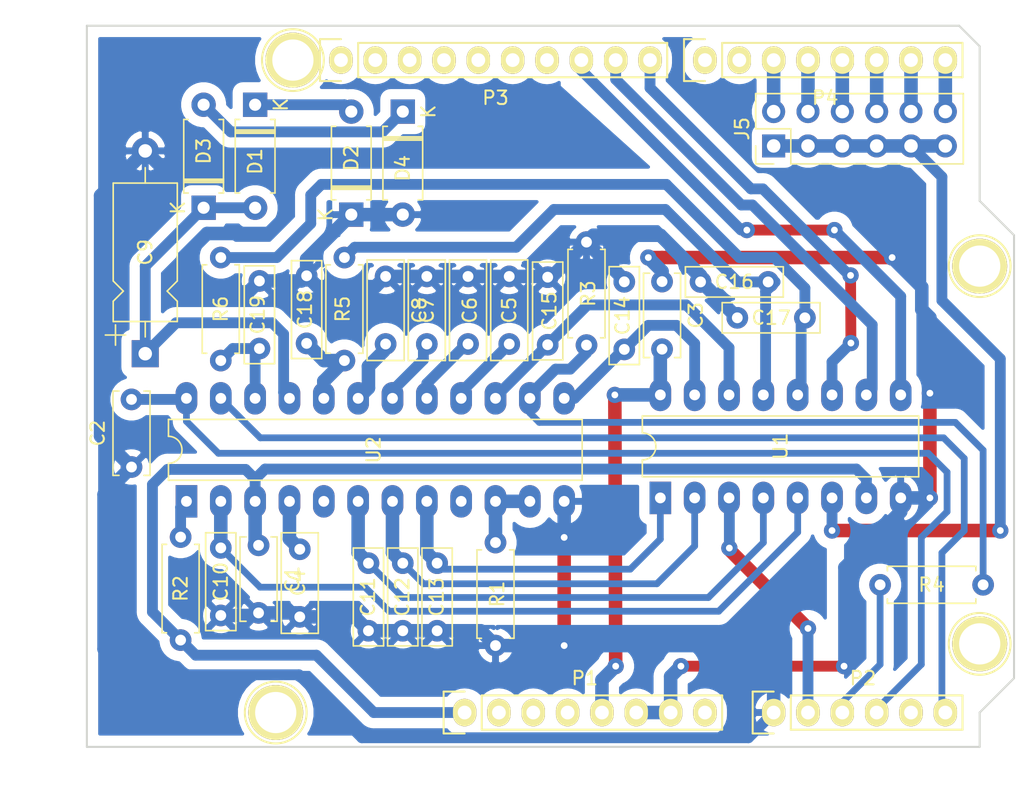
<source format=kicad_pcb>
(kicad_pcb (version 20171130) (host pcbnew "(5.1.6-0)")

  (general
    (thickness 1.6)
    (drawings 26)
    (tracks 288)
    (zones 0)
    (modules 40)
    (nets 40)
  )

  (page A4)
  (title_block
    (date 2021-08-25)
  )

  (layers
    (0 F.Cu signal)
    (31 B.Cu signal)
    (32 B.Adhes user)
    (33 F.Adhes user)
    (34 B.Paste user)
    (35 F.Paste user)
    (36 B.SilkS user)
    (37 F.SilkS user)
    (38 B.Mask user)
    (39 F.Mask user)
    (40 Dwgs.User user)
    (41 Cmts.User user)
    (42 Eco1.User user)
    (43 Eco2.User user)
    (44 Edge.Cuts user)
    (45 Margin user)
    (46 B.CrtYd user)
    (47 F.CrtYd user)
    (48 B.Fab user)
    (49 F.Fab user)
  )

  (setup
    (last_trace_width 1)
    (user_trace_width 0.25)
    (user_trace_width 0.3)
    (user_trace_width 0.5)
    (user_trace_width 0.8)
    (user_trace_width 1)
    (trace_clearance 0.2)
    (zone_clearance 0.762)
    (zone_45_only no)
    (trace_min 0.2)
    (via_size 0.6)
    (via_drill 0.4)
    (via_min_size 0.4)
    (via_min_drill 0.3)
    (user_via 1.2 0.5)
    (uvia_size 0.3)
    (uvia_drill 0.1)
    (uvias_allowed no)
    (uvia_min_size 0.2)
    (uvia_min_drill 0.1)
    (edge_width 0.15)
    (segment_width 0.15)
    (pcb_text_width 0.3)
    (pcb_text_size 1.5 1.5)
    (mod_edge_width 0.15)
    (mod_text_size 1 1)
    (mod_text_width 0.15)
    (pad_size 4.064 4.064)
    (pad_drill 3.048)
    (pad_to_mask_clearance 0)
    (aux_axis_origin 110.998 126.365)
    (visible_elements FFF9EFFF)
    (pcbplotparams
      (layerselection 0x290aa_7fffffff)
      (usegerberextensions false)
      (usegerberattributes true)
      (usegerberadvancedattributes true)
      (creategerberjobfile true)
      (excludeedgelayer true)
      (linewidth 0.100000)
      (plotframeref false)
      (viasonmask false)
      (mode 1)
      (useauxorigin false)
      (hpglpennumber 1)
      (hpglpenspeed 20)
      (hpglpendiameter 15.000000)
      (psnegative false)
      (psa4output false)
      (plotreference true)
      (plotvalue true)
      (plotinvisibletext false)
      (padsonsilk false)
      (subtractmaskfromsilk false)
      (outputformat 4)
      (mirror false)
      (drillshape 0)
      (scaleselection 1)
      (outputdirectory ""))
  )

  (net 0 "")
  (net 1 +5V)
  (net 2 GND)
  (net 3 GNDA)
  (net 4 VEE)
  (net 5 +5VA)
  (net 6 "Net-(C4-Pad1)")
  (net 7 "Net-(C5-Pad2)")
  (net 8 "Net-(C6-Pad2)")
  (net 9 "Net-(C7-Pad2)")
  (net 10 "Net-(C8-Pad2)")
  (net 11 "Net-(C9-Pad1)")
  (net 12 /VCO_CV)
  (net 13 /MOD_AMT)
  (net 14 /WAVE_SEL)
  (net 15 /PWM)
  (net 16 /MIXER_CV)
  (net 17 /RESONANCE)
  (net 18 /VCA_CV)
  (net 19 "Net-(D1-Pad1)")
  (net 20 "Net-(D3-Pad2)")
  (net 21 "Net-(R1-Pad1)")
  (net 22 "Net-(R2-Pad1)")
  (net 23 "Net-(R3-Pad1)")
  (net 24 /LP_CUTOFF)
  (net 25 /LP_VCA_CV)
  (net 26 /CUTOFF)
  (net 27 /VOICE_OUT)
  (net 28 /DAC_OUTPUT)
  (net 29 /~VOICE_1_SEL)
  (net 30 /~VOICE_SEL)
  (net 31 /~VOICE_2_SEL)
  (net 32 /~VOICE_3_SEL)
  (net 33 /~VOICE_4_SEL)
  (net 34 /~VOICE_5_SEL)
  (net 35 /~VOICE_6_SEL)
  (net 36 /PARAM_SEL_C)
  (net 37 /PARAM_SEL_B)
  (net 38 /PARAM_SEL_A)
  (net 39 /NOISE)

  (net_class Default "This is the default net class."
    (clearance 0.2)
    (trace_width 0.25)
    (via_dia 0.6)
    (via_drill 0.4)
    (uvia_dia 0.3)
    (uvia_drill 0.1)
    (add_net /CUTOFF)
    (add_net /DAC_OUTPUT)
    (add_net /NOISE)
    (add_net /PARAM_SEL_A)
    (add_net /PARAM_SEL_B)
    (add_net /PARAM_SEL_C)
    (add_net /VOICE_OUT)
    (add_net /~VOICE_1_SEL)
    (add_net /~VOICE_2_SEL)
    (add_net /~VOICE_3_SEL)
    (add_net /~VOICE_4_SEL)
    (add_net /~VOICE_5_SEL)
    (add_net /~VOICE_6_SEL)
    (add_net /~VOICE_SEL)
  )

  (net_class Analog ""
    (clearance 0.2)
    (trace_width 0.3)
    (via_dia 0.6)
    (via_drill 0.4)
    (uvia_dia 0.3)
    (uvia_drill 0.1)
    (add_net /LP_CUTOFF)
    (add_net /LP_VCA_CV)
    (add_net /MIXER_CV)
    (add_net /MOD_AMT)
    (add_net /PWM)
    (add_net /RESONANCE)
    (add_net /VCA_CV)
    (add_net /VCO_CV)
    (add_net /WAVE_SEL)
    (add_net "Net-(C4-Pad1)")
    (add_net "Net-(C5-Pad2)")
    (add_net "Net-(C6-Pad2)")
    (add_net "Net-(C7-Pad2)")
    (add_net "Net-(C8-Pad2)")
    (add_net "Net-(C9-Pad1)")
    (add_net "Net-(R1-Pad1)")
    (add_net "Net-(R2-Pad1)")
    (add_net "Net-(R3-Pad1)")
  )

  (net_class Digital ""
    (clearance 0.2)
    (trace_width 0.25)
    (via_dia 0.6)
    (via_drill 0.4)
    (uvia_dia 0.3)
    (uvia_drill 0.1)
    (add_net GND)
  )

  (net_class PWR ""
    (clearance 0.2)
    (trace_width 0.5)
    (via_dia 0.6)
    (via_drill 0.4)
    (uvia_dia 0.3)
    (uvia_drill 0.1)
    (add_net +5V)
    (add_net +5VA)
    (add_net GNDA)
    (add_net "Net-(D1-Pad1)")
    (add_net "Net-(D3-Pad2)")
    (add_net VEE)
  )

  (module Capacitor_THT:C_Disc_D6.0mm_W2.5mm_P5.00mm (layer F.Cu) (tedit 5AE50EF0) (tstamp 611C593D)
    (at 153.543 91.948 270)
    (descr "C, Disc series, Radial, pin pitch=5.00mm, , diameter*width=6*2.5mm^2, Capacitor, http://cdn-reichelt.de/documents/datenblatt/B300/DS_KERKO_TC.pdf")
    (tags "C Disc series Radial pin pitch 5.00mm  diameter 6mm width 2.5mm Capacitor")
    (path /6119D526)
    (fp_text reference C3 (at 2.5 -2.5 90) (layer F.SilkS)
      (effects (font (size 1 1) (thickness 0.15)))
    )
    (fp_text value 100nF (at 2.5 2.5 90) (layer F.Fab)
      (effects (font (size 1 1) (thickness 0.15)))
    )
    (fp_text user %R (at 2.5 0 90) (layer F.Fab)
      (effects (font (size 1 1) (thickness 0.15)))
    )
    (fp_line (start -0.5 -1.25) (end -0.5 1.25) (layer F.Fab) (width 0.1))
    (fp_line (start -0.5 1.25) (end 5.5 1.25) (layer F.Fab) (width 0.1))
    (fp_line (start 5.5 1.25) (end 5.5 -1.25) (layer F.Fab) (width 0.1))
    (fp_line (start 5.5 -1.25) (end -0.5 -1.25) (layer F.Fab) (width 0.1))
    (fp_line (start -0.62 -1.37) (end 5.62 -1.37) (layer F.SilkS) (width 0.12))
    (fp_line (start -0.62 1.37) (end 5.62 1.37) (layer F.SilkS) (width 0.12))
    (fp_line (start -0.62 -1.37) (end -0.62 -0.925) (layer F.SilkS) (width 0.12))
    (fp_line (start -0.62 0.925) (end -0.62 1.37) (layer F.SilkS) (width 0.12))
    (fp_line (start 5.62 -1.37) (end 5.62 -0.925) (layer F.SilkS) (width 0.12))
    (fp_line (start 5.62 0.925) (end 5.62 1.37) (layer F.SilkS) (width 0.12))
    (fp_line (start -1.05 -1.5) (end -1.05 1.5) (layer F.CrtYd) (width 0.05))
    (fp_line (start -1.05 1.5) (end 6.05 1.5) (layer F.CrtYd) (width 0.05))
    (fp_line (start 6.05 1.5) (end 6.05 -1.5) (layer F.CrtYd) (width 0.05))
    (fp_line (start 6.05 -1.5) (end -1.05 -1.5) (layer F.CrtYd) (width 0.05))
    (pad 2 thru_hole circle (at 5 0 270) (size 1.6 1.6) (drill 0.8) (layers *.Cu *.Mask)
      (net 1 +5V))
    (pad 1 thru_hole circle (at 0 0 270) (size 1.6 1.6) (drill 0.8) (layers *.Cu *.Mask)
      (net 2 GND))
    (model ${KISYS3DMOD}/Capacitor_THT.3dshapes/C_Disc_D6.0mm_W2.5mm_P5.00mm.wrl
      (at (xyz 0 0 0))
      (scale (xyz 1 1 1))
      (rotate (xyz 0 0 0))
    )
  )

  (module Capacitor_THT:C_Disc_D6.0mm_W2.5mm_P5.00mm (layer F.Cu) (tedit 5AE50EF0) (tstamp 61124291)
    (at 114.3 105.664 90)
    (descr "C, Disc series, Radial, pin pitch=5.00mm, , diameter*width=6*2.5mm^2, Capacitor, http://cdn-reichelt.de/documents/datenblatt/B300/DS_KERKO_TC.pdf")
    (tags "C Disc series Radial pin pitch 5.00mm  diameter 6mm width 2.5mm Capacitor")
    (path /611A47D5)
    (fp_text reference C2 (at 2.5 -2.5 90) (layer F.SilkS)
      (effects (font (size 1 1) (thickness 0.15)))
    )
    (fp_text value 100nF (at 2.5 2.5 90) (layer F.Fab)
      (effects (font (size 1 1) (thickness 0.15)))
    )
    (fp_line (start 6.05 -1.5) (end -1.05 -1.5) (layer F.CrtYd) (width 0.05))
    (fp_line (start 6.05 1.5) (end 6.05 -1.5) (layer F.CrtYd) (width 0.05))
    (fp_line (start -1.05 1.5) (end 6.05 1.5) (layer F.CrtYd) (width 0.05))
    (fp_line (start -1.05 -1.5) (end -1.05 1.5) (layer F.CrtYd) (width 0.05))
    (fp_line (start 5.62 0.925) (end 5.62 1.37) (layer F.SilkS) (width 0.12))
    (fp_line (start 5.62 -1.37) (end 5.62 -0.925) (layer F.SilkS) (width 0.12))
    (fp_line (start -0.62 0.925) (end -0.62 1.37) (layer F.SilkS) (width 0.12))
    (fp_line (start -0.62 -1.37) (end -0.62 -0.925) (layer F.SilkS) (width 0.12))
    (fp_line (start -0.62 1.37) (end 5.62 1.37) (layer F.SilkS) (width 0.12))
    (fp_line (start -0.62 -1.37) (end 5.62 -1.37) (layer F.SilkS) (width 0.12))
    (fp_line (start 5.5 -1.25) (end -0.5 -1.25) (layer F.Fab) (width 0.1))
    (fp_line (start 5.5 1.25) (end 5.5 -1.25) (layer F.Fab) (width 0.1))
    (fp_line (start -0.5 1.25) (end 5.5 1.25) (layer F.Fab) (width 0.1))
    (fp_line (start -0.5 -1.25) (end -0.5 1.25) (layer F.Fab) (width 0.1))
    (fp_text user %R (at 2.5 0 90) (layer F.Fab)
      (effects (font (size 1 1) (thickness 0.15)))
    )
    (pad 2 thru_hole circle (at 5 0 90) (size 1.6 1.6) (drill 0.8) (layers *.Cu *.Mask)
      (net 5 +5VA))
    (pad 1 thru_hole circle (at 0 0 90) (size 1.6 1.6) (drill 0.8) (layers *.Cu *.Mask)
      (net 3 GNDA))
    (model ${KISYS3DMOD}/Capacitor_THT.3dshapes/C_Disc_D6.0mm_W2.5mm_P5.00mm.wrl
      (at (xyz 0 0 0))
      (scale (xyz 1 1 1))
      (rotate (xyz 0 0 0))
    )
  )

  (module Capacitor_THT:C_Disc_D6.0mm_W2.5mm_P5.00mm (layer F.Cu) (tedit 5AE50EF0) (tstamp 61271B84)
    (at 123.698 111.4552 270)
    (descr "C, Disc series, Radial, pin pitch=5.00mm, , diameter*width=6*2.5mm^2, Capacitor, http://cdn-reichelt.de/documents/datenblatt/B300/DS_KERKO_TC.pdf")
    (tags "C Disc series Radial pin pitch 5.00mm  diameter 6mm width 2.5mm Capacitor")
    (path /611AB42B)
    (fp_text reference C1 (at 2.5 -2.5 90) (layer F.SilkS)
      (effects (font (size 1 1) (thickness 0.15)))
    )
    (fp_text value 100nF (at 2.5 2.5 90) (layer F.Fab)
      (effects (font (size 1 1) (thickness 0.15)))
    )
    (fp_line (start 6.05 -1.5) (end -1.05 -1.5) (layer F.CrtYd) (width 0.05))
    (fp_line (start 6.05 1.5) (end 6.05 -1.5) (layer F.CrtYd) (width 0.05))
    (fp_line (start -1.05 1.5) (end 6.05 1.5) (layer F.CrtYd) (width 0.05))
    (fp_line (start -1.05 -1.5) (end -1.05 1.5) (layer F.CrtYd) (width 0.05))
    (fp_line (start 5.62 0.925) (end 5.62 1.37) (layer F.SilkS) (width 0.12))
    (fp_line (start 5.62 -1.37) (end 5.62 -0.925) (layer F.SilkS) (width 0.12))
    (fp_line (start -0.62 0.925) (end -0.62 1.37) (layer F.SilkS) (width 0.12))
    (fp_line (start -0.62 -1.37) (end -0.62 -0.925) (layer F.SilkS) (width 0.12))
    (fp_line (start -0.62 1.37) (end 5.62 1.37) (layer F.SilkS) (width 0.12))
    (fp_line (start -0.62 -1.37) (end 5.62 -1.37) (layer F.SilkS) (width 0.12))
    (fp_line (start 5.5 -1.25) (end -0.5 -1.25) (layer F.Fab) (width 0.1))
    (fp_line (start 5.5 1.25) (end 5.5 -1.25) (layer F.Fab) (width 0.1))
    (fp_line (start -0.5 1.25) (end 5.5 1.25) (layer F.Fab) (width 0.1))
    (fp_line (start -0.5 -1.25) (end -0.5 1.25) (layer F.Fab) (width 0.1))
    (fp_text user %R (at 2.5 0 90) (layer F.Fab)
      (effects (font (size 1 1) (thickness 0.15)))
    )
    (pad 2 thru_hole circle (at 5 0 270) (size 1.6 1.6) (drill 0.8) (layers *.Cu *.Mask)
      (net 3 GNDA))
    (pad 1 thru_hole circle (at 0 0 270) (size 1.6 1.6) (drill 0.8) (layers *.Cu *.Mask)
      (net 4 VEE))
    (model ${KISYS3DMOD}/Capacitor_THT.3dshapes/C_Disc_D6.0mm_W2.5mm_P5.00mm.wrl
      (at (xyz 0 0 0))
      (scale (xyz 1 1 1))
      (rotate (xyz 0 0 0))
    )
  )

  (module Capacitor_THT:C_Rect_L7.2mm_W2.5mm_P5.00mm_FKS2_FKP2_MKS2_MKP2 (layer F.Cu) (tedit 5AE50EF0) (tstamp 611248B8)
    (at 133.096 91.567 270)
    (descr "C, Rect series, Radial, pin pitch=5.00mm, , length*width=7.2*2.5mm^2, Capacitor, http://www.wima.com/EN/WIMA_FKS_2.pdf")
    (tags "C Rect series Radial pin pitch 5.00mm  length 7.2mm width 2.5mm Capacitor")
    (path /6113D118)
    (fp_text reference C8 (at 2.5 -2.5 90) (layer F.SilkS)
      (effects (font (size 1 1) (thickness 0.15)))
    )
    (fp_text value 560pF (at 2.5 2.5 90) (layer F.Fab)
      (effects (font (size 1 1) (thickness 0.15)))
    )
    (fp_line (start 6.35 -1.5) (end -1.35 -1.5) (layer F.CrtYd) (width 0.05))
    (fp_line (start 6.35 1.5) (end 6.35 -1.5) (layer F.CrtYd) (width 0.05))
    (fp_line (start -1.35 1.5) (end 6.35 1.5) (layer F.CrtYd) (width 0.05))
    (fp_line (start -1.35 -1.5) (end -1.35 1.5) (layer F.CrtYd) (width 0.05))
    (fp_line (start 6.22 -1.37) (end 6.22 1.37) (layer F.SilkS) (width 0.12))
    (fp_line (start -1.22 -1.37) (end -1.22 1.37) (layer F.SilkS) (width 0.12))
    (fp_line (start -1.22 1.37) (end 6.22 1.37) (layer F.SilkS) (width 0.12))
    (fp_line (start -1.22 -1.37) (end 6.22 -1.37) (layer F.SilkS) (width 0.12))
    (fp_line (start 6.1 -1.25) (end -1.1 -1.25) (layer F.Fab) (width 0.1))
    (fp_line (start 6.1 1.25) (end 6.1 -1.25) (layer F.Fab) (width 0.1))
    (fp_line (start -1.1 1.25) (end 6.1 1.25) (layer F.Fab) (width 0.1))
    (fp_line (start -1.1 -1.25) (end -1.1 1.25) (layer F.Fab) (width 0.1))
    (fp_text user %R (at 2.5 0 90) (layer F.Fab)
      (effects (font (size 1 1) (thickness 0.15)))
    )
    (pad 2 thru_hole circle (at 5 0 270) (size 1.6 1.6) (drill 0.8) (layers *.Cu *.Mask)
      (net 10 "Net-(C8-Pad2)"))
    (pad 1 thru_hole circle (at 0 0 270) (size 1.6 1.6) (drill 0.8) (layers *.Cu *.Mask)
      (net 3 GNDA))
    (model ${KISYS3DMOD}/Capacitor_THT.3dshapes/C_Rect_L7.2mm_W2.5mm_P5.00mm_FKS2_FKP2_MKS2_MKP2.wrl
      (at (xyz 0 0 0))
      (scale (xyz 1 1 1))
      (rotate (xyz 0 0 0))
    )
  )

  (module Connector_PinHeader_2.54mm:PinHeader_2x06_P2.54mm_Vertical (layer F.Cu) (tedit 59FED5CC) (tstamp 61209653)
    (at 161.798 81.915 90)
    (descr "Through hole straight pin header, 2x06, 2.54mm pitch, double rows")
    (tags "Through hole pin header THT 2x06 2.54mm double row")
    (path /6127F232)
    (fp_text reference J5 (at 1.27 -2.33 90) (layer F.SilkS)
      (effects (font (size 1 1) (thickness 0.15)))
    )
    (fp_text value Conn_02x06_Odd_Even (at 1.27 15.03 90) (layer F.Fab)
      (effects (font (size 1 1) (thickness 0.15)))
    )
    (fp_line (start 0 -1.27) (end 3.81 -1.27) (layer F.Fab) (width 0.1))
    (fp_line (start 3.81 -1.27) (end 3.81 13.97) (layer F.Fab) (width 0.1))
    (fp_line (start 3.81 13.97) (end -1.27 13.97) (layer F.Fab) (width 0.1))
    (fp_line (start -1.27 13.97) (end -1.27 0) (layer F.Fab) (width 0.1))
    (fp_line (start -1.27 0) (end 0 -1.27) (layer F.Fab) (width 0.1))
    (fp_line (start -1.33 14.03) (end 3.87 14.03) (layer F.SilkS) (width 0.12))
    (fp_line (start -1.33 1.27) (end -1.33 14.03) (layer F.SilkS) (width 0.12))
    (fp_line (start 3.87 -1.33) (end 3.87 14.03) (layer F.SilkS) (width 0.12))
    (fp_line (start -1.33 1.27) (end 1.27 1.27) (layer F.SilkS) (width 0.12))
    (fp_line (start 1.27 1.27) (end 1.27 -1.33) (layer F.SilkS) (width 0.12))
    (fp_line (start 1.27 -1.33) (end 3.87 -1.33) (layer F.SilkS) (width 0.12))
    (fp_line (start -1.33 0) (end -1.33 -1.33) (layer F.SilkS) (width 0.12))
    (fp_line (start -1.33 -1.33) (end 0 -1.33) (layer F.SilkS) (width 0.12))
    (fp_line (start -1.8 -1.8) (end -1.8 14.5) (layer F.CrtYd) (width 0.05))
    (fp_line (start -1.8 14.5) (end 4.35 14.5) (layer F.CrtYd) (width 0.05))
    (fp_line (start 4.35 14.5) (end 4.35 -1.8) (layer F.CrtYd) (width 0.05))
    (fp_line (start 4.35 -1.8) (end -1.8 -1.8) (layer F.CrtYd) (width 0.05))
    (fp_text user %R (at 1.27 6.35) (layer F.Fab)
      (effects (font (size 1 1) (thickness 0.15)))
    )
    (pad 12 thru_hole oval (at 2.54 12.7 90) (size 1.7 1.7) (drill 1) (layers *.Cu *.Mask)
      (net 29 /~VOICE_1_SEL))
    (pad 11 thru_hole oval (at 0 12.7 90) (size 1.7 1.7) (drill 1) (layers *.Cu *.Mask)
      (net 30 /~VOICE_SEL))
    (pad 10 thru_hole oval (at 2.54 10.16 90) (size 1.7 1.7) (drill 1) (layers *.Cu *.Mask)
      (net 31 /~VOICE_2_SEL))
    (pad 9 thru_hole oval (at 0 10.16 90) (size 1.7 1.7) (drill 1) (layers *.Cu *.Mask)
      (net 30 /~VOICE_SEL))
    (pad 8 thru_hole oval (at 2.54 7.62 90) (size 1.7 1.7) (drill 1) (layers *.Cu *.Mask)
      (net 32 /~VOICE_3_SEL))
    (pad 7 thru_hole oval (at 0 7.62 90) (size 1.7 1.7) (drill 1) (layers *.Cu *.Mask)
      (net 30 /~VOICE_SEL))
    (pad 6 thru_hole oval (at 2.54 5.08 90) (size 1.7 1.7) (drill 1) (layers *.Cu *.Mask)
      (net 33 /~VOICE_4_SEL))
    (pad 5 thru_hole oval (at 0 5.08 90) (size 1.7 1.7) (drill 1) (layers *.Cu *.Mask)
      (net 30 /~VOICE_SEL))
    (pad 4 thru_hole oval (at 2.54 2.54 90) (size 1.7 1.7) (drill 1) (layers *.Cu *.Mask)
      (net 34 /~VOICE_5_SEL))
    (pad 3 thru_hole oval (at 0 2.54 90) (size 1.7 1.7) (drill 1) (layers *.Cu *.Mask)
      (net 30 /~VOICE_SEL))
    (pad 2 thru_hole oval (at 2.54 0 90) (size 1.7 1.7) (drill 1) (layers *.Cu *.Mask)
      (net 35 /~VOICE_6_SEL))
    (pad 1 thru_hole rect (at 0 0 90) (size 1.7 1.7) (drill 1) (layers *.Cu *.Mask)
      (net 30 /~VOICE_SEL))
    (model ${KISYS3DMOD}/Connector_PinHeader_2.54mm.3dshapes/PinHeader_2x06_P2.54mm_Vertical.wrl
      (at (xyz 0 0 0))
      (scale (xyz 1 1 1))
      (rotate (xyz 0 0 0))
    )
  )

  (module Package_DIP:DIP-16_W7.62mm_LongPads (layer F.Cu) (tedit 5A02E8C5) (tstamp 611C8DDC)
    (at 153.416 107.95 90)
    (descr "16-lead though-hole mounted DIP package, row spacing 7.62 mm (300 mils), LongPads")
    (tags "THT DIP DIL PDIP 2.54mm 7.62mm 300mil LongPads")
    (path /61119B6A)
    (fp_text reference U1 (at 3.81 8.89 90) (layer F.SilkS)
      (effects (font (size 1 1) (thickness 0.15)))
    )
    (fp_text value 4051 (at 3.81 20.11 90) (layer F.Fab)
      (effects (font (size 1 1) (thickness 0.15)))
    )
    (fp_line (start 1.635 -1.27) (end 6.985 -1.27) (layer F.Fab) (width 0.1))
    (fp_line (start 6.985 -1.27) (end 6.985 19.05) (layer F.Fab) (width 0.1))
    (fp_line (start 6.985 19.05) (end 0.635 19.05) (layer F.Fab) (width 0.1))
    (fp_line (start 0.635 19.05) (end 0.635 -0.27) (layer F.Fab) (width 0.1))
    (fp_line (start 0.635 -0.27) (end 1.635 -1.27) (layer F.Fab) (width 0.1))
    (fp_line (start 2.81 -1.33) (end 1.56 -1.33) (layer F.SilkS) (width 0.12))
    (fp_line (start 1.56 -1.33) (end 1.56 19.11) (layer F.SilkS) (width 0.12))
    (fp_line (start 1.56 19.11) (end 6.06 19.11) (layer F.SilkS) (width 0.12))
    (fp_line (start 6.06 19.11) (end 6.06 -1.33) (layer F.SilkS) (width 0.12))
    (fp_line (start 6.06 -1.33) (end 4.81 -1.33) (layer F.SilkS) (width 0.12))
    (fp_line (start -1.45 -1.55) (end -1.45 19.3) (layer F.CrtYd) (width 0.05))
    (fp_line (start -1.45 19.3) (end 9.1 19.3) (layer F.CrtYd) (width 0.05))
    (fp_line (start 9.1 19.3) (end 9.1 -1.55) (layer F.CrtYd) (width 0.05))
    (fp_line (start 9.1 -1.55) (end -1.45 -1.55) (layer F.CrtYd) (width 0.05))
    (fp_arc (start 3.81 -1.33) (end 2.81 -1.33) (angle -180) (layer F.SilkS) (width 0.12))
    (fp_text user %R (at 3.81 8.89 90) (layer F.Fab)
      (effects (font (size 1 1) (thickness 0.15)))
    )
    (pad 1 thru_hole rect (at 0 0 90) (size 2.4 1.6) (drill 0.8) (layers *.Cu *.Mask)
      (net 15 /PWM))
    (pad 9 thru_hole oval (at 7.62 17.78 90) (size 2.4 1.6) (drill 0.8) (layers *.Cu *.Mask)
      (net 38 /PARAM_SEL_A))
    (pad 2 thru_hole oval (at 0 2.54 90) (size 2.4 1.6) (drill 0.8) (layers *.Cu *.Mask)
      (net 14 /WAVE_SEL))
    (pad 10 thru_hole oval (at 7.62 15.24 90) (size 2.4 1.6) (drill 0.8) (layers *.Cu *.Mask)
      (net 37 /PARAM_SEL_B))
    (pad 3 thru_hole oval (at 0 5.08 90) (size 2.4 1.6) (drill 0.8) (layers *.Cu *.Mask)
      (net 28 /DAC_OUTPUT))
    (pad 11 thru_hole oval (at 7.62 12.7 90) (size 2.4 1.6) (drill 0.8) (layers *.Cu *.Mask)
      (net 36 /PARAM_SEL_C))
    (pad 4 thru_hole oval (at 0 7.62 90) (size 2.4 1.6) (drill 0.8) (layers *.Cu *.Mask)
      (net 13 /MOD_AMT))
    (pad 12 thru_hole oval (at 7.62 10.16 90) (size 2.4 1.6) (drill 0.8) (layers *.Cu *.Mask)
      (net 18 /VCA_CV))
    (pad 5 thru_hole oval (at 0 10.16 90) (size 2.4 1.6) (drill 0.8) (layers *.Cu *.Mask)
      (net 12 /VCO_CV))
    (pad 13 thru_hole oval (at 7.62 7.62 90) (size 2.4 1.6) (drill 0.8) (layers *.Cu *.Mask)
      (net 26 /CUTOFF))
    (pad 6 thru_hole oval (at 0 12.7 90) (size 2.4 1.6) (drill 0.8) (layers *.Cu *.Mask)
      (net 30 /~VOICE_SEL))
    (pad 14 thru_hole oval (at 7.62 5.08 90) (size 2.4 1.6) (drill 0.8) (layers *.Cu *.Mask)
      (net 17 /RESONANCE))
    (pad 7 thru_hole oval (at 0 15.24 90) (size 2.4 1.6) (drill 0.8) (layers *.Cu *.Mask)
      (net 4 VEE))
    (pad 15 thru_hole oval (at 7.62 2.54 90) (size 2.4 1.6) (drill 0.8) (layers *.Cu *.Mask)
      (net 16 /MIXER_CV))
    (pad 8 thru_hole oval (at 0 17.78 90) (size 2.4 1.6) (drill 0.8) (layers *.Cu *.Mask)
      (net 2 GND))
    (pad 16 thru_hole oval (at 7.62 0 90) (size 2.4 1.6) (drill 0.8) (layers *.Cu *.Mask)
      (net 1 +5V))
    (model ${KISYS3DMOD}/Package_DIP.3dshapes/DIP-16_W7.62mm.wrl
      (at (xyz 0 0 0))
      (scale (xyz 1 1 1))
      (rotate (xyz 0 0 0))
    )
  )

  (module Resistor_THT:R_Axial_DIN0207_L6.3mm_D2.5mm_P7.62mm_Horizontal (layer F.Cu) (tedit 5AE5139B) (tstamp 61219E2B)
    (at 169.672 114.3762)
    (descr "Resistor, Axial_DIN0207 series, Axial, Horizontal, pin pitch=7.62mm, 0.25W = 1/4W, length*diameter=6.3*2.5mm^2, http://cdn-reichelt.de/documents/datenblatt/B400/1_4W%23YAG.pdf")
    (tags "Resistor Axial_DIN0207 series Axial Horizontal pin pitch 7.62mm 0.25W = 1/4W length 6.3mm diameter 2.5mm")
    (path /61160128)
    (fp_text reference R4 (at 3.81 0) (layer F.SilkS)
      (effects (font (size 1 1) (thickness 0.15)))
    )
    (fp_text value 68k (at 3.81 2.37) (layer F.Fab)
      (effects (font (size 1 1) (thickness 0.15)))
    )
    (fp_line (start 8.67 -1.5) (end -1.05 -1.5) (layer F.CrtYd) (width 0.05))
    (fp_line (start 8.67 1.5) (end 8.67 -1.5) (layer F.CrtYd) (width 0.05))
    (fp_line (start -1.05 1.5) (end 8.67 1.5) (layer F.CrtYd) (width 0.05))
    (fp_line (start -1.05 -1.5) (end -1.05 1.5) (layer F.CrtYd) (width 0.05))
    (fp_line (start 7.08 1.37) (end 7.08 1.04) (layer F.SilkS) (width 0.12))
    (fp_line (start 0.54 1.37) (end 7.08 1.37) (layer F.SilkS) (width 0.12))
    (fp_line (start 0.54 1.04) (end 0.54 1.37) (layer F.SilkS) (width 0.12))
    (fp_line (start 7.08 -1.37) (end 7.08 -1.04) (layer F.SilkS) (width 0.12))
    (fp_line (start 0.54 -1.37) (end 7.08 -1.37) (layer F.SilkS) (width 0.12))
    (fp_line (start 0.54 -1.04) (end 0.54 -1.37) (layer F.SilkS) (width 0.12))
    (fp_line (start 7.62 0) (end 6.96 0) (layer F.Fab) (width 0.1))
    (fp_line (start 0 0) (end 0.66 0) (layer F.Fab) (width 0.1))
    (fp_line (start 6.96 -1.25) (end 0.66 -1.25) (layer F.Fab) (width 0.1))
    (fp_line (start 6.96 1.25) (end 6.96 -1.25) (layer F.Fab) (width 0.1))
    (fp_line (start 0.66 1.25) (end 6.96 1.25) (layer F.Fab) (width 0.1))
    (fp_line (start 0.66 -1.25) (end 0.66 1.25) (layer F.Fab) (width 0.1))
    (fp_text user %R (at 3.81 0) (layer F.Fab)
      (effects (font (size 1 1) (thickness 0.15)))
    )
    (pad 2 thru_hole oval (at 7.62 0) (size 1.6 1.6) (drill 0.8) (layers *.Cu *.Mask)
      (net 23 "Net-(R3-Pad1)"))
    (pad 1 thru_hole circle (at 0 0) (size 1.6 1.6) (drill 0.8) (layers *.Cu *.Mask)
      (net 39 /NOISE))
    (model ${KISYS3DMOD}/Resistor_THT.3dshapes/R_Axial_DIN0207_L6.3mm_D2.5mm_P7.62mm_Horizontal.wrl
      (at (xyz 0 0 0))
      (scale (xyz 1 1 1))
      (rotate (xyz 0 0 0))
    )
  )

  (module Resistor_THT:R_Axial_DIN0207_L6.3mm_D2.5mm_P7.62mm_Horizontal (layer F.Cu) (tedit 5AE5139B) (tstamp 611C8C39)
    (at 120.904 97.79 90)
    (descr "Resistor, Axial_DIN0207 series, Axial, Horizontal, pin pitch=7.62mm, 0.25W = 1/4W, length*diameter=6.3*2.5mm^2, http://cdn-reichelt.de/documents/datenblatt/B400/1_4W%23YAG.pdf")
    (tags "Resistor Axial_DIN0207 series Axial Horizontal pin pitch 7.62mm 0.25W = 1/4W length 6.3mm diameter 2.5mm")
    (path /612F47CF)
    (fp_text reference R6 (at 3.81 0 90) (layer F.SilkS)
      (effects (font (size 1 1) (thickness 0.15)))
    )
    (fp_text value 1M (at 3.81 2.37 90) (layer F.Fab)
      (effects (font (size 1 1) (thickness 0.15)))
    )
    (fp_line (start 8.67 -1.5) (end -1.05 -1.5) (layer F.CrtYd) (width 0.05))
    (fp_line (start 8.67 1.5) (end 8.67 -1.5) (layer F.CrtYd) (width 0.05))
    (fp_line (start -1.05 1.5) (end 8.67 1.5) (layer F.CrtYd) (width 0.05))
    (fp_line (start -1.05 -1.5) (end -1.05 1.5) (layer F.CrtYd) (width 0.05))
    (fp_line (start 7.08 1.37) (end 7.08 1.04) (layer F.SilkS) (width 0.12))
    (fp_line (start 0.54 1.37) (end 7.08 1.37) (layer F.SilkS) (width 0.12))
    (fp_line (start 0.54 1.04) (end 0.54 1.37) (layer F.SilkS) (width 0.12))
    (fp_line (start 7.08 -1.37) (end 7.08 -1.04) (layer F.SilkS) (width 0.12))
    (fp_line (start 0.54 -1.37) (end 7.08 -1.37) (layer F.SilkS) (width 0.12))
    (fp_line (start 0.54 -1.04) (end 0.54 -1.37) (layer F.SilkS) (width 0.12))
    (fp_line (start 7.62 0) (end 6.96 0) (layer F.Fab) (width 0.1))
    (fp_line (start 0 0) (end 0.66 0) (layer F.Fab) (width 0.1))
    (fp_line (start 6.96 -1.25) (end 0.66 -1.25) (layer F.Fab) (width 0.1))
    (fp_line (start 6.96 1.25) (end 6.96 -1.25) (layer F.Fab) (width 0.1))
    (fp_line (start 0.66 1.25) (end 6.96 1.25) (layer F.Fab) (width 0.1))
    (fp_line (start 0.66 -1.25) (end 0.66 1.25) (layer F.Fab) (width 0.1))
    (fp_text user %R (at 3.81 0 90) (layer F.Fab)
      (effects (font (size 1 1) (thickness 0.15)))
    )
    (pad 2 thru_hole oval (at 7.62 0 90) (size 1.6 1.6) (drill 0.8) (layers *.Cu *.Mask)
      (net 18 /VCA_CV))
    (pad 1 thru_hole circle (at 0 0 90) (size 1.6 1.6) (drill 0.8) (layers *.Cu *.Mask)
      (net 25 /LP_VCA_CV))
    (model ${KISYS3DMOD}/Resistor_THT.3dshapes/R_Axial_DIN0207_L6.3mm_D2.5mm_P7.62mm_Horizontal.wrl
      (at (xyz 0 0 0))
      (scale (xyz 1 1 1))
      (rotate (xyz 0 0 0))
    )
  )

  (module Resistor_THT:R_Axial_DIN0207_L6.3mm_D2.5mm_P7.62mm_Horizontal (layer F.Cu) (tedit 5AE5139B) (tstamp 611C8BF7)
    (at 130.048 97.79 90)
    (descr "Resistor, Axial_DIN0207 series, Axial, Horizontal, pin pitch=7.62mm, 0.25W = 1/4W, length*diameter=6.3*2.5mm^2, http://cdn-reichelt.de/documents/datenblatt/B400/1_4W%23YAG.pdf")
    (tags "Resistor Axial_DIN0207 series Axial Horizontal pin pitch 7.62mm 0.25W = 1/4W length 6.3mm diameter 2.5mm")
    (path /61309BBA)
    (fp_text reference R5 (at 3.81 -0.127 90) (layer F.SilkS)
      (effects (font (size 1 1) (thickness 0.15)))
    )
    (fp_text value 1M (at 3.81 2.37 90) (layer F.Fab)
      (effects (font (size 1 1) (thickness 0.15)))
    )
    (fp_line (start 8.67 -1.5) (end -1.05 -1.5) (layer F.CrtYd) (width 0.05))
    (fp_line (start 8.67 1.5) (end 8.67 -1.5) (layer F.CrtYd) (width 0.05))
    (fp_line (start -1.05 1.5) (end 8.67 1.5) (layer F.CrtYd) (width 0.05))
    (fp_line (start -1.05 -1.5) (end -1.05 1.5) (layer F.CrtYd) (width 0.05))
    (fp_line (start 7.08 1.37) (end 7.08 1.04) (layer F.SilkS) (width 0.12))
    (fp_line (start 0.54 1.37) (end 7.08 1.37) (layer F.SilkS) (width 0.12))
    (fp_line (start 0.54 1.04) (end 0.54 1.37) (layer F.SilkS) (width 0.12))
    (fp_line (start 7.08 -1.37) (end 7.08 -1.04) (layer F.SilkS) (width 0.12))
    (fp_line (start 0.54 -1.37) (end 7.08 -1.37) (layer F.SilkS) (width 0.12))
    (fp_line (start 0.54 -1.04) (end 0.54 -1.37) (layer F.SilkS) (width 0.12))
    (fp_line (start 7.62 0) (end 6.96 0) (layer F.Fab) (width 0.1))
    (fp_line (start 0 0) (end 0.66 0) (layer F.Fab) (width 0.1))
    (fp_line (start 6.96 -1.25) (end 0.66 -1.25) (layer F.Fab) (width 0.1))
    (fp_line (start 6.96 1.25) (end 6.96 -1.25) (layer F.Fab) (width 0.1))
    (fp_line (start 0.66 1.25) (end 6.96 1.25) (layer F.Fab) (width 0.1))
    (fp_line (start 0.66 -1.25) (end 0.66 1.25) (layer F.Fab) (width 0.1))
    (fp_text user %R (at 3.81 0 90) (layer F.Fab)
      (effects (font (size 1 1) (thickness 0.15)))
    )
    (pad 2 thru_hole oval (at 7.62 0 90) (size 1.6 1.6) (drill 0.8) (layers *.Cu *.Mask)
      (net 26 /CUTOFF))
    (pad 1 thru_hole circle (at 0 0 90) (size 1.6 1.6) (drill 0.8) (layers *.Cu *.Mask)
      (net 24 /LP_CUTOFF))
    (model ${KISYS3DMOD}/Resistor_THT.3dshapes/R_Axial_DIN0207_L6.3mm_D2.5mm_P7.62mm_Horizontal.wrl
      (at (xyz 0 0 0))
      (scale (xyz 1 1 1))
      (rotate (xyz 0 0 0))
    )
  )

  (module Capacitor_THT:C_Rect_L7.0mm_W2.0mm_P5.00mm (layer F.Cu) (tedit 5AE50EF0) (tstamp 611C8CAD)
    (at 123.7615 96.901 90)
    (descr "C, Rect series, Radial, pin pitch=5.00mm, , length*width=7*2mm^2, Capacitor")
    (tags "C Rect series Radial pin pitch 5.00mm  length 7mm width 2mm Capacitor")
    (path /612F3867)
    (fp_text reference C19 (at 2.5 -0.127 90) (layer F.SilkS)
      (effects (font (size 1 1) (thickness 0.15)))
    )
    (fp_text value 10nF (at 2.5 2.25 90) (layer F.Fab)
      (effects (font (size 1 1) (thickness 0.15)))
    )
    (fp_line (start 6.25 -1.25) (end -1.25 -1.25) (layer F.CrtYd) (width 0.05))
    (fp_line (start 6.25 1.25) (end 6.25 -1.25) (layer F.CrtYd) (width 0.05))
    (fp_line (start -1.25 1.25) (end 6.25 1.25) (layer F.CrtYd) (width 0.05))
    (fp_line (start -1.25 -1.25) (end -1.25 1.25) (layer F.CrtYd) (width 0.05))
    (fp_line (start 6.12 -1.12) (end 6.12 1.12) (layer F.SilkS) (width 0.12))
    (fp_line (start -1.12 -1.12) (end -1.12 1.12) (layer F.SilkS) (width 0.12))
    (fp_line (start -1.12 1.12) (end 6.12 1.12) (layer F.SilkS) (width 0.12))
    (fp_line (start -1.12 -1.12) (end 6.12 -1.12) (layer F.SilkS) (width 0.12))
    (fp_line (start 6 -1) (end -1 -1) (layer F.Fab) (width 0.1))
    (fp_line (start 6 1) (end 6 -1) (layer F.Fab) (width 0.1))
    (fp_line (start -1 1) (end 6 1) (layer F.Fab) (width 0.1))
    (fp_line (start -1 -1) (end -1 1) (layer F.Fab) (width 0.1))
    (fp_text user %R (at 2.5 0 90) (layer F.Fab)
      (effects (font (size 1 1) (thickness 0.15)))
    )
    (pad 2 thru_hole circle (at 5 0 90) (size 1.6 1.6) (drill 0.8) (layers *.Cu *.Mask)
      (net 3 GNDA))
    (pad 1 thru_hole circle (at 0 0 90) (size 1.6 1.6) (drill 0.8) (layers *.Cu *.Mask)
      (net 25 /LP_VCA_CV))
    (model ${KISYS3DMOD}/Capacitor_THT.3dshapes/C_Rect_L7.0mm_W2.0mm_P5.00mm.wrl
      (at (xyz 0 0 0))
      (scale (xyz 1 1 1))
      (rotate (xyz 0 0 0))
    )
  )

  (module Capacitor_THT:C_Rect_L7.0mm_W2.0mm_P5.00mm (layer F.Cu) (tedit 5AE50EF0) (tstamp 611C8C77)
    (at 127.254 96.52 90)
    (descr "C, Rect series, Radial, pin pitch=5.00mm, , length*width=7*2mm^2, Capacitor")
    (tags "C Rect series Radial pin pitch 5.00mm  length 7mm width 2mm Capacitor")
    (path /61309BB4)
    (fp_text reference C18 (at 2.5 -0.127 90) (layer F.SilkS)
      (effects (font (size 1 1) (thickness 0.15)))
    )
    (fp_text value 10nF (at 2.5 2.25 90) (layer F.Fab)
      (effects (font (size 1 1) (thickness 0.15)))
    )
    (fp_line (start 6.25 -1.25) (end -1.25 -1.25) (layer F.CrtYd) (width 0.05))
    (fp_line (start 6.25 1.25) (end 6.25 -1.25) (layer F.CrtYd) (width 0.05))
    (fp_line (start -1.25 1.25) (end 6.25 1.25) (layer F.CrtYd) (width 0.05))
    (fp_line (start -1.25 -1.25) (end -1.25 1.25) (layer F.CrtYd) (width 0.05))
    (fp_line (start 6.12 -1.12) (end 6.12 1.12) (layer F.SilkS) (width 0.12))
    (fp_line (start -1.12 -1.12) (end -1.12 1.12) (layer F.SilkS) (width 0.12))
    (fp_line (start -1.12 1.12) (end 6.12 1.12) (layer F.SilkS) (width 0.12))
    (fp_line (start -1.12 -1.12) (end 6.12 -1.12) (layer F.SilkS) (width 0.12))
    (fp_line (start 6 -1) (end -1 -1) (layer F.Fab) (width 0.1))
    (fp_line (start 6 1) (end 6 -1) (layer F.Fab) (width 0.1))
    (fp_line (start -1 1) (end 6 1) (layer F.Fab) (width 0.1))
    (fp_line (start -1 -1) (end -1 1) (layer F.Fab) (width 0.1))
    (fp_text user %R (at 2.5 0 90) (layer F.Fab)
      (effects (font (size 1 1) (thickness 0.15)))
    )
    (pad 2 thru_hole circle (at 5 0 90) (size 1.6 1.6) (drill 0.8) (layers *.Cu *.Mask)
      (net 3 GNDA))
    (pad 1 thru_hole circle (at 0 0 90) (size 1.6 1.6) (drill 0.8) (layers *.Cu *.Mask)
      (net 24 /LP_CUTOFF))
    (model ${KISYS3DMOD}/Capacitor_THT.3dshapes/C_Rect_L7.0mm_W2.0mm_P5.00mm.wrl
      (at (xyz 0 0 0))
      (scale (xyz 1 1 1))
      (rotate (xyz 0 0 0))
    )
  )

  (module Diode_THT:D_A-405_P7.62mm_Horizontal (layer F.Cu) (tedit 5AE50CD5) (tstamp 611243E1)
    (at 123.444 78.867 270)
    (descr "Diode, A-405 series, Axial, Horizontal, pin pitch=7.62mm, , length*diameter=5.2*2.7mm^2, , http://www.diodes.com/_files/packages/A-405.pdf")
    (tags "Diode A-405 series Axial Horizontal pin pitch 7.62mm  length 5.2mm diameter 2.7mm")
    (path /6119CB98)
    (fp_text reference D1 (at 4.191 0 90) (layer F.SilkS)
      (effects (font (size 1 1) (thickness 0.15)))
    )
    (fp_text value 1N4148 (at 3.81 13.97 90) (layer F.Fab)
      (effects (font (size 1 1) (thickness 0.15)))
    )
    (fp_line (start 8.77 -1.6) (end -1.15 -1.6) (layer F.CrtYd) (width 0.05))
    (fp_line (start 8.77 1.6) (end 8.77 -1.6) (layer F.CrtYd) (width 0.05))
    (fp_line (start -1.15 1.6) (end 8.77 1.6) (layer F.CrtYd) (width 0.05))
    (fp_line (start -1.15 -1.6) (end -1.15 1.6) (layer F.CrtYd) (width 0.05))
    (fp_line (start 1.87 -1.47) (end 1.87 1.47) (layer F.SilkS) (width 0.12))
    (fp_line (start 2.11 -1.47) (end 2.11 1.47) (layer F.SilkS) (width 0.12))
    (fp_line (start 1.99 -1.47) (end 1.99 1.47) (layer F.SilkS) (width 0.12))
    (fp_line (start 6.53 1.47) (end 6.53 1.14) (layer F.SilkS) (width 0.12))
    (fp_line (start 1.09 1.47) (end 6.53 1.47) (layer F.SilkS) (width 0.12))
    (fp_line (start 1.09 1.14) (end 1.09 1.47) (layer F.SilkS) (width 0.12))
    (fp_line (start 6.53 -1.47) (end 6.53 -1.14) (layer F.SilkS) (width 0.12))
    (fp_line (start 1.09 -1.47) (end 6.53 -1.47) (layer F.SilkS) (width 0.12))
    (fp_line (start 1.09 -1.14) (end 1.09 -1.47) (layer F.SilkS) (width 0.12))
    (fp_line (start 1.89 -1.35) (end 1.89 1.35) (layer F.Fab) (width 0.1))
    (fp_line (start 2.09 -1.35) (end 2.09 1.35) (layer F.Fab) (width 0.1))
    (fp_line (start 1.99 -1.35) (end 1.99 1.35) (layer F.Fab) (width 0.1))
    (fp_line (start 7.62 0) (end 6.41 0) (layer F.Fab) (width 0.1))
    (fp_line (start 0 0) (end 1.21 0) (layer F.Fab) (width 0.1))
    (fp_line (start 6.41 -1.35) (end 1.21 -1.35) (layer F.Fab) (width 0.1))
    (fp_line (start 6.41 1.35) (end 6.41 -1.35) (layer F.Fab) (width 0.1))
    (fp_line (start 1.21 1.35) (end 6.41 1.35) (layer F.Fab) (width 0.1))
    (fp_line (start 1.21 -1.35) (end 1.21 1.35) (layer F.Fab) (width 0.1))
    (fp_text user K (at 0 -1.9 90) (layer F.SilkS)
      (effects (font (size 1 1) (thickness 0.15)))
    )
    (fp_text user K (at 0 -1.9 90) (layer F.Fab)
      (effects (font (size 1 1) (thickness 0.15)))
    )
    (fp_text user %R (at 4.2 0 90) (layer F.Fab)
      (effects (font (size 1 1) (thickness 0.15)))
    )
    (pad 2 thru_hole oval (at 7.62 0 270) (size 1.8 1.8) (drill 0.9) (layers *.Cu *.Mask)
      (net 11 "Net-(C9-Pad1)"))
    (pad 1 thru_hole rect (at 0 0 270) (size 1.8 1.8) (drill 0.9) (layers *.Cu *.Mask)
      (net 19 "Net-(D1-Pad1)"))
    (model ${KISYS3DMOD}/Diode_THT.3dshapes/D_A-405_P7.62mm_Horizontal.wrl
      (at (xyz 0 0 0))
      (scale (xyz 1 1 1))
      (rotate (xyz 0 0 0))
    )
  )

  (module Diode_THT:D_A-405_P7.62mm_Horizontal (layer F.Cu) (tedit 5AE50CD5) (tstamp 612015ED)
    (at 119.634 86.487 90)
    (descr "Diode, A-405 series, Axial, Horizontal, pin pitch=7.62mm, , length*diameter=5.2*2.7mm^2, , http://www.diodes.com/_files/packages/A-405.pdf")
    (tags "Diode A-405 series Axial Horizontal pin pitch 7.62mm  length 5.2mm diameter 2.7mm")
    (path /6114EC89)
    (fp_text reference D3 (at 4.191 0 90) (layer F.SilkS)
      (effects (font (size 1 1) (thickness 0.15)))
    )
    (fp_text value 1N4148 (at 3.81 -10.16 90) (layer F.Fab)
      (effects (font (size 1 1) (thickness 0.15)))
    )
    (fp_line (start 8.77 -1.6) (end -1.15 -1.6) (layer F.CrtYd) (width 0.05))
    (fp_line (start 8.77 1.6) (end 8.77 -1.6) (layer F.CrtYd) (width 0.05))
    (fp_line (start -1.15 1.6) (end 8.77 1.6) (layer F.CrtYd) (width 0.05))
    (fp_line (start -1.15 -1.6) (end -1.15 1.6) (layer F.CrtYd) (width 0.05))
    (fp_line (start 1.87 -1.47) (end 1.87 1.47) (layer F.SilkS) (width 0.12))
    (fp_line (start 2.11 -1.47) (end 2.11 1.47) (layer F.SilkS) (width 0.12))
    (fp_line (start 1.99 -1.47) (end 1.99 1.47) (layer F.SilkS) (width 0.12))
    (fp_line (start 6.53 1.47) (end 6.53 1.14) (layer F.SilkS) (width 0.12))
    (fp_line (start 1.09 1.47) (end 6.53 1.47) (layer F.SilkS) (width 0.12))
    (fp_line (start 1.09 1.14) (end 1.09 1.47) (layer F.SilkS) (width 0.12))
    (fp_line (start 6.53 -1.47) (end 6.53 -1.14) (layer F.SilkS) (width 0.12))
    (fp_line (start 1.09 -1.47) (end 6.53 -1.47) (layer F.SilkS) (width 0.12))
    (fp_line (start 1.09 -1.14) (end 1.09 -1.47) (layer F.SilkS) (width 0.12))
    (fp_line (start 1.89 -1.35) (end 1.89 1.35) (layer F.Fab) (width 0.1))
    (fp_line (start 2.09 -1.35) (end 2.09 1.35) (layer F.Fab) (width 0.1))
    (fp_line (start 1.99 -1.35) (end 1.99 1.35) (layer F.Fab) (width 0.1))
    (fp_line (start 7.62 0) (end 6.41 0) (layer F.Fab) (width 0.1))
    (fp_line (start 0 0) (end 1.21 0) (layer F.Fab) (width 0.1))
    (fp_line (start 6.41 -1.35) (end 1.21 -1.35) (layer F.Fab) (width 0.1))
    (fp_line (start 6.41 1.35) (end 6.41 -1.35) (layer F.Fab) (width 0.1))
    (fp_line (start 1.21 1.35) (end 6.41 1.35) (layer F.Fab) (width 0.1))
    (fp_line (start 1.21 -1.35) (end 1.21 1.35) (layer F.Fab) (width 0.1))
    (fp_text user K (at 0 -1.9 90) (layer F.SilkS)
      (effects (font (size 1 1) (thickness 0.15)))
    )
    (fp_text user K (at 0 -1.9 90) (layer F.Fab)
      (effects (font (size 1 1) (thickness 0.15)))
    )
    (fp_text user %R (at 4.2 0 90) (layer F.Fab)
      (effects (font (size 1 1) (thickness 0.15)))
    )
    (pad 2 thru_hole oval (at 7.62 0 90) (size 1.8 1.8) (drill 0.9) (layers *.Cu *.Mask)
      (net 20 "Net-(D3-Pad2)"))
    (pad 1 thru_hole rect (at 0 0 90) (size 1.8 1.8) (drill 0.9) (layers *.Cu *.Mask)
      (net 11 "Net-(C9-Pad1)"))
    (model ${KISYS3DMOD}/Diode_THT.3dshapes/D_A-405_P7.62mm_Horizontal.wrl
      (at (xyz 0 0 0))
      (scale (xyz 1 1 1))
      (rotate (xyz 0 0 0))
    )
  )

  (module Package_DIP:DIP-24_W7.62mm_LongPads (layer F.Cu) (tedit 5A02E8C5) (tstamp 611245C4)
    (at 118.364 108.204 90)
    (descr "24-lead though-hole mounted DIP package, row spacing 7.62 mm (300 mils), LongPads")
    (tags "THT DIP DIL PDIP 2.54mm 7.62mm 300mil LongPads")
    (path /611189CE)
    (fp_text reference U2 (at 3.81 13.843 90) (layer F.SilkS)
      (effects (font (size 1 1) (thickness 0.15)))
    )
    (fp_text value AS3394E (at 3.81 30.27 90) (layer F.Fab)
      (effects (font (size 1 1) (thickness 0.15)))
    )
    (fp_line (start 1.635 -1.27) (end 6.985 -1.27) (layer F.Fab) (width 0.1))
    (fp_line (start 6.985 -1.27) (end 6.985 29.21) (layer F.Fab) (width 0.1))
    (fp_line (start 6.985 29.21) (end 0.635 29.21) (layer F.Fab) (width 0.1))
    (fp_line (start 0.635 29.21) (end 0.635 -0.27) (layer F.Fab) (width 0.1))
    (fp_line (start 0.635 -0.27) (end 1.635 -1.27) (layer F.Fab) (width 0.1))
    (fp_line (start 2.81 -1.33) (end 1.56 -1.33) (layer F.SilkS) (width 0.12))
    (fp_line (start 1.56 -1.33) (end 1.56 29.27) (layer F.SilkS) (width 0.12))
    (fp_line (start 1.56 29.27) (end 6.06 29.27) (layer F.SilkS) (width 0.12))
    (fp_line (start 6.06 29.27) (end 6.06 -1.33) (layer F.SilkS) (width 0.12))
    (fp_line (start 6.06 -1.33) (end 4.81 -1.33) (layer F.SilkS) (width 0.12))
    (fp_line (start -1.45 -1.55) (end -1.45 29.5) (layer F.CrtYd) (width 0.05))
    (fp_line (start -1.45 29.5) (end 9.1 29.5) (layer F.CrtYd) (width 0.05))
    (fp_line (start 9.1 29.5) (end 9.1 -1.55) (layer F.CrtYd) (width 0.05))
    (fp_line (start 9.1 -1.55) (end -1.45 -1.55) (layer F.CrtYd) (width 0.05))
    (fp_arc (start 3.81 -1.33) (end 2.81 -1.33) (angle -180) (layer F.SilkS) (width 0.12))
    (fp_text user %R (at 3.81 13.97 90) (layer F.Fab)
      (effects (font (size 1 1) (thickness 0.15)))
    )
    (pad 1 thru_hole rect (at 0 0 90) (size 2.4 1.6) (drill 0.8) (layers *.Cu *.Mask)
      (net 22 "Net-(R2-Pad1)"))
    (pad 13 thru_hole oval (at 7.62 27.94 90) (size 2.4 1.6) (drill 0.8) (layers *.Cu *.Mask)
      (net 16 /MIXER_CV))
    (pad 2 thru_hole oval (at 0 2.54 90) (size 2.4 1.6) (drill 0.8) (layers *.Cu *.Mask)
      (net 12 /VCO_CV))
    (pad 14 thru_hole oval (at 7.62 25.4 90) (size 2.4 1.6) (drill 0.8) (layers *.Cu *.Mask)
      (net 23 "Net-(R3-Pad1)"))
    (pad 3 thru_hole oval (at 0 5.08 90) (size 2.4 1.6) (drill 0.8) (layers *.Cu *.Mask)
      (net 4 VEE))
    (pad 15 thru_hole oval (at 7.62 22.86 90) (size 2.4 1.6) (drill 0.8) (layers *.Cu *.Mask)
      (net 17 /RESONANCE))
    (pad 4 thru_hole oval (at 0 7.62 90) (size 2.4 1.6) (drill 0.8) (layers *.Cu *.Mask)
      (net 6 "Net-(C4-Pad1)"))
    (pad 16 thru_hole oval (at 7.62 20.32 90) (size 2.4 1.6) (drill 0.8) (layers *.Cu *.Mask)
      (net 7 "Net-(C5-Pad2)"))
    (pad 5 thru_hole oval (at 0 10.16 90) (size 2.4 1.6) (drill 0.8) (layers *.Cu *.Mask))
    (pad 17 thru_hole oval (at 7.62 17.78 90) (size 2.4 1.6) (drill 0.8) (layers *.Cu *.Mask)
      (net 8 "Net-(C6-Pad2)"))
    (pad 6 thru_hole oval (at 0 12.7 90) (size 2.4 1.6) (drill 0.8) (layers *.Cu *.Mask)
      (net 13 /MOD_AMT))
    (pad 18 thru_hole oval (at 7.62 15.24 90) (size 2.4 1.6) (drill 0.8) (layers *.Cu *.Mask)
      (net 9 "Net-(C7-Pad2)"))
    (pad 7 thru_hole oval (at 0 15.24 90) (size 2.4 1.6) (drill 0.8) (layers *.Cu *.Mask)
      (net 14 /WAVE_SEL))
    (pad 19 thru_hole oval (at 7.62 12.7 90) (size 2.4 1.6) (drill 0.8) (layers *.Cu *.Mask)
      (net 10 "Net-(C8-Pad2)"))
    (pad 8 thru_hole oval (at 0 17.78 90) (size 2.4 1.6) (drill 0.8) (layers *.Cu *.Mask)
      (net 15 /PWM))
    (pad 20 thru_hole oval (at 7.62 10.16 90) (size 2.4 1.6) (drill 0.8) (layers *.Cu *.Mask)
      (net 24 /LP_CUTOFF))
    (pad 9 thru_hole oval (at 0 20.32 90) (size 2.4 1.6) (drill 0.8) (layers *.Cu *.Mask))
    (pad 21 thru_hole oval (at 7.62 7.62 90) (size 2.4 1.6) (drill 0.8) (layers *.Cu *.Mask)
      (net 11 "Net-(C9-Pad1)"))
    (pad 10 thru_hole oval (at 0 22.86 90) (size 2.4 1.6) (drill 0.8) (layers *.Cu *.Mask)
      (net 21 "Net-(R1-Pad1)"))
    (pad 22 thru_hole oval (at 7.62 5.08 90) (size 2.4 1.6) (drill 0.8) (layers *.Cu *.Mask)
      (net 25 /LP_VCA_CV))
    (pad 11 thru_hole oval (at 0 25.4 90) (size 2.4 1.6) (drill 0.8) (layers *.Cu *.Mask)
      (net 21 "Net-(R1-Pad1)"))
    (pad 23 thru_hole oval (at 7.62 2.54 90) (size 2.4 1.6) (drill 0.8) (layers *.Cu *.Mask)
      (net 27 /VOICE_OUT))
    (pad 12 thru_hole oval (at 0 27.94 90) (size 2.4 1.6) (drill 0.8) (layers *.Cu *.Mask)
      (net 3 GNDA))
    (pad 24 thru_hole oval (at 7.62 0 90) (size 2.4 1.6) (drill 0.8) (layers *.Cu *.Mask)
      (net 5 +5VA))
    (model ${KISYS3DMOD}/Package_DIP.3dshapes/DIP-24_W7.62mm.wrl
      (at (xyz 0 0 0))
      (scale (xyz 1 1 1))
      (rotate (xyz 0 0 0))
    )
  )

  (module Resistor_THT:R_Axial_DIN0207_L6.3mm_D2.5mm_P7.62mm_Horizontal (layer F.Cu) (tedit 5AE5139B) (tstamp 6116F81C)
    (at 147.955 96.647 90)
    (descr "Resistor, Axial_DIN0207 series, Axial, Horizontal, pin pitch=7.62mm, 0.25W = 1/4W, length*diameter=6.3*2.5mm^2, http://cdn-reichelt.de/documents/datenblatt/B400/1_4W%23YAG.pdf")
    (tags "Resistor Axial_DIN0207 series Axial Horizontal pin pitch 7.62mm 0.25W = 1/4W length 6.3mm diameter 2.5mm")
    (path /6115FF30)
    (fp_text reference R3 (at 3.81 0.127 90) (layer F.SilkS)
      (effects (font (size 1 1) (thickness 0.15)))
    )
    (fp_text value 1k (at 3.81 2.37 90) (layer F.Fab)
      (effects (font (size 1 1) (thickness 0.15)))
    )
    (fp_line (start 8.67 -1.5) (end -1.05 -1.5) (layer F.CrtYd) (width 0.05))
    (fp_line (start 8.67 1.5) (end 8.67 -1.5) (layer F.CrtYd) (width 0.05))
    (fp_line (start -1.05 1.5) (end 8.67 1.5) (layer F.CrtYd) (width 0.05))
    (fp_line (start -1.05 -1.5) (end -1.05 1.5) (layer F.CrtYd) (width 0.05))
    (fp_line (start 7.08 1.37) (end 7.08 1.04) (layer F.SilkS) (width 0.12))
    (fp_line (start 0.54 1.37) (end 7.08 1.37) (layer F.SilkS) (width 0.12))
    (fp_line (start 0.54 1.04) (end 0.54 1.37) (layer F.SilkS) (width 0.12))
    (fp_line (start 7.08 -1.37) (end 7.08 -1.04) (layer F.SilkS) (width 0.12))
    (fp_line (start 0.54 -1.37) (end 7.08 -1.37) (layer F.SilkS) (width 0.12))
    (fp_line (start 0.54 -1.04) (end 0.54 -1.37) (layer F.SilkS) (width 0.12))
    (fp_line (start 7.62 0) (end 6.96 0) (layer F.Fab) (width 0.1))
    (fp_line (start 0 0) (end 0.66 0) (layer F.Fab) (width 0.1))
    (fp_line (start 6.96 -1.25) (end 0.66 -1.25) (layer F.Fab) (width 0.1))
    (fp_line (start 6.96 1.25) (end 6.96 -1.25) (layer F.Fab) (width 0.1))
    (fp_line (start 0.66 1.25) (end 6.96 1.25) (layer F.Fab) (width 0.1))
    (fp_line (start 0.66 -1.25) (end 0.66 1.25) (layer F.Fab) (width 0.1))
    (fp_text user %R (at 3.81 0 90) (layer F.Fab)
      (effects (font (size 1 1) (thickness 0.15)))
    )
    (pad 2 thru_hole oval (at 7.62 0 90) (size 1.6 1.6) (drill 0.8) (layers *.Cu *.Mask)
      (net 3 GNDA))
    (pad 1 thru_hole circle (at 0 0 90) (size 1.6 1.6) (drill 0.8) (layers *.Cu *.Mask)
      (net 23 "Net-(R3-Pad1)"))
    (model ${KISYS3DMOD}/Resistor_THT.3dshapes/R_Axial_DIN0207_L6.3mm_D2.5mm_P7.62mm_Horizontal.wrl
      (at (xyz 0 0 0))
      (scale (xyz 1 1 1))
      (rotate (xyz 0 0 0))
    )
  )

  (module Resistor_THT:R_Axial_DIN0207_L6.3mm_D2.5mm_P7.62mm_Horizontal (layer F.Cu) (tedit 5AE5139B) (tstamp 61124544)
    (at 117.9322 110.8456 270)
    (descr "Resistor, Axial_DIN0207 series, Axial, Horizontal, pin pitch=7.62mm, 0.25W = 1/4W, length*diameter=6.3*2.5mm^2, http://cdn-reichelt.de/documents/datenblatt/B400/1_4W%23YAG.pdf")
    (tags "Resistor Axial_DIN0207 series Axial Horizontal pin pitch 7.62mm 0.25W = 1/4W length 6.3mm diameter 2.5mm")
    (path /61124AAE)
    (fp_text reference R2 (at 3.81 0 90) (layer F.SilkS)
      (effects (font (size 1 1) (thickness 0.15)))
    )
    (fp_text value 240k (at 3.81 2.37 90) (layer F.Fab)
      (effects (font (size 1 1) (thickness 0.15)))
    )
    (fp_line (start 8.67 -1.5) (end -1.05 -1.5) (layer F.CrtYd) (width 0.05))
    (fp_line (start 8.67 1.5) (end 8.67 -1.5) (layer F.CrtYd) (width 0.05))
    (fp_line (start -1.05 1.5) (end 8.67 1.5) (layer F.CrtYd) (width 0.05))
    (fp_line (start -1.05 -1.5) (end -1.05 1.5) (layer F.CrtYd) (width 0.05))
    (fp_line (start 7.08 1.37) (end 7.08 1.04) (layer F.SilkS) (width 0.12))
    (fp_line (start 0.54 1.37) (end 7.08 1.37) (layer F.SilkS) (width 0.12))
    (fp_line (start 0.54 1.04) (end 0.54 1.37) (layer F.SilkS) (width 0.12))
    (fp_line (start 7.08 -1.37) (end 7.08 -1.04) (layer F.SilkS) (width 0.12))
    (fp_line (start 0.54 -1.37) (end 7.08 -1.37) (layer F.SilkS) (width 0.12))
    (fp_line (start 0.54 -1.04) (end 0.54 -1.37) (layer F.SilkS) (width 0.12))
    (fp_line (start 7.62 0) (end 6.96 0) (layer F.Fab) (width 0.1))
    (fp_line (start 0 0) (end 0.66 0) (layer F.Fab) (width 0.1))
    (fp_line (start 6.96 -1.25) (end 0.66 -1.25) (layer F.Fab) (width 0.1))
    (fp_line (start 6.96 1.25) (end 6.96 -1.25) (layer F.Fab) (width 0.1))
    (fp_line (start 0.66 1.25) (end 6.96 1.25) (layer F.Fab) (width 0.1))
    (fp_line (start 0.66 -1.25) (end 0.66 1.25) (layer F.Fab) (width 0.1))
    (fp_text user %R (at 3.81 0 90) (layer F.Fab)
      (effects (font (size 1 1) (thickness 0.15)))
    )
    (pad 2 thru_hole oval (at 7.62 0 270) (size 1.6 1.6) (drill 0.8) (layers *.Cu *.Mask)
      (net 4 VEE))
    (pad 1 thru_hole circle (at 0 0 270) (size 1.6 1.6) (drill 0.8) (layers *.Cu *.Mask)
      (net 22 "Net-(R2-Pad1)"))
    (model ${KISYS3DMOD}/Resistor_THT.3dshapes/R_Axial_DIN0207_L6.3mm_D2.5mm_P7.62mm_Horizontal.wrl
      (at (xyz 0 0 0))
      (scale (xyz 1 1 1))
      (rotate (xyz 0 0 0))
    )
  )

  (module Resistor_THT:R_Axial_DIN0207_L6.3mm_D2.5mm_P7.62mm_Horizontal (layer F.Cu) (tedit 5AE5139B) (tstamp 6112452D)
    (at 141.224 111.252 270)
    (descr "Resistor, Axial_DIN0207 series, Axial, Horizontal, pin pitch=7.62mm, 0.25W = 1/4W, length*diameter=6.3*2.5mm^2, http://cdn-reichelt.de/documents/datenblatt/B400/1_4W%23YAG.pdf")
    (tags "Resistor Axial_DIN0207 series Axial Horizontal pin pitch 7.62mm 0.25W = 1/4W length 6.3mm diameter 2.5mm")
    (path /61131C14)
    (fp_text reference R1 (at 3.81 -0.127 90) (layer F.SilkS)
      (effects (font (size 1 1) (thickness 0.15)))
    )
    (fp_text value 1k (at 3.81 2.37 90) (layer F.Fab)
      (effects (font (size 1 1) (thickness 0.15)))
    )
    (fp_line (start 8.67 -1.5) (end -1.05 -1.5) (layer F.CrtYd) (width 0.05))
    (fp_line (start 8.67 1.5) (end 8.67 -1.5) (layer F.CrtYd) (width 0.05))
    (fp_line (start -1.05 1.5) (end 8.67 1.5) (layer F.CrtYd) (width 0.05))
    (fp_line (start -1.05 -1.5) (end -1.05 1.5) (layer F.CrtYd) (width 0.05))
    (fp_line (start 7.08 1.37) (end 7.08 1.04) (layer F.SilkS) (width 0.12))
    (fp_line (start 0.54 1.37) (end 7.08 1.37) (layer F.SilkS) (width 0.12))
    (fp_line (start 0.54 1.04) (end 0.54 1.37) (layer F.SilkS) (width 0.12))
    (fp_line (start 7.08 -1.37) (end 7.08 -1.04) (layer F.SilkS) (width 0.12))
    (fp_line (start 0.54 -1.37) (end 7.08 -1.37) (layer F.SilkS) (width 0.12))
    (fp_line (start 0.54 -1.04) (end 0.54 -1.37) (layer F.SilkS) (width 0.12))
    (fp_line (start 7.62 0) (end 6.96 0) (layer F.Fab) (width 0.1))
    (fp_line (start 0 0) (end 0.66 0) (layer F.Fab) (width 0.1))
    (fp_line (start 6.96 -1.25) (end 0.66 -1.25) (layer F.Fab) (width 0.1))
    (fp_line (start 6.96 1.25) (end 6.96 -1.25) (layer F.Fab) (width 0.1))
    (fp_line (start 0.66 1.25) (end 6.96 1.25) (layer F.Fab) (width 0.1))
    (fp_line (start 0.66 -1.25) (end 0.66 1.25) (layer F.Fab) (width 0.1))
    (fp_text user %R (at 3.81 0 90) (layer F.Fab)
      (effects (font (size 1 1) (thickness 0.15)))
    )
    (pad 2 thru_hole oval (at 7.62 0 270) (size 1.6 1.6) (drill 0.8) (layers *.Cu *.Mask)
      (net 3 GNDA))
    (pad 1 thru_hole circle (at 0 0 270) (size 1.6 1.6) (drill 0.8) (layers *.Cu *.Mask)
      (net 21 "Net-(R1-Pad1)"))
    (model ${KISYS3DMOD}/Resistor_THT.3dshapes/R_Axial_DIN0207_L6.3mm_D2.5mm_P7.62mm_Horizontal.wrl
      (at (xyz 0 0 0))
      (scale (xyz 1 1 1))
      (rotate (xyz 0 0 0))
    )
  )

  (module Diode_THT:D_A-405_P7.62mm_Horizontal (layer F.Cu) (tedit 5AE50CD5) (tstamp 6112443E)
    (at 134.366 79.375 270)
    (descr "Diode, A-405 series, Axial, Horizontal, pin pitch=7.62mm, , length*diameter=5.2*2.7mm^2, , http://www.diodes.com/_files/packages/A-405.pdf")
    (tags "Diode A-405 series Axial Horizontal pin pitch 7.62mm  length 5.2mm diameter 2.7mm")
    (path /6115269C)
    (fp_text reference D4 (at 4.191 0 90) (layer F.SilkS)
      (effects (font (size 1 1) (thickness 0.15)))
    )
    (fp_text value 1N4148 (at 3.81 6.35 90) (layer F.Fab)
      (effects (font (size 1 1) (thickness 0.15)))
    )
    (fp_line (start 8.77 -1.6) (end -1.15 -1.6) (layer F.CrtYd) (width 0.05))
    (fp_line (start 8.77 1.6) (end 8.77 -1.6) (layer F.CrtYd) (width 0.05))
    (fp_line (start -1.15 1.6) (end 8.77 1.6) (layer F.CrtYd) (width 0.05))
    (fp_line (start -1.15 -1.6) (end -1.15 1.6) (layer F.CrtYd) (width 0.05))
    (fp_line (start 1.87 -1.47) (end 1.87 1.47) (layer F.SilkS) (width 0.12))
    (fp_line (start 2.11 -1.47) (end 2.11 1.47) (layer F.SilkS) (width 0.12))
    (fp_line (start 1.99 -1.47) (end 1.99 1.47) (layer F.SilkS) (width 0.12))
    (fp_line (start 6.53 1.47) (end 6.53 1.14) (layer F.SilkS) (width 0.12))
    (fp_line (start 1.09 1.47) (end 6.53 1.47) (layer F.SilkS) (width 0.12))
    (fp_line (start 1.09 1.14) (end 1.09 1.47) (layer F.SilkS) (width 0.12))
    (fp_line (start 6.53 -1.47) (end 6.53 -1.14) (layer F.SilkS) (width 0.12))
    (fp_line (start 1.09 -1.47) (end 6.53 -1.47) (layer F.SilkS) (width 0.12))
    (fp_line (start 1.09 -1.14) (end 1.09 -1.47) (layer F.SilkS) (width 0.12))
    (fp_line (start 1.89 -1.35) (end 1.89 1.35) (layer F.Fab) (width 0.1))
    (fp_line (start 2.09 -1.35) (end 2.09 1.35) (layer F.Fab) (width 0.1))
    (fp_line (start 1.99 -1.35) (end 1.99 1.35) (layer F.Fab) (width 0.1))
    (fp_line (start 7.62 0) (end 6.41 0) (layer F.Fab) (width 0.1))
    (fp_line (start 0 0) (end 1.21 0) (layer F.Fab) (width 0.1))
    (fp_line (start 6.41 -1.35) (end 1.21 -1.35) (layer F.Fab) (width 0.1))
    (fp_line (start 6.41 1.35) (end 6.41 -1.35) (layer F.Fab) (width 0.1))
    (fp_line (start 1.21 1.35) (end 6.41 1.35) (layer F.Fab) (width 0.1))
    (fp_line (start 1.21 -1.35) (end 1.21 1.35) (layer F.Fab) (width 0.1))
    (fp_text user K (at 0 -1.9 90) (layer F.SilkS)
      (effects (font (size 1 1) (thickness 0.15)))
    )
    (fp_text user K (at 0 -1.9 90) (layer F.Fab)
      (effects (font (size 1 1) (thickness 0.15)))
    )
    (fp_text user %R (at 4.2 0 90) (layer F.Fab)
      (effects (font (size 1 1) (thickness 0.15)))
    )
    (pad 2 thru_hole oval (at 7.62 0 270) (size 1.8 1.8) (drill 0.9) (layers *.Cu *.Mask)
      (net 3 GNDA))
    (pad 1 thru_hole rect (at 0 0 270) (size 1.8 1.8) (drill 0.9) (layers *.Cu *.Mask)
      (net 20 "Net-(D3-Pad2)"))
    (model ${KISYS3DMOD}/Diode_THT.3dshapes/D_A-405_P7.62mm_Horizontal.wrl
      (at (xyz 0 0 0))
      (scale (xyz 1 1 1))
      (rotate (xyz 0 0 0))
    )
  )

  (module Diode_THT:D_A-405_P7.62mm_Horizontal (layer F.Cu) (tedit 5AE50CD5) (tstamp 61124400)
    (at 130.556 86.995 90)
    (descr "Diode, A-405 series, Axial, Horizontal, pin pitch=7.62mm, , length*diameter=5.2*2.7mm^2, , http://www.diodes.com/_files/packages/A-405.pdf")
    (tags "Diode A-405 series Axial Horizontal pin pitch 7.62mm  length 5.2mm diameter 2.7mm")
    (path /6114EA78)
    (fp_text reference D2 (at 4.191 0 90) (layer F.SilkS)
      (effects (font (size 1 1) (thickness 0.15)))
    )
    (fp_text value 1N4148 (at 3.81 -2.54 90) (layer F.Fab)
      (effects (font (size 1 1) (thickness 0.15)))
    )
    (fp_line (start 8.77 -1.6) (end -1.15 -1.6) (layer F.CrtYd) (width 0.05))
    (fp_line (start 8.77 1.6) (end 8.77 -1.6) (layer F.CrtYd) (width 0.05))
    (fp_line (start -1.15 1.6) (end 8.77 1.6) (layer F.CrtYd) (width 0.05))
    (fp_line (start -1.15 -1.6) (end -1.15 1.6) (layer F.CrtYd) (width 0.05))
    (fp_line (start 1.87 -1.47) (end 1.87 1.47) (layer F.SilkS) (width 0.12))
    (fp_line (start 2.11 -1.47) (end 2.11 1.47) (layer F.SilkS) (width 0.12))
    (fp_line (start 1.99 -1.47) (end 1.99 1.47) (layer F.SilkS) (width 0.12))
    (fp_line (start 6.53 1.47) (end 6.53 1.14) (layer F.SilkS) (width 0.12))
    (fp_line (start 1.09 1.47) (end 6.53 1.47) (layer F.SilkS) (width 0.12))
    (fp_line (start 1.09 1.14) (end 1.09 1.47) (layer F.SilkS) (width 0.12))
    (fp_line (start 6.53 -1.47) (end 6.53 -1.14) (layer F.SilkS) (width 0.12))
    (fp_line (start 1.09 -1.47) (end 6.53 -1.47) (layer F.SilkS) (width 0.12))
    (fp_line (start 1.09 -1.14) (end 1.09 -1.47) (layer F.SilkS) (width 0.12))
    (fp_line (start 1.89 -1.35) (end 1.89 1.35) (layer F.Fab) (width 0.1))
    (fp_line (start 2.09 -1.35) (end 2.09 1.35) (layer F.Fab) (width 0.1))
    (fp_line (start 1.99 -1.35) (end 1.99 1.35) (layer F.Fab) (width 0.1))
    (fp_line (start 7.62 0) (end 6.41 0) (layer F.Fab) (width 0.1))
    (fp_line (start 0 0) (end 1.21 0) (layer F.Fab) (width 0.1))
    (fp_line (start 6.41 -1.35) (end 1.21 -1.35) (layer F.Fab) (width 0.1))
    (fp_line (start 6.41 1.35) (end 6.41 -1.35) (layer F.Fab) (width 0.1))
    (fp_line (start 1.21 1.35) (end 6.41 1.35) (layer F.Fab) (width 0.1))
    (fp_line (start 1.21 -1.35) (end 1.21 1.35) (layer F.Fab) (width 0.1))
    (fp_text user K (at 0 -1.9 90) (layer F.SilkS)
      (effects (font (size 1 1) (thickness 0.15)))
    )
    (fp_text user K (at 0 -1.9 90) (layer F.Fab)
      (effects (font (size 1 1) (thickness 0.15)))
    )
    (fp_text user %R (at 4.2 0 90) (layer F.Fab)
      (effects (font (size 1 1) (thickness 0.15)))
    )
    (pad 2 thru_hole oval (at 7.62 0 90) (size 1.8 1.8) (drill 0.9) (layers *.Cu *.Mask)
      (net 19 "Net-(D1-Pad1)"))
    (pad 1 thru_hole rect (at 0 0 90) (size 1.8 1.8) (drill 0.9) (layers *.Cu *.Mask)
      (net 3 GNDA))
    (model ${KISYS3DMOD}/Diode_THT.3dshapes/D_A-405_P7.62mm_Horizontal.wrl
      (at (xyz 0 0 0))
      (scale (xyz 1 1 1))
      (rotate (xyz 0 0 0))
    )
  )

  (module Capacitor_THT:C_Rect_L7.0mm_W2.0mm_P5.00mm (layer F.Cu) (tedit 5AE50EF0) (tstamp 611243C2)
    (at 164.1094 94.6277 180)
    (descr "C, Rect series, Radial, pin pitch=5.00mm, , length*width=7*2mm^2, Capacitor")
    (tags "C Rect series Radial pin pitch 5.00mm  length 7mm width 2mm Capacitor")
    (path /612446D8)
    (fp_text reference C17 (at 2.5 0) (layer F.SilkS)
      (effects (font (size 1 1) (thickness 0.15)))
    )
    (fp_text value 10nF (at 2.5 2.25) (layer F.Fab)
      (effects (font (size 1 1) (thickness 0.15)))
    )
    (fp_line (start 6.25 -1.25) (end -1.25 -1.25) (layer F.CrtYd) (width 0.05))
    (fp_line (start 6.25 1.25) (end 6.25 -1.25) (layer F.CrtYd) (width 0.05))
    (fp_line (start -1.25 1.25) (end 6.25 1.25) (layer F.CrtYd) (width 0.05))
    (fp_line (start -1.25 -1.25) (end -1.25 1.25) (layer F.CrtYd) (width 0.05))
    (fp_line (start 6.12 -1.12) (end 6.12 1.12) (layer F.SilkS) (width 0.12))
    (fp_line (start -1.12 -1.12) (end -1.12 1.12) (layer F.SilkS) (width 0.12))
    (fp_line (start -1.12 1.12) (end 6.12 1.12) (layer F.SilkS) (width 0.12))
    (fp_line (start -1.12 -1.12) (end 6.12 -1.12) (layer F.SilkS) (width 0.12))
    (fp_line (start 6 -1) (end -1 -1) (layer F.Fab) (width 0.1))
    (fp_line (start 6 1) (end 6 -1) (layer F.Fab) (width 0.1))
    (fp_line (start -1 1) (end 6 1) (layer F.Fab) (width 0.1))
    (fp_line (start -1 -1) (end -1 1) (layer F.Fab) (width 0.1))
    (fp_text user %R (at 2.5 0) (layer F.Fab)
      (effects (font (size 1 1) (thickness 0.15)))
    )
    (pad 2 thru_hole circle (at 5 0 180) (size 1.6 1.6) (drill 0.8) (layers *.Cu *.Mask)
      (net 3 GNDA))
    (pad 1 thru_hole circle (at 0 0 180) (size 1.6 1.6) (drill 0.8) (layers *.Cu *.Mask)
      (net 18 /VCA_CV))
    (model ${KISYS3DMOD}/Capacitor_THT.3dshapes/C_Rect_L7.0mm_W2.0mm_P5.00mm.wrl
      (at (xyz 0 0 0))
      (scale (xyz 1 1 1))
      (rotate (xyz 0 0 0))
    )
  )

  (module Capacitor_THT:C_Rect_L7.0mm_W2.0mm_P5.00mm (layer F.Cu) (tedit 5AE50EF0) (tstamp 612031DA)
    (at 161.3916 91.9734 180)
    (descr "C, Rect series, Radial, pin pitch=5.00mm, , length*width=7*2mm^2, Capacitor")
    (tags "C Rect series Radial pin pitch 5.00mm  length 7mm width 2mm Capacitor")
    (path /612443AD)
    (fp_text reference C16 (at 2.5 0) (layer F.SilkS)
      (effects (font (size 1 1) (thickness 0.15)))
    )
    (fp_text value 10nF (at 2.5 2.25) (layer F.Fab)
      (effects (font (size 1 1) (thickness 0.15)))
    )
    (fp_line (start 6.25 -1.25) (end -1.25 -1.25) (layer F.CrtYd) (width 0.05))
    (fp_line (start 6.25 1.25) (end 6.25 -1.25) (layer F.CrtYd) (width 0.05))
    (fp_line (start -1.25 1.25) (end 6.25 1.25) (layer F.CrtYd) (width 0.05))
    (fp_line (start -1.25 -1.25) (end -1.25 1.25) (layer F.CrtYd) (width 0.05))
    (fp_line (start 6.12 -1.12) (end 6.12 1.12) (layer F.SilkS) (width 0.12))
    (fp_line (start -1.12 -1.12) (end -1.12 1.12) (layer F.SilkS) (width 0.12))
    (fp_line (start -1.12 1.12) (end 6.12 1.12) (layer F.SilkS) (width 0.12))
    (fp_line (start -1.12 -1.12) (end 6.12 -1.12) (layer F.SilkS) (width 0.12))
    (fp_line (start 6 -1) (end -1 -1) (layer F.Fab) (width 0.1))
    (fp_line (start 6 1) (end 6 -1) (layer F.Fab) (width 0.1))
    (fp_line (start -1 1) (end 6 1) (layer F.Fab) (width 0.1))
    (fp_line (start -1 -1) (end -1 1) (layer F.Fab) (width 0.1))
    (fp_text user %R (at 2.5 0) (layer F.Fab)
      (effects (font (size 1 1) (thickness 0.15)))
    )
    (pad 2 thru_hole circle (at 5 0 180) (size 1.6 1.6) (drill 0.8) (layers *.Cu *.Mask)
      (net 3 GNDA))
    (pad 1 thru_hole circle (at 0 0 180) (size 1.6 1.6) (drill 0.8) (layers *.Cu *.Mask)
      (net 26 /CUTOFF))
    (model ${KISYS3DMOD}/Capacitor_THT.3dshapes/C_Rect_L7.0mm_W2.0mm_P5.00mm.wrl
      (at (xyz 0 0 0))
      (scale (xyz 1 1 1))
      (rotate (xyz 0 0 0))
    )
  )

  (module Capacitor_THT:C_Rect_L7.0mm_W2.0mm_P5.00mm (layer F.Cu) (tedit 5AE50EF0) (tstamp 6120BF31)
    (at 145.0848 96.6216 90)
    (descr "C, Rect series, Radial, pin pitch=5.00mm, , length*width=7*2mm^2, Capacitor")
    (tags "C Rect series Radial pin pitch 5.00mm  length 7mm width 2mm Capacitor")
    (path /61244026)
    (fp_text reference C15 (at 2.5 0.127 90) (layer F.SilkS)
      (effects (font (size 1 1) (thickness 0.15)))
    )
    (fp_text value 10nF (at 2.5 2.25 90) (layer F.Fab)
      (effects (font (size 1 1) (thickness 0.15)))
    )
    (fp_line (start 6.25 -1.25) (end -1.25 -1.25) (layer F.CrtYd) (width 0.05))
    (fp_line (start 6.25 1.25) (end 6.25 -1.25) (layer F.CrtYd) (width 0.05))
    (fp_line (start -1.25 1.25) (end 6.25 1.25) (layer F.CrtYd) (width 0.05))
    (fp_line (start -1.25 -1.25) (end -1.25 1.25) (layer F.CrtYd) (width 0.05))
    (fp_line (start 6.12 -1.12) (end 6.12 1.12) (layer F.SilkS) (width 0.12))
    (fp_line (start -1.12 -1.12) (end -1.12 1.12) (layer F.SilkS) (width 0.12))
    (fp_line (start -1.12 1.12) (end 6.12 1.12) (layer F.SilkS) (width 0.12))
    (fp_line (start -1.12 -1.12) (end 6.12 -1.12) (layer F.SilkS) (width 0.12))
    (fp_line (start 6 -1) (end -1 -1) (layer F.Fab) (width 0.1))
    (fp_line (start 6 1) (end 6 -1) (layer F.Fab) (width 0.1))
    (fp_line (start -1 1) (end 6 1) (layer F.Fab) (width 0.1))
    (fp_line (start -1 -1) (end -1 1) (layer F.Fab) (width 0.1))
    (fp_text user %R (at 2.5 0 90) (layer F.Fab)
      (effects (font (size 1 1) (thickness 0.15)))
    )
    (pad 2 thru_hole circle (at 5 0 90) (size 1.6 1.6) (drill 0.8) (layers *.Cu *.Mask)
      (net 3 GNDA))
    (pad 1 thru_hole circle (at 0 0 90) (size 1.6 1.6) (drill 0.8) (layers *.Cu *.Mask)
      (net 17 /RESONANCE))
    (model ${KISYS3DMOD}/Capacitor_THT.3dshapes/C_Rect_L7.0mm_W2.0mm_P5.00mm.wrl
      (at (xyz 0 0 0))
      (scale (xyz 1 1 1))
      (rotate (xyz 0 0 0))
    )
  )

  (module Capacitor_THT:C_Rect_L7.0mm_W2.0mm_P5.00mm (layer F.Cu) (tedit 5AE50EF0) (tstamp 61124389)
    (at 150.749 96.9645 90)
    (descr "C, Rect series, Radial, pin pitch=5.00mm, , length*width=7*2mm^2, Capacitor")
    (tags "C Rect series Radial pin pitch 5.00mm  length 7mm width 2mm Capacitor")
    (path /61243A32)
    (fp_text reference C14 (at 2.5 -0.127 90) (layer F.SilkS)
      (effects (font (size 1 1) (thickness 0.15)))
    )
    (fp_text value 10nF (at 2.5 2.25 90) (layer F.Fab)
      (effects (font (size 1 1) (thickness 0.15)))
    )
    (fp_line (start 6.25 -1.25) (end -1.25 -1.25) (layer F.CrtYd) (width 0.05))
    (fp_line (start 6.25 1.25) (end 6.25 -1.25) (layer F.CrtYd) (width 0.05))
    (fp_line (start -1.25 1.25) (end 6.25 1.25) (layer F.CrtYd) (width 0.05))
    (fp_line (start -1.25 -1.25) (end -1.25 1.25) (layer F.CrtYd) (width 0.05))
    (fp_line (start 6.12 -1.12) (end 6.12 1.12) (layer F.SilkS) (width 0.12))
    (fp_line (start -1.12 -1.12) (end -1.12 1.12) (layer F.SilkS) (width 0.12))
    (fp_line (start -1.12 1.12) (end 6.12 1.12) (layer F.SilkS) (width 0.12))
    (fp_line (start -1.12 -1.12) (end 6.12 -1.12) (layer F.SilkS) (width 0.12))
    (fp_line (start 6 -1) (end -1 -1) (layer F.Fab) (width 0.1))
    (fp_line (start 6 1) (end 6 -1) (layer F.Fab) (width 0.1))
    (fp_line (start -1 1) (end 6 1) (layer F.Fab) (width 0.1))
    (fp_line (start -1 -1) (end -1 1) (layer F.Fab) (width 0.1))
    (fp_text user %R (at 2.5 0 90) (layer F.Fab)
      (effects (font (size 1 1) (thickness 0.15)))
    )
    (pad 2 thru_hole circle (at 5 0 90) (size 1.6 1.6) (drill 0.8) (layers *.Cu *.Mask)
      (net 3 GNDA))
    (pad 1 thru_hole circle (at 0 0 90) (size 1.6 1.6) (drill 0.8) (layers *.Cu *.Mask)
      (net 16 /MIXER_CV))
    (model ${KISYS3DMOD}/Capacitor_THT.3dshapes/C_Rect_L7.0mm_W2.0mm_P5.00mm.wrl
      (at (xyz 0 0 0))
      (scale (xyz 1 1 1))
      (rotate (xyz 0 0 0))
    )
  )

  (module Capacitor_THT:C_Rect_L7.0mm_W2.0mm_P5.00mm (layer F.Cu) (tedit 5AE50EF0) (tstamp 61273ADB)
    (at 136.906 112.776 270)
    (descr "C, Rect series, Radial, pin pitch=5.00mm, , length*width=7*2mm^2, Capacitor")
    (tags "C Rect series Radial pin pitch 5.00mm  length 7mm width 2mm Capacitor")
    (path /6124371E)
    (fp_text reference C13 (at 2.5 0.036 90) (layer F.SilkS)
      (effects (font (size 1 1) (thickness 0.15)))
    )
    (fp_text value 10nF (at 2.5 2.25 90) (layer F.Fab)
      (effects (font (size 1 1) (thickness 0.15)))
    )
    (fp_line (start 6.25 -1.25) (end -1.25 -1.25) (layer F.CrtYd) (width 0.05))
    (fp_line (start 6.25 1.25) (end 6.25 -1.25) (layer F.CrtYd) (width 0.05))
    (fp_line (start -1.25 1.25) (end 6.25 1.25) (layer F.CrtYd) (width 0.05))
    (fp_line (start -1.25 -1.25) (end -1.25 1.25) (layer F.CrtYd) (width 0.05))
    (fp_line (start 6.12 -1.12) (end 6.12 1.12) (layer F.SilkS) (width 0.12))
    (fp_line (start -1.12 -1.12) (end -1.12 1.12) (layer F.SilkS) (width 0.12))
    (fp_line (start -1.12 1.12) (end 6.12 1.12) (layer F.SilkS) (width 0.12))
    (fp_line (start -1.12 -1.12) (end 6.12 -1.12) (layer F.SilkS) (width 0.12))
    (fp_line (start 6 -1) (end -1 -1) (layer F.Fab) (width 0.1))
    (fp_line (start 6 1) (end 6 -1) (layer F.Fab) (width 0.1))
    (fp_line (start -1 1) (end 6 1) (layer F.Fab) (width 0.1))
    (fp_line (start -1 -1) (end -1 1) (layer F.Fab) (width 0.1))
    (fp_text user %R (at 2.5 0 90) (layer F.Fab)
      (effects (font (size 1 1) (thickness 0.15)))
    )
    (pad 2 thru_hole circle (at 5 0 270) (size 1.6 1.6) (drill 0.8) (layers *.Cu *.Mask)
      (net 3 GNDA))
    (pad 1 thru_hole circle (at 0 0 270) (size 1.6 1.6) (drill 0.8) (layers *.Cu *.Mask)
      (net 15 /PWM))
    (model ${KISYS3DMOD}/Capacitor_THT.3dshapes/C_Rect_L7.0mm_W2.0mm_P5.00mm.wrl
      (at (xyz 0 0 0))
      (scale (xyz 1 1 1))
      (rotate (xyz 0 0 0))
    )
  )

  (module Capacitor_THT:C_Rect_L7.0mm_W2.0mm_P5.00mm (layer F.Cu) (tedit 5AE50EF0) (tstamp 61124363)
    (at 134.366 112.776 270)
    (descr "C, Rect series, Radial, pin pitch=5.00mm, , length*width=7*2mm^2, Capacitor")
    (tags "C Rect series Radial pin pitch 5.00mm  length 7mm width 2mm Capacitor")
    (path /612431B4)
    (fp_text reference C12 (at 2.5 0.036 90) (layer F.SilkS)
      (effects (font (size 1 1) (thickness 0.15)))
    )
    (fp_text value 10nF (at 2.5 2.25 90) (layer F.Fab)
      (effects (font (size 1 1) (thickness 0.15)))
    )
    (fp_line (start 6.25 -1.25) (end -1.25 -1.25) (layer F.CrtYd) (width 0.05))
    (fp_line (start 6.25 1.25) (end 6.25 -1.25) (layer F.CrtYd) (width 0.05))
    (fp_line (start -1.25 1.25) (end 6.25 1.25) (layer F.CrtYd) (width 0.05))
    (fp_line (start -1.25 -1.25) (end -1.25 1.25) (layer F.CrtYd) (width 0.05))
    (fp_line (start 6.12 -1.12) (end 6.12 1.12) (layer F.SilkS) (width 0.12))
    (fp_line (start -1.12 -1.12) (end -1.12 1.12) (layer F.SilkS) (width 0.12))
    (fp_line (start -1.12 1.12) (end 6.12 1.12) (layer F.SilkS) (width 0.12))
    (fp_line (start -1.12 -1.12) (end 6.12 -1.12) (layer F.SilkS) (width 0.12))
    (fp_line (start 6 -1) (end -1 -1) (layer F.Fab) (width 0.1))
    (fp_line (start 6 1) (end 6 -1) (layer F.Fab) (width 0.1))
    (fp_line (start -1 1) (end 6 1) (layer F.Fab) (width 0.1))
    (fp_line (start -1 -1) (end -1 1) (layer F.Fab) (width 0.1))
    (fp_text user %R (at 2.5 0 90) (layer F.Fab)
      (effects (font (size 1 1) (thickness 0.15)))
    )
    (pad 2 thru_hole circle (at 5 0 270) (size 1.6 1.6) (drill 0.8) (layers *.Cu *.Mask)
      (net 3 GNDA))
    (pad 1 thru_hole circle (at 0 0 270) (size 1.6 1.6) (drill 0.8) (layers *.Cu *.Mask)
      (net 14 /WAVE_SEL))
    (model ${KISYS3DMOD}/Capacitor_THT.3dshapes/C_Rect_L7.0mm_W2.0mm_P5.00mm.wrl
      (at (xyz 0 0 0))
      (scale (xyz 1 1 1))
      (rotate (xyz 0 0 0))
    )
  )

  (module Capacitor_THT:C_Rect_L7.0mm_W2.0mm_P5.00mm (layer F.Cu) (tedit 5AE50EF0) (tstamp 61124350)
    (at 131.826 112.776 270)
    (descr "C, Rect series, Radial, pin pitch=5.00mm, , length*width=7*2mm^2, Capacitor")
    (tags "C Rect series Radial pin pitch 5.00mm  length 7mm width 2mm Capacitor")
    (path /6123B09C)
    (fp_text reference C11 (at 2.5 0.036 90) (layer F.SilkS)
      (effects (font (size 1 1) (thickness 0.15)))
    )
    (fp_text value 10nF (at 2.5 2.25 90) (layer F.Fab)
      (effects (font (size 1 1) (thickness 0.15)))
    )
    (fp_line (start 6.25 -1.25) (end -1.25 -1.25) (layer F.CrtYd) (width 0.05))
    (fp_line (start 6.25 1.25) (end 6.25 -1.25) (layer F.CrtYd) (width 0.05))
    (fp_line (start -1.25 1.25) (end 6.25 1.25) (layer F.CrtYd) (width 0.05))
    (fp_line (start -1.25 -1.25) (end -1.25 1.25) (layer F.CrtYd) (width 0.05))
    (fp_line (start 6.12 -1.12) (end 6.12 1.12) (layer F.SilkS) (width 0.12))
    (fp_line (start -1.12 -1.12) (end -1.12 1.12) (layer F.SilkS) (width 0.12))
    (fp_line (start -1.12 1.12) (end 6.12 1.12) (layer F.SilkS) (width 0.12))
    (fp_line (start -1.12 -1.12) (end 6.12 -1.12) (layer F.SilkS) (width 0.12))
    (fp_line (start 6 -1) (end -1 -1) (layer F.Fab) (width 0.1))
    (fp_line (start 6 1) (end 6 -1) (layer F.Fab) (width 0.1))
    (fp_line (start -1 1) (end 6 1) (layer F.Fab) (width 0.1))
    (fp_line (start -1 -1) (end -1 1) (layer F.Fab) (width 0.1))
    (fp_text user %R (at 2.5 0 90) (layer F.Fab)
      (effects (font (size 1 1) (thickness 0.15)))
    )
    (pad 2 thru_hole circle (at 5 0 270) (size 1.6 1.6) (drill 0.8) (layers *.Cu *.Mask)
      (net 3 GNDA))
    (pad 1 thru_hole circle (at 0 0 270) (size 1.6 1.6) (drill 0.8) (layers *.Cu *.Mask)
      (net 13 /MOD_AMT))
    (model ${KISYS3DMOD}/Capacitor_THT.3dshapes/C_Rect_L7.0mm_W2.0mm_P5.00mm.wrl
      (at (xyz 0 0 0))
      (scale (xyz 1 1 1))
      (rotate (xyz 0 0 0))
    )
  )

  (module Capacitor_THT:C_Rect_L7.0mm_W2.0mm_P5.00mm (layer F.Cu) (tedit 5AE50EF0) (tstamp 61272956)
    (at 120.904 111.6457 270)
    (descr "C, Rect series, Radial, pin pitch=5.00mm, , length*width=7*2mm^2, Capacitor")
    (tags "C Rect series Radial pin pitch 5.00mm  length 7mm width 2mm Capacitor")
    (path /612135A1)
    (fp_text reference C10 (at 2.5 0 90) (layer F.SilkS)
      (effects (font (size 1 1) (thickness 0.15)))
    )
    (fp_text value 10nF (at 2.5 2.25 90) (layer F.Fab)
      (effects (font (size 1 1) (thickness 0.15)))
    )
    (fp_line (start 6.25 -1.25) (end -1.25 -1.25) (layer F.CrtYd) (width 0.05))
    (fp_line (start 6.25 1.25) (end 6.25 -1.25) (layer F.CrtYd) (width 0.05))
    (fp_line (start -1.25 1.25) (end 6.25 1.25) (layer F.CrtYd) (width 0.05))
    (fp_line (start -1.25 -1.25) (end -1.25 1.25) (layer F.CrtYd) (width 0.05))
    (fp_line (start 6.12 -1.12) (end 6.12 1.12) (layer F.SilkS) (width 0.12))
    (fp_line (start -1.12 -1.12) (end -1.12 1.12) (layer F.SilkS) (width 0.12))
    (fp_line (start -1.12 1.12) (end 6.12 1.12) (layer F.SilkS) (width 0.12))
    (fp_line (start -1.12 -1.12) (end 6.12 -1.12) (layer F.SilkS) (width 0.12))
    (fp_line (start 6 -1) (end -1 -1) (layer F.Fab) (width 0.1))
    (fp_line (start 6 1) (end 6 -1) (layer F.Fab) (width 0.1))
    (fp_line (start -1 1) (end 6 1) (layer F.Fab) (width 0.1))
    (fp_line (start -1 -1) (end -1 1) (layer F.Fab) (width 0.1))
    (fp_text user %R (at 2.5 0 90) (layer F.Fab)
      (effects (font (size 1 1) (thickness 0.15)))
    )
    (pad 2 thru_hole circle (at 5 0 270) (size 1.6 1.6) (drill 0.8) (layers *.Cu *.Mask)
      (net 3 GNDA))
    (pad 1 thru_hole circle (at 0 0 270) (size 1.6 1.6) (drill 0.8) (layers *.Cu *.Mask)
      (net 12 /VCO_CV))
    (model ${KISYS3DMOD}/Capacitor_THT.3dshapes/C_Rect_L7.0mm_W2.0mm_P5.00mm.wrl
      (at (xyz 0 0 0))
      (scale (xyz 1 1 1))
      (rotate (xyz 0 0 0))
    )
  )

  (module Capacitor_THT:CP_Axial_L10.0mm_D4.5mm_P15.00mm_Horizontal (layer F.Cu) (tedit 5AE50EF2) (tstamp 6112432A)
    (at 115.316 97.282 90)
    (descr "CP, Axial series, Axial, Horizontal, pin pitch=15mm, , length*diameter=10*4.5mm^2, Electrolytic Capacitor, , http://www.vishay.com/docs/28325/021asm.pdf")
    (tags "CP Axial series Axial Horizontal pin pitch 15mm  length 10mm diameter 4.5mm Electrolytic Capacitor")
    (path /6114E4FF)
    (fp_text reference C9 (at 7.5 0 90) (layer F.SilkS)
      (effects (font (size 1 1) (thickness 0.15)))
    )
    (fp_text value 4.5uF (at 10.16 1.27 90) (layer F.Fab)
      (effects (font (size 1 1) (thickness 0.15)))
    )
    (fp_line (start 16.25 -2.5) (end -1.25 -2.5) (layer F.CrtYd) (width 0.05))
    (fp_line (start 16.25 2.5) (end 16.25 -2.5) (layer F.CrtYd) (width 0.05))
    (fp_line (start -1.25 2.5) (end 16.25 2.5) (layer F.CrtYd) (width 0.05))
    (fp_line (start -1.25 -2.5) (end -1.25 2.5) (layer F.CrtYd) (width 0.05))
    (fp_line (start 13.76 0) (end 12.62 0) (layer F.SilkS) (width 0.12))
    (fp_line (start 1.24 0) (end 2.38 0) (layer F.SilkS) (width 0.12))
    (fp_line (start 5.38 2.37) (end 12.62 2.37) (layer F.SilkS) (width 0.12))
    (fp_line (start 4.63 1.62) (end 5.38 2.37) (layer F.SilkS) (width 0.12))
    (fp_line (start 3.88 2.37) (end 4.63 1.62) (layer F.SilkS) (width 0.12))
    (fp_line (start 2.38 2.37) (end 3.88 2.37) (layer F.SilkS) (width 0.12))
    (fp_line (start 5.38 -2.37) (end 12.62 -2.37) (layer F.SilkS) (width 0.12))
    (fp_line (start 4.63 -1.62) (end 5.38 -2.37) (layer F.SilkS) (width 0.12))
    (fp_line (start 3.88 -2.37) (end 4.63 -1.62) (layer F.SilkS) (width 0.12))
    (fp_line (start 2.38 -2.37) (end 3.88 -2.37) (layer F.SilkS) (width 0.12))
    (fp_line (start 12.62 -2.37) (end 12.62 2.37) (layer F.SilkS) (width 0.12))
    (fp_line (start 2.38 -2.37) (end 2.38 2.37) (layer F.SilkS) (width 0.12))
    (fp_line (start 1.38 -2.95) (end 1.38 -1.45) (layer F.SilkS) (width 0.12))
    (fp_line (start 0.63 -2.2) (end 2.13 -2.2) (layer F.SilkS) (width 0.12))
    (fp_line (start 4.65 -0.75) (end 4.65 0.75) (layer F.Fab) (width 0.1))
    (fp_line (start 3.9 0) (end 5.4 0) (layer F.Fab) (width 0.1))
    (fp_line (start 15 0) (end 12.5 0) (layer F.Fab) (width 0.1))
    (fp_line (start 0 0) (end 2.5 0) (layer F.Fab) (width 0.1))
    (fp_line (start 5.38 2.25) (end 12.5 2.25) (layer F.Fab) (width 0.1))
    (fp_line (start 4.63 1.5) (end 5.38 2.25) (layer F.Fab) (width 0.1))
    (fp_line (start 3.88 2.25) (end 4.63 1.5) (layer F.Fab) (width 0.1))
    (fp_line (start 2.5 2.25) (end 3.88 2.25) (layer F.Fab) (width 0.1))
    (fp_line (start 5.38 -2.25) (end 12.5 -2.25) (layer F.Fab) (width 0.1))
    (fp_line (start 4.63 -1.5) (end 5.38 -2.25) (layer F.Fab) (width 0.1))
    (fp_line (start 3.88 -2.25) (end 4.63 -1.5) (layer F.Fab) (width 0.1))
    (fp_line (start 2.5 -2.25) (end 3.88 -2.25) (layer F.Fab) (width 0.1))
    (fp_line (start 12.5 -2.25) (end 12.5 2.25) (layer F.Fab) (width 0.1))
    (fp_line (start 2.5 -2.25) (end 2.5 2.25) (layer F.Fab) (width 0.1))
    (fp_text user %R (at 7.5 0 90) (layer F.Fab)
      (effects (font (size 1 1) (thickness 0.15)))
    )
    (pad 2 thru_hole oval (at 15 0 90) (size 2 2) (drill 1) (layers *.Cu *.Mask)
      (net 3 GNDA))
    (pad 1 thru_hole rect (at 0 0 90) (size 2 2) (drill 1) (layers *.Cu *.Mask)
      (net 11 "Net-(C9-Pad1)"))
    (model ${KISYS3DMOD}/Capacitor_THT.3dshapes/CP_Axial_L10.0mm_D4.5mm_P15.00mm_Horizontal.wrl
      (at (xyz 0 0 0))
      (scale (xyz 1 1 1))
      (rotate (xyz 0 0 0))
    )
  )

  (module Capacitor_THT:C_Rect_L7.2mm_W2.5mm_P5.00mm_FKS2_FKP2_MKS2_MKP2 (layer F.Cu) (tedit 5AE50EF0) (tstamp 611242F2)
    (at 136.144 91.567 270)
    (descr "C, Rect series, Radial, pin pitch=5.00mm, , length*width=7.2*2.5mm^2, Capacitor, http://www.wima.com/EN/WIMA_FKS_2.pdf")
    (tags "C Rect series Radial pin pitch 5.00mm  length 7.2mm width 2.5mm Capacitor")
    (path /6113F76E)
    (fp_text reference C7 (at 2.5 0 90) (layer F.SilkS)
      (effects (font (size 1 1) (thickness 0.15)))
    )
    (fp_text value 33nF (at 2.5 2.5 90) (layer F.Fab)
      (effects (font (size 1 1) (thickness 0.15)))
    )
    (fp_line (start 6.35 -1.5) (end -1.35 -1.5) (layer F.CrtYd) (width 0.05))
    (fp_line (start 6.35 1.5) (end 6.35 -1.5) (layer F.CrtYd) (width 0.05))
    (fp_line (start -1.35 1.5) (end 6.35 1.5) (layer F.CrtYd) (width 0.05))
    (fp_line (start -1.35 -1.5) (end -1.35 1.5) (layer F.CrtYd) (width 0.05))
    (fp_line (start 6.22 -1.37) (end 6.22 1.37) (layer F.SilkS) (width 0.12))
    (fp_line (start -1.22 -1.37) (end -1.22 1.37) (layer F.SilkS) (width 0.12))
    (fp_line (start -1.22 1.37) (end 6.22 1.37) (layer F.SilkS) (width 0.12))
    (fp_line (start -1.22 -1.37) (end 6.22 -1.37) (layer F.SilkS) (width 0.12))
    (fp_line (start 6.1 -1.25) (end -1.1 -1.25) (layer F.Fab) (width 0.1))
    (fp_line (start 6.1 1.25) (end 6.1 -1.25) (layer F.Fab) (width 0.1))
    (fp_line (start -1.1 1.25) (end 6.1 1.25) (layer F.Fab) (width 0.1))
    (fp_line (start -1.1 -1.25) (end -1.1 1.25) (layer F.Fab) (width 0.1))
    (fp_text user %R (at 2.5 0 90) (layer F.Fab)
      (effects (font (size 1 1) (thickness 0.15)))
    )
    (pad 2 thru_hole circle (at 5 0 270) (size 1.6 1.6) (drill 0.8) (layers *.Cu *.Mask)
      (net 9 "Net-(C7-Pad2)"))
    (pad 1 thru_hole circle (at 0 0 270) (size 1.6 1.6) (drill 0.8) (layers *.Cu *.Mask)
      (net 3 GNDA))
    (model ${KISYS3DMOD}/Capacitor_THT.3dshapes/C_Rect_L7.2mm_W2.5mm_P5.00mm_FKS2_FKP2_MKS2_MKP2.wrl
      (at (xyz 0 0 0))
      (scale (xyz 1 1 1))
      (rotate (xyz 0 0 0))
    )
  )

  (module Capacitor_THT:C_Rect_L7.2mm_W2.5mm_P5.00mm_FKS2_FKP2_MKS2_MKP2 (layer F.Cu) (tedit 5AE50EF0) (tstamp 611242DF)
    (at 139.192 91.567 270)
    (descr "C, Rect series, Radial, pin pitch=5.00mm, , length*width=7.2*2.5mm^2, Capacitor, http://www.wima.com/EN/WIMA_FKS_2.pdf")
    (tags "C Rect series Radial pin pitch 5.00mm  length 7.2mm width 2.5mm Capacitor")
    (path /6113F639)
    (fp_text reference C6 (at 2.5 -0.127 90) (layer F.SilkS)
      (effects (font (size 1 1) (thickness 0.15)))
    )
    (fp_text value 33nF (at 2.5 2.5 90) (layer F.Fab)
      (effects (font (size 1 1) (thickness 0.15)))
    )
    (fp_line (start 6.35 -1.5) (end -1.35 -1.5) (layer F.CrtYd) (width 0.05))
    (fp_line (start 6.35 1.5) (end 6.35 -1.5) (layer F.CrtYd) (width 0.05))
    (fp_line (start -1.35 1.5) (end 6.35 1.5) (layer F.CrtYd) (width 0.05))
    (fp_line (start -1.35 -1.5) (end -1.35 1.5) (layer F.CrtYd) (width 0.05))
    (fp_line (start 6.22 -1.37) (end 6.22 1.37) (layer F.SilkS) (width 0.12))
    (fp_line (start -1.22 -1.37) (end -1.22 1.37) (layer F.SilkS) (width 0.12))
    (fp_line (start -1.22 1.37) (end 6.22 1.37) (layer F.SilkS) (width 0.12))
    (fp_line (start -1.22 -1.37) (end 6.22 -1.37) (layer F.SilkS) (width 0.12))
    (fp_line (start 6.1 -1.25) (end -1.1 -1.25) (layer F.Fab) (width 0.1))
    (fp_line (start 6.1 1.25) (end 6.1 -1.25) (layer F.Fab) (width 0.1))
    (fp_line (start -1.1 1.25) (end 6.1 1.25) (layer F.Fab) (width 0.1))
    (fp_line (start -1.1 -1.25) (end -1.1 1.25) (layer F.Fab) (width 0.1))
    (fp_text user %R (at 2.5 0 90) (layer F.Fab)
      (effects (font (size 1 1) (thickness 0.15)))
    )
    (pad 2 thru_hole circle (at 5 0 270) (size 1.6 1.6) (drill 0.8) (layers *.Cu *.Mask)
      (net 8 "Net-(C6-Pad2)"))
    (pad 1 thru_hole circle (at 0 0 270) (size 1.6 1.6) (drill 0.8) (layers *.Cu *.Mask)
      (net 3 GNDA))
    (model ${KISYS3DMOD}/Capacitor_THT.3dshapes/C_Rect_L7.2mm_W2.5mm_P5.00mm_FKS2_FKP2_MKS2_MKP2.wrl
      (at (xyz 0 0 0))
      (scale (xyz 1 1 1))
      (rotate (xyz 0 0 0))
    )
  )

  (module Capacitor_THT:C_Rect_L7.2mm_W2.5mm_P5.00mm_FKS2_FKP2_MKS2_MKP2 (layer F.Cu) (tedit 5AE50EF0) (tstamp 611242CC)
    (at 142.24 91.567 270)
    (descr "C, Rect series, Radial, pin pitch=5.00mm, , length*width=7.2*2.5mm^2, Capacitor, http://www.wima.com/EN/WIMA_FKS_2.pdf")
    (tags "C Rect series Radial pin pitch 5.00mm  length 7.2mm width 2.5mm Capacitor")
    (path /6113D5FC)
    (fp_text reference C5 (at 2.5 0 90) (layer F.SilkS)
      (effects (font (size 1 1) (thickness 0.15)))
    )
    (fp_text value 33nF (at 2.5 2.5 90) (layer F.Fab)
      (effects (font (size 1 1) (thickness 0.15)))
    )
    (fp_line (start 6.35 -1.5) (end -1.35 -1.5) (layer F.CrtYd) (width 0.05))
    (fp_line (start 6.35 1.5) (end 6.35 -1.5) (layer F.CrtYd) (width 0.05))
    (fp_line (start -1.35 1.5) (end 6.35 1.5) (layer F.CrtYd) (width 0.05))
    (fp_line (start -1.35 -1.5) (end -1.35 1.5) (layer F.CrtYd) (width 0.05))
    (fp_line (start 6.22 -1.37) (end 6.22 1.37) (layer F.SilkS) (width 0.12))
    (fp_line (start -1.22 -1.37) (end -1.22 1.37) (layer F.SilkS) (width 0.12))
    (fp_line (start -1.22 1.37) (end 6.22 1.37) (layer F.SilkS) (width 0.12))
    (fp_line (start -1.22 -1.37) (end 6.22 -1.37) (layer F.SilkS) (width 0.12))
    (fp_line (start 6.1 -1.25) (end -1.1 -1.25) (layer F.Fab) (width 0.1))
    (fp_line (start 6.1 1.25) (end 6.1 -1.25) (layer F.Fab) (width 0.1))
    (fp_line (start -1.1 1.25) (end 6.1 1.25) (layer F.Fab) (width 0.1))
    (fp_line (start -1.1 -1.25) (end -1.1 1.25) (layer F.Fab) (width 0.1))
    (fp_text user %R (at 2.5 0 90) (layer F.Fab)
      (effects (font (size 1 1) (thickness 0.15)))
    )
    (pad 2 thru_hole circle (at 5 0 270) (size 1.6 1.6) (drill 0.8) (layers *.Cu *.Mask)
      (net 7 "Net-(C5-Pad2)"))
    (pad 1 thru_hole circle (at 0 0 270) (size 1.6 1.6) (drill 0.8) (layers *.Cu *.Mask)
      (net 3 GNDA))
    (model ${KISYS3DMOD}/Capacitor_THT.3dshapes/C_Rect_L7.2mm_W2.5mm_P5.00mm_FKS2_FKP2_MKS2_MKP2.wrl
      (at (xyz 0 0 0))
      (scale (xyz 1 1 1))
      (rotate (xyz 0 0 0))
    )
  )

  (module Capacitor_THT:C_Rect_L7.2mm_W2.5mm_P5.00mm_FKS2_FKP2_MKS2_MKP2 (layer F.Cu) (tedit 5AE50EF0) (tstamp 612729DE)
    (at 126.746 111.7473 270)
    (descr "C, Rect series, Radial, pin pitch=5.00mm, , length*width=7.2*2.5mm^2, Capacitor, http://www.wima.com/EN/WIMA_FKS_2.pdf")
    (tags "C Rect series Radial pin pitch 5.00mm  length 7.2mm width 2.5mm Capacitor")
    (path /6112E6C7)
    (fp_text reference C4 (at 2.5 0.127 90) (layer F.SilkS)
      (effects (font (size 1 1) (thickness 0.15)))
    )
    (fp_text value 2.2nF (at 2.5 2.5 90) (layer F.Fab)
      (effects (font (size 1 1) (thickness 0.15)))
    )
    (fp_line (start 6.35 -1.5) (end -1.35 -1.5) (layer F.CrtYd) (width 0.05))
    (fp_line (start 6.35 1.5) (end 6.35 -1.5) (layer F.CrtYd) (width 0.05))
    (fp_line (start -1.35 1.5) (end 6.35 1.5) (layer F.CrtYd) (width 0.05))
    (fp_line (start -1.35 -1.5) (end -1.35 1.5) (layer F.CrtYd) (width 0.05))
    (fp_line (start 6.22 -1.37) (end 6.22 1.37) (layer F.SilkS) (width 0.12))
    (fp_line (start -1.22 -1.37) (end -1.22 1.37) (layer F.SilkS) (width 0.12))
    (fp_line (start -1.22 1.37) (end 6.22 1.37) (layer F.SilkS) (width 0.12))
    (fp_line (start -1.22 -1.37) (end 6.22 -1.37) (layer F.SilkS) (width 0.12))
    (fp_line (start 6.1 -1.25) (end -1.1 -1.25) (layer F.Fab) (width 0.1))
    (fp_line (start 6.1 1.25) (end 6.1 -1.25) (layer F.Fab) (width 0.1))
    (fp_line (start -1.1 1.25) (end 6.1 1.25) (layer F.Fab) (width 0.1))
    (fp_line (start -1.1 -1.25) (end -1.1 1.25) (layer F.Fab) (width 0.1))
    (fp_text user %R (at 2.5 0 90) (layer F.Fab)
      (effects (font (size 1 1) (thickness 0.15)))
    )
    (pad 2 thru_hole circle (at 5 0 270) (size 1.6 1.6) (drill 0.8) (layers *.Cu *.Mask)
      (net 3 GNDA))
    (pad 1 thru_hole circle (at 0 0 270) (size 1.6 1.6) (drill 0.8) (layers *.Cu *.Mask)
      (net 6 "Net-(C4-Pad1)"))
    (model ${KISYS3DMOD}/Capacitor_THT.3dshapes/C_Rect_L7.2mm_W2.5mm_P5.00mm_FKS2_FKP2_MKS2_MKP2.wrl
      (at (xyz 0 0 0))
      (scale (xyz 1 1 1))
      (rotate (xyz 0 0 0))
    )
  )

  (module Socket_Arduino_Uno:Socket_Strip_Arduino_1x08 locked (layer F.Cu) (tedit 552168D2) (tstamp 551AF9EA)
    (at 138.938 123.825)
    (descr "Through hole socket strip")
    (tags "socket strip")
    (path /56D70129)
    (fp_text reference P1 (at 8.89 -2.54) (layer F.SilkS)
      (effects (font (size 1 1) (thickness 0.15)))
    )
    (fp_text value Power (at 8.89 -4.064) (layer F.Fab)
      (effects (font (size 1 1) (thickness 0.15)))
    )
    (fp_line (start -1.55 -1.55) (end -1.55 1.55) (layer F.SilkS) (width 0.15))
    (fp_line (start 0 -1.55) (end -1.55 -1.55) (layer F.SilkS) (width 0.15))
    (fp_line (start 1.27 1.27) (end 1.27 -1.27) (layer F.SilkS) (width 0.15))
    (fp_line (start -1.55 1.55) (end 0 1.55) (layer F.SilkS) (width 0.15))
    (fp_line (start 19.05 -1.27) (end 1.27 -1.27) (layer F.SilkS) (width 0.15))
    (fp_line (start 19.05 1.27) (end 19.05 -1.27) (layer F.SilkS) (width 0.15))
    (fp_line (start 1.27 1.27) (end 19.05 1.27) (layer F.SilkS) (width 0.15))
    (fp_line (start -1.75 1.75) (end 19.55 1.75) (layer F.CrtYd) (width 0.05))
    (fp_line (start -1.75 -1.75) (end 19.55 -1.75) (layer F.CrtYd) (width 0.05))
    (fp_line (start 19.55 -1.75) (end 19.55 1.75) (layer F.CrtYd) (width 0.05))
    (fp_line (start -1.75 -1.75) (end -1.75 1.75) (layer F.CrtYd) (width 0.05))
    (pad 8 thru_hole oval (at 17.78 0) (size 1.7272 2.032) (drill 1.016) (layers *.Cu *.Mask F.SilkS))
    (pad 7 thru_hole oval (at 15.24 0) (size 1.7272 2.032) (drill 1.016) (layers *.Cu *.Mask F.SilkS)
      (net 2 GND))
    (pad 6 thru_hole oval (at 12.7 0) (size 1.7272 2.032) (drill 1.016) (layers *.Cu *.Mask F.SilkS)
      (net 2 GND))
    (pad 5 thru_hole oval (at 10.16 0) (size 1.7272 2.032) (drill 1.016) (layers *.Cu *.Mask F.SilkS)
      (net 1 +5V))
    (pad 4 thru_hole oval (at 7.62 0) (size 1.7272 2.032) (drill 1.016) (layers *.Cu *.Mask F.SilkS))
    (pad 3 thru_hole oval (at 5.08 0) (size 1.7272 2.032) (drill 1.016) (layers *.Cu *.Mask F.SilkS))
    (pad 2 thru_hole oval (at 2.54 0) (size 1.7272 2.032) (drill 1.016) (layers *.Cu *.Mask F.SilkS))
    (pad 1 thru_hole oval (at 0 0) (size 1.7272 2.032) (drill 1.016) (layers *.Cu *.Mask F.SilkS)
      (net 4 VEE))
    (model ${KIPRJMOD}/Socket_Arduino_Uno.3dshapes/Socket_header_Arduino_1x08.wrl
      (offset (xyz 8.889999866485596 0 0))
      (scale (xyz 1 1 1))
      (rotate (xyz 0 0 180))
    )
  )

  (module Socket_Arduino_Uno:Socket_Strip_Arduino_1x06 locked (layer F.Cu) (tedit 552168D6) (tstamp 551AF9FF)
    (at 161.798 123.825)
    (descr "Through hole socket strip")
    (tags "socket strip")
    (path /56D70DD8)
    (fp_text reference P2 (at 6.604 -2.54) (layer F.SilkS)
      (effects (font (size 1 1) (thickness 0.15)))
    )
    (fp_text value Analog (at 6.604 -4.064) (layer F.Fab)
      (effects (font (size 1 1) (thickness 0.15)))
    )
    (fp_line (start -1.55 -1.55) (end -1.55 1.55) (layer F.SilkS) (width 0.15))
    (fp_line (start 0 -1.55) (end -1.55 -1.55) (layer F.SilkS) (width 0.15))
    (fp_line (start 1.27 1.27) (end 1.27 -1.27) (layer F.SilkS) (width 0.15))
    (fp_line (start -1.55 1.55) (end 0 1.55) (layer F.SilkS) (width 0.15))
    (fp_line (start 13.97 -1.27) (end 1.27 -1.27) (layer F.SilkS) (width 0.15))
    (fp_line (start 13.97 1.27) (end 13.97 -1.27) (layer F.SilkS) (width 0.15))
    (fp_line (start 1.27 1.27) (end 13.97 1.27) (layer F.SilkS) (width 0.15))
    (fp_line (start -1.75 1.75) (end 14.45 1.75) (layer F.CrtYd) (width 0.05))
    (fp_line (start -1.75 -1.75) (end 14.45 -1.75) (layer F.CrtYd) (width 0.05))
    (fp_line (start 14.45 -1.75) (end 14.45 1.75) (layer F.CrtYd) (width 0.05))
    (fp_line (start -1.75 -1.75) (end -1.75 1.75) (layer F.CrtYd) (width 0.05))
    (pad 6 thru_hole oval (at 12.7 0) (size 1.7272 2.032) (drill 1.016) (layers *.Cu *.Mask F.SilkS)
      (net 27 /VOICE_OUT))
    (pad 5 thru_hole oval (at 10.16 0) (size 1.7272 2.032) (drill 1.016) (layers *.Cu *.Mask F.SilkS))
    (pad 4 thru_hole oval (at 7.62 0) (size 1.7272 2.032) (drill 1.016) (layers *.Cu *.Mask F.SilkS)
      (net 5 +5VA))
    (pad 3 thru_hole oval (at 5.08 0) (size 1.7272 2.032) (drill 1.016) (layers *.Cu *.Mask F.SilkS)
      (net 39 /NOISE))
    (pad 2 thru_hole oval (at 2.54 0) (size 1.7272 2.032) (drill 1.016) (layers *.Cu *.Mask F.SilkS)
      (net 28 /DAC_OUTPUT))
    (pad 1 thru_hole oval (at 0 0) (size 1.7272 2.032) (drill 1.016) (layers *.Cu *.Mask F.SilkS)
      (net 3 GNDA))
    (model ${KIPRJMOD}/Socket_Arduino_Uno.3dshapes/Socket_header_Arduino_1x06.wrl
      (offset (xyz 6.349999904632568 0 0))
      (scale (xyz 1 1 1))
      (rotate (xyz 0 0 180))
    )
  )

  (module Socket_Arduino_Uno:Socket_Strip_Arduino_1x10 locked (layer F.Cu) (tedit 552168BF) (tstamp 551AFA18)
    (at 129.794 75.565)
    (descr "Through hole socket strip")
    (tags "socket strip")
    (path /56D721E0)
    (fp_text reference P3 (at 11.43 2.794) (layer F.SilkS)
      (effects (font (size 1 1) (thickness 0.15)))
    )
    (fp_text value Digital (at 11.43 4.318) (layer F.Fab)
      (effects (font (size 1 1) (thickness 0.15)))
    )
    (fp_line (start -1.55 -1.55) (end -1.55 1.55) (layer F.SilkS) (width 0.15))
    (fp_line (start 0 -1.55) (end -1.55 -1.55) (layer F.SilkS) (width 0.15))
    (fp_line (start 1.27 1.27) (end 1.27 -1.27) (layer F.SilkS) (width 0.15))
    (fp_line (start -1.55 1.55) (end 0 1.55) (layer F.SilkS) (width 0.15))
    (fp_line (start 24.13 -1.27) (end 1.27 -1.27) (layer F.SilkS) (width 0.15))
    (fp_line (start 24.13 1.27) (end 24.13 -1.27) (layer F.SilkS) (width 0.15))
    (fp_line (start 1.27 1.27) (end 24.13 1.27) (layer F.SilkS) (width 0.15))
    (fp_line (start -1.75 1.75) (end 24.65 1.75) (layer F.CrtYd) (width 0.05))
    (fp_line (start -1.75 -1.75) (end 24.65 -1.75) (layer F.CrtYd) (width 0.05))
    (fp_line (start 24.65 -1.75) (end 24.65 1.75) (layer F.CrtYd) (width 0.05))
    (fp_line (start -1.75 -1.75) (end -1.75 1.75) (layer F.CrtYd) (width 0.05))
    (pad 10 thru_hole oval (at 22.86 0) (size 1.7272 2.032) (drill 1.016) (layers *.Cu *.Mask F.SilkS)
      (net 36 /PARAM_SEL_C))
    (pad 9 thru_hole oval (at 20.32 0) (size 1.7272 2.032) (drill 1.016) (layers *.Cu *.Mask F.SilkS)
      (net 37 /PARAM_SEL_B))
    (pad 8 thru_hole oval (at 17.78 0) (size 1.7272 2.032) (drill 1.016) (layers *.Cu *.Mask F.SilkS)
      (net 38 /PARAM_SEL_A))
    (pad 7 thru_hole oval (at 15.24 0) (size 1.7272 2.032) (drill 1.016) (layers *.Cu *.Mask F.SilkS))
    (pad 6 thru_hole oval (at 12.7 0) (size 1.7272 2.032) (drill 1.016) (layers *.Cu *.Mask F.SilkS))
    (pad 5 thru_hole oval (at 10.16 0) (size 1.7272 2.032) (drill 1.016) (layers *.Cu *.Mask F.SilkS))
    (pad 4 thru_hole oval (at 7.62 0) (size 1.7272 2.032) (drill 1.016) (layers *.Cu *.Mask F.SilkS))
    (pad 3 thru_hole oval (at 5.08 0) (size 1.7272 2.032) (drill 1.016) (layers *.Cu *.Mask F.SilkS))
    (pad 2 thru_hole oval (at 2.54 0) (size 1.7272 2.032) (drill 1.016) (layers *.Cu *.Mask F.SilkS))
    (pad 1 thru_hole oval (at 0 0) (size 1.7272 2.032) (drill 1.016) (layers *.Cu *.Mask F.SilkS))
    (model ${KIPRJMOD}/Socket_Arduino_Uno.3dshapes/Socket_header_Arduino_1x10.wrl
      (offset (xyz 11.42999982833862 0 0))
      (scale (xyz 1 1 1))
      (rotate (xyz 0 0 180))
    )
  )

  (module Socket_Arduino_Uno:Socket_Strip_Arduino_1x08 locked (layer F.Cu) (tedit 552168C7) (tstamp 551AFA2F)
    (at 156.718 75.565)
    (descr "Through hole socket strip")
    (tags "socket strip")
    (path /56D7164F)
    (fp_text reference P4 (at 8.89 2.794) (layer F.SilkS)
      (effects (font (size 1 1) (thickness 0.15)))
    )
    (fp_text value Digital (at 8.89 4.318) (layer F.Fab)
      (effects (font (size 1 1) (thickness 0.15)))
    )
    (fp_line (start -1.55 -1.55) (end -1.55 1.55) (layer F.SilkS) (width 0.15))
    (fp_line (start 0 -1.55) (end -1.55 -1.55) (layer F.SilkS) (width 0.15))
    (fp_line (start 1.27 1.27) (end 1.27 -1.27) (layer F.SilkS) (width 0.15))
    (fp_line (start -1.55 1.55) (end 0 1.55) (layer F.SilkS) (width 0.15))
    (fp_line (start 19.05 -1.27) (end 1.27 -1.27) (layer F.SilkS) (width 0.15))
    (fp_line (start 19.05 1.27) (end 19.05 -1.27) (layer F.SilkS) (width 0.15))
    (fp_line (start 1.27 1.27) (end 19.05 1.27) (layer F.SilkS) (width 0.15))
    (fp_line (start -1.75 1.75) (end 19.55 1.75) (layer F.CrtYd) (width 0.05))
    (fp_line (start -1.75 -1.75) (end 19.55 -1.75) (layer F.CrtYd) (width 0.05))
    (fp_line (start 19.55 -1.75) (end 19.55 1.75) (layer F.CrtYd) (width 0.05))
    (fp_line (start -1.75 -1.75) (end -1.75 1.75) (layer F.CrtYd) (width 0.05))
    (pad 8 thru_hole oval (at 17.78 0) (size 1.7272 2.032) (drill 1.016) (layers *.Cu *.Mask F.SilkS)
      (net 29 /~VOICE_1_SEL))
    (pad 7 thru_hole oval (at 15.24 0) (size 1.7272 2.032) (drill 1.016) (layers *.Cu *.Mask F.SilkS)
      (net 31 /~VOICE_2_SEL))
    (pad 6 thru_hole oval (at 12.7 0) (size 1.7272 2.032) (drill 1.016) (layers *.Cu *.Mask F.SilkS)
      (net 32 /~VOICE_3_SEL))
    (pad 5 thru_hole oval (at 10.16 0) (size 1.7272 2.032) (drill 1.016) (layers *.Cu *.Mask F.SilkS)
      (net 33 /~VOICE_4_SEL))
    (pad 4 thru_hole oval (at 7.62 0) (size 1.7272 2.032) (drill 1.016) (layers *.Cu *.Mask F.SilkS)
      (net 34 /~VOICE_5_SEL))
    (pad 3 thru_hole oval (at 5.08 0) (size 1.7272 2.032) (drill 1.016) (layers *.Cu *.Mask F.SilkS)
      (net 35 /~VOICE_6_SEL))
    (pad 2 thru_hole oval (at 2.54 0) (size 1.7272 2.032) (drill 1.016) (layers *.Cu *.Mask F.SilkS))
    (pad 1 thru_hole oval (at 0 0) (size 1.7272 2.032) (drill 1.016) (layers *.Cu *.Mask F.SilkS))
    (model ${KIPRJMOD}/Socket_Arduino_Uno.3dshapes/Socket_header_Arduino_1x08.wrl
      (offset (xyz 8.889999866485596 0 0))
      (scale (xyz 1 1 1))
      (rotate (xyz 0 0 180))
    )
  )

  (module Socket_Arduino_Uno:Arduino_1pin locked (layer F.Cu) (tedit 5524FC39) (tstamp 5524FC3F)
    (at 124.968 123.825)
    (descr "module 1 pin (ou trou mecanique de percage)")
    (tags DEV)
    (path /56D71177)
    (fp_text reference P5 (at 0 -3.048) (layer F.SilkS) hide
      (effects (font (size 1 1) (thickness 0.15)))
    )
    (fp_text value CONN_01X01 (at 0 2.794) (layer F.Fab) hide
      (effects (font (size 1 1) (thickness 0.15)))
    )
    (fp_circle (center 0 0) (end 0 -2.286) (layer F.SilkS) (width 0.15))
    (pad 1 thru_hole circle (at 0 0) (size 4.064 4.064) (drill 3.048) (layers *.Cu *.Mask F.SilkS))
  )

  (module Socket_Arduino_Uno:Arduino_1pin locked (layer F.Cu) (tedit 5524FC4A) (tstamp 5524FC44)
    (at 177.038 118.745)
    (descr "module 1 pin (ou trou mecanique de percage)")
    (tags DEV)
    (path /56D71274)
    (fp_text reference P6 (at 0 -3.048) (layer F.SilkS) hide
      (effects (font (size 1 1) (thickness 0.15)))
    )
    (fp_text value CONN_01X01 (at 0 2.794) (layer F.Fab) hide
      (effects (font (size 1 1) (thickness 0.15)))
    )
    (fp_circle (center 0 0) (end 0 -2.286) (layer F.SilkS) (width 0.15))
    (pad 1 thru_hole circle (at 0 0) (size 4.064 4.064) (drill 3.048) (layers *.Cu *.Mask F.SilkS))
  )

  (module Socket_Arduino_Uno:Arduino_1pin locked (layer F.Cu) (tedit 5524FC2F) (tstamp 5524FC49)
    (at 126.238 75.565)
    (descr "module 1 pin (ou trou mecanique de percage)")
    (tags DEV)
    (path /56D712A8)
    (fp_text reference P7 (at 0 -3.048) (layer F.SilkS) hide
      (effects (font (size 1 1) (thickness 0.15)))
    )
    (fp_text value CONN_01X01 (at 0 2.794) (layer F.Fab) hide
      (effects (font (size 1 1) (thickness 0.15)))
    )
    (fp_circle (center 0 0) (end 0 -2.286) (layer F.SilkS) (width 0.15))
    (pad 1 thru_hole circle (at 0 0) (size 4.064 4.064) (drill 3.048) (layers *.Cu *.Mask F.SilkS))
  )

  (module Socket_Arduino_Uno:Arduino_1pin locked (layer F.Cu) (tedit 5524FC41) (tstamp 5524FC4E)
    (at 177.038 90.805)
    (descr "module 1 pin (ou trou mecanique de percage)")
    (tags DEV)
    (path /56D712DB)
    (fp_text reference P8 (at 0 -3.048) (layer F.SilkS) hide
      (effects (font (size 1 1) (thickness 0.15)))
    )
    (fp_text value CONN_01X01 (at 0 2.794) (layer F.Fab) hide
      (effects (font (size 1 1) (thickness 0.15)))
    )
    (fp_circle (center 0 0) (end 0 -2.286) (layer F.SilkS) (width 0.15))
    (pad 1 thru_hole circle (at 0 0) (size 4.064 4.064) (drill 3.048) (layers *.Cu *.Mask F.SilkS))
  )

  (gr_circle (center 117.348 76.962) (end 118.618 76.962) (layer Dwgs.User) (width 0.15))
  (gr_line (start 114.427 78.994) (end 114.427 74.93) (angle 90) (layer Dwgs.User) (width 0.15))
  (gr_line (start 120.269 78.994) (end 114.427 78.994) (angle 90) (layer Dwgs.User) (width 0.15))
  (gr_line (start 120.269 74.93) (end 120.269 78.994) (angle 90) (layer Dwgs.User) (width 0.15))
  (gr_line (start 114.427 74.93) (end 120.269 74.93) (angle 90) (layer Dwgs.User) (width 0.15))
  (gr_line (start 173.355 102.235) (end 173.355 94.615) (angle 90) (layer Dwgs.User) (width 0.15) (tstamp 6111F682))
  (gr_line (start 122.428 114.3) (end 122.428 123.19) (angle 90) (layer Dwgs.User) (width 0.15))
  (gr_line (start 120.523 82.55) (end 120.523 93.98) (angle 90) (layer Dwgs.User) (width 0.15))
  (gr_line (start 104.648 93.98) (end 104.648 82.55) (angle 90) (layer Dwgs.User) (width 0.15))
  (gr_line (start 120.523 93.98) (end 104.648 93.98) (angle 90) (layer Dwgs.User) (width 0.15))
  (gr_line (start 177.038 74.549) (end 175.514 73.025) (angle 90) (layer Edge.Cuts) (width 0.15))
  (gr_line (start 177.038 85.979) (end 177.038 74.549) (angle 90) (layer Edge.Cuts) (width 0.15))
  (gr_line (start 179.578 88.519) (end 177.038 85.979) (angle 90) (layer Edge.Cuts) (width 0.15))
  (gr_line (start 179.578 121.285) (end 179.578 88.519) (angle 90) (layer Edge.Cuts) (width 0.15))
  (gr_line (start 177.038 123.825) (end 179.578 121.285) (angle 90) (layer Edge.Cuts) (width 0.15))
  (gr_line (start 177.038 126.365) (end 177.038 123.825) (angle 90) (layer Edge.Cuts) (width 0.15))
  (gr_line (start 110.998 126.365) (end 177.038 126.365) (angle 90) (layer Edge.Cuts) (width 0.15))
  (gr_line (start 110.998 73.025) (end 110.998 126.365) (angle 90) (layer Edge.Cuts) (width 0.15))
  (gr_line (start 175.514 73.025) (end 110.998 73.025) (angle 90) (layer Edge.Cuts) (width 0.15))
  (gr_line (start 178.435 102.235) (end 173.355 102.235) (angle 90) (layer Dwgs.User) (width 0.15) (tstamp 6111F67F))
  (gr_line (start 178.435 94.615) (end 178.435 102.235) (angle 90) (layer Dwgs.User) (width 0.15))
  (gr_line (start 173.355 94.615) (end 178.435 94.615) (angle 90) (layer Dwgs.User) (width 0.15) (tstamp 6111F67C))
  (gr_line (start 109.093 123.19) (end 109.093 114.3) (angle 90) (layer Dwgs.User) (width 0.15))
  (gr_line (start 122.428 123.19) (end 109.093 123.19) (angle 90) (layer Dwgs.User) (width 0.15))
  (gr_line (start 109.093 114.3) (end 122.428 114.3) (angle 90) (layer Dwgs.User) (width 0.15))
  (gr_line (start 104.648 82.55) (end 120.523 82.55) (angle 90) (layer Dwgs.User) (width 0.15))

  (via (at 150.114 120.396) (size 1.2) (drill 0.5) (layers F.Cu B.Cu) (net 1))
  (segment (start 149.098 123.825) (end 149.098 121.412) (width 1) (layer B.Cu) (net 1))
  (segment (start 149.098 121.412) (end 150.114 120.396) (width 1) (layer B.Cu) (net 1))
  (segment (start 153.416 97.075) (end 153.543 96.948) (width 1) (layer B.Cu) (net 1))
  (segment (start 153.416 100.33) (end 153.416 97.075) (width 1) (layer B.Cu) (net 1))
  (segment (start 150.114 120.396) (end 150.0505 100.33) (width 1) (layer F.Cu) (net 1))
  (via (at 150.0505 100.33) (size 1.2) (drill 0.5) (layers F.Cu B.Cu) (net 1))
  (segment (start 153.416 100.33) (end 150.0505 100.33) (width 1) (layer B.Cu) (net 1))
  (segment (start 151.638 123.825) (end 154.178 123.825) (width 1) (layer B.Cu) (net 2))
  (via (at 154.94 120.396) (size 1.2) (drill 0.5) (layers F.Cu B.Cu) (net 2))
  (segment (start 154.178 121.158) (end 154.94 120.396) (width 1) (layer B.Cu) (net 2))
  (segment (start 154.178 123.825) (end 154.178 121.158) (width 1) (layer B.Cu) (net 2))
  (segment (start 154.94 120.396) (end 167.005 120.396) (width 0.8) (layer F.Cu) (net 2))
  (via (at 167.005 120.396) (size 1.2) (drill 0.5) (layers F.Cu B.Cu) (net 2))
  (via (at 152.527 90.17) (size 1.2) (drill 0.5) (layers F.Cu B.Cu) (net 2))
  (segment (start 152.527 90.17) (end 153.535703 90.17) (width 1) (layer F.Cu) (net 2))
  (segment (start 153.535703 90.17) (end 170.561 90.17) (width 1) (layer F.Cu) (net 2))
  (segment (start 172.755001 94.015001) (end 172.755001 92.364001) (width 1) (layer B.Cu) (net 2))
  (segment (start 173.355 94.615) (end 172.755001 94.015001) (width 1) (layer B.Cu) (net 2))
  (segment (start 173.355 107.95) (end 173.355 100.203) (width 1) (layer F.Cu) (net 2))
  (segment (start 172.755001 92.364001) (end 170.561 90.17) (width 1) (layer B.Cu) (net 2))
  (segment (start 173.355 100.203) (end 173.355 94.615) (width 1) (layer B.Cu) (net 2))
  (via (at 173.355 100.203) (size 1.2) (drill 0.5) (layers F.Cu B.Cu) (net 2))
  (via (at 170.561 90.17) (size 1.2) (drill 0.5) (layers F.Cu B.Cu) (net 2))
  (via (at 173.355 107.95) (size 1.2) (drill 0.5) (layers F.Cu B.Cu) (net 2))
  (segment (start 171.196 107.95) (end 173.355 107.95) (width 1) (layer B.Cu) (net 2))
  (segment (start 153.543 91.186) (end 152.527 90.17) (width 1) (layer B.Cu) (net 2))
  (segment (start 153.543 91.948) (end 153.543 91.186) (width 1) (layer B.Cu) (net 2))
  (segment (start 171.196 108.966) (end 171.196 107.95) (width 1) (layer B.Cu) (net 2))
  (segment (start 167.0685 113.0935) (end 171.196 108.966) (width 1) (layer B.Cu) (net 2))
  (segment (start 167.0685 120.3325) (end 167.0685 113.0935) (width 1) (layer B.Cu) (net 2))
  (segment (start 167.005 120.396) (end 167.0685 120.3325) (width 1) (layer B.Cu) (net 2))
  (via (at 146.304 110.871) (size 1.2) (drill 0.5) (layers F.Cu B.Cu) (net 3))
  (via (at 146.304 118.872) (size 1.2) (drill 0.5) (layers F.Cu B.Cu) (net 3))
  (segment (start 146.304 110.871) (end 146.304 118.872) (width 1) (layer F.Cu) (net 3))
  (segment (start 146.304 108.204) (end 146.304 110.871) (width 1) (layer B.Cu) (net 3))
  (segment (start 136.906 117.776) (end 134.366 117.776) (width 1) (layer B.Cu) (net 3))
  (segment (start 131.826 117.776) (end 134.366 117.776) (width 1) (layer B.Cu) (net 3))
  (segment (start 135.89 91.567) (end 139.065 91.567) (width 1) (layer B.Cu) (net 3))
  (segment (start 139.065 91.567) (end 142.24 91.567) (width 1) (layer B.Cu) (net 3))
  (segment (start 142.24 91.567) (end 145.0302 91.567) (width 1) (layer B.Cu) (net 3))
  (segment (start 145.3604 91.6216) (end 147.955 89.027) (width 1) (layer B.Cu) (net 3))
  (segment (start 147.955 89.027) (end 148.1925 89.027) (width 1) (layer B.Cu) (net 3))
  (segment (start 123.8885 92.028) (end 123.7615 91.901) (width 1) (layer B.Cu) (net 3))
  (segment (start 130.556 86.995) (end 134.366 86.995) (width 1) (layer B.Cu) (net 3))
  (segment (start 112.014 103.378) (end 114.3 105.664) (width 1) (layer B.Cu) (net 3))
  (segment (start 112.014 85.584) (end 112.014 103.378) (width 1) (layer B.Cu) (net 3))
  (segment (start 115.316 82.282) (end 112.014 85.584) (width 1) (layer B.Cu) (net 3))
  (segment (start 112.268 107.696) (end 114.3 105.664) (width 1) (layer B.Cu) (net 3))
  (segment (start 112.268 119.126) (end 112.268 107.696) (width 1) (layer B.Cu) (net 3))
  (segment (start 114.173 121.031) (end 112.268 119.126) (width 1) (layer B.Cu) (net 3))
  (segment (start 159.93301 125.68999) (end 131.34149 125.68999) (width 0.8) (layer B.Cu) (net 3))
  (segment (start 131.34149 125.68999) (end 126.6825 121.031) (width 0.8) (layer B.Cu) (net 3))
  (segment (start 161.798 123.825) (end 159.93301 125.68999) (width 0.8) (layer B.Cu) (net 3))
  (segment (start 126.6825 121.031) (end 114.173 121.031) (width 0.8) (layer B.Cu) (net 3))
  (segment (start 148.463 88.519) (end 147.955 89.027) (width 1) (layer B.Cu) (net 3))
  (segment (start 153.416 88.519) (end 148.463 88.519) (width 1) (layer B.Cu) (net 3))
  (segment (start 150.749 91.821) (end 147.955 89.027) (width 1) (layer B.Cu) (net 3))
  (segment (start 150.749 91.9645) (end 150.749 91.821) (width 1) (layer B.Cu) (net 3))
  (segment (start 123.5075 116.6457) (end 123.698 116.4552) (width 1) (layer B.Cu) (net 3))
  (segment (start 120.904 116.6457) (end 123.5075 116.6457) (width 1) (layer B.Cu) (net 3))
  (segment (start 126.4539 116.4552) (end 126.746 116.7473) (width 1) (layer B.Cu) (net 3))
  (segment (start 123.698 116.4552) (end 126.4539 116.4552) (width 1) (layer B.Cu) (net 3))
  (segment (start 130.7973 116.7473) (end 131.826 117.776) (width 1) (layer B.Cu) (net 3))
  (segment (start 126.746 116.7473) (end 130.7973 116.7473) (width 1) (layer B.Cu) (net 3))
  (segment (start 127.254 90.297) (end 130.556 86.995) (width 1) (layer B.Cu) (net 3))
  (segment (start 127.254 91.52) (end 127.254 90.297) (width 1) (layer B.Cu) (net 3))
  (segment (start 126.873 91.901) (end 127.254 91.52) (width 1) (layer B.Cu) (net 3))
  (segment (start 123.7615 91.901) (end 126.873 91.901) (width 1) (layer B.Cu) (net 3))
  (segment (start 136.144 91.567) (end 133.096 91.567) (width 1) (layer B.Cu) (net 3))
  (segment (start 132.343001 92.319999) (end 133.096 91.567) (width 1) (layer B.Cu) (net 3))
  (segment (start 128.053999 92.319999) (end 132.343001 92.319999) (width 1) (layer B.Cu) (net 3))
  (segment (start 127.254 91.52) (end 128.053999 92.319999) (width 1) (layer B.Cu) (net 3))
  (segment (start 156.4551 91.9734) (end 159.1094 94.6277) (width 1) (layer B.Cu) (net 3))
  (segment (start 156.3916 91.9734) (end 156.4551 91.9734) (width 1) (layer B.Cu) (net 3))
  (segment (start 156.3916 91.4946) (end 156.3916 91.9734) (width 1) (layer B.Cu) (net 3))
  (segment (start 153.416 88.519) (end 156.3916 91.4946) (width 1) (layer B.Cu) (net 3))
  (segment (start 161.798 123.825) (end 161.798 121.809) (width 1) (layer B.Cu) (net 3))
  (segment (start 140.128 117.776) (end 141.224 118.872) (width 1) (layer B.Cu) (net 3))
  (segment (start 161.798 121.809) (end 158.861 118.872) (width 1) (layer B.Cu) (net 3))
  (segment (start 136.906 117.776) (end 140.128 117.776) (width 1) (layer B.Cu) (net 3))
  (segment (start 158.861 118.872) (end 141.224 118.872) (width 1) (layer B.Cu) (net 3))
  (segment (start 124.2695 83.312) (end 116.346 83.312) (width 1) (layer B.Cu) (net 3))
  (segment (start 125.6538 84.6963) (end 124.2695 83.312) (width 1) (layer B.Cu) (net 3))
  (segment (start 125.6538 87.1982) (end 125.6538 84.6963) (width 1) (layer B.Cu) (net 3))
  (segment (start 116.346 83.312) (end 115.316 82.282) (width 1) (layer B.Cu) (net 3))
  (segment (start 124.46 88.392) (end 125.6538 87.1982) (width 1) (layer B.Cu) (net 3))
  (segment (start 119.888 88.392) (end 124.46 88.392) (width 1) (layer B.Cu) (net 3))
  (segment (start 118.11 91.313) (end 118.11 90.17) (width 1) (layer B.Cu) (net 3))
  (segment (start 122.9525 92.71) (end 119.507 92.71) (width 1) (layer B.Cu) (net 3))
  (segment (start 123.7615 91.901) (end 122.9525 92.71) (width 1) (layer B.Cu) (net 3))
  (segment (start 118.11 90.17) (end 119.888 88.392) (width 1) (layer B.Cu) (net 3))
  (segment (start 119.507 92.71) (end 118.11 91.313) (width 1) (layer B.Cu) (net 3))
  (segment (start 132.2197 123.825) (end 127.9779 119.5832) (width 0.8) (layer B.Cu) (net 4))
  (segment (start 138.938 123.825) (end 132.2197 123.825) (width 0.8) (layer B.Cu) (net 4))
  (segment (start 119.0498 119.5832) (end 117.9322 118.4656) (width 0.8) (layer B.Cu) (net 4))
  (segment (start 127.9779 119.5832) (end 119.0498 119.5832) (width 0.8) (layer B.Cu) (net 4))
  (segment (start 115.8494 116.3828) (end 115.8494 106.9594) (width 0.8) (layer B.Cu) (net 4))
  (segment (start 117.9322 118.4656) (end 115.8494 116.3828) (width 0.8) (layer B.Cu) (net 4))
  (segment (start 115.8494 106.9594) (end 116.967 105.8418) (width 0.8) (layer B.Cu) (net 4))
  (segment (start 116.967 105.8418) (end 122.7328 105.8418) (width 0.8) (layer B.Cu) (net 4))
  (segment (start 122.7328 105.8418) (end 123.444 106.553) (width 0.8) (layer B.Cu) (net 4))
  (segment (start 123.444 108.204) (end 123.444 106.553) (width 0.8) (layer B.Cu) (net 4))
  (segment (start 167.9194 105.8164) (end 168.656 106.553) (width 0.8) (layer B.Cu) (net 4))
  (segment (start 168.656 106.553) (end 168.656 107.95) (width 0.8) (layer B.Cu) (net 4))
  (segment (start 124.1806 105.8164) (end 167.9194 105.8164) (width 0.8) (layer B.Cu) (net 4))
  (segment (start 123.444 106.553) (end 124.1806 105.8164) (width 0.8) (layer B.Cu) (net 4))
  (segment (start 123.444 111.2012) (end 123.698 111.4552) (width 1) (layer B.Cu) (net 4))
  (segment (start 123.444 108.204) (end 123.444 111.2012) (width 1) (layer B.Cu) (net 4))
  (segment (start 118.284 100.664) (end 118.364 100.584) (width 0.8) (layer B.Cu) (net 5))
  (segment (start 114.3 100.664) (end 118.284 100.664) (width 0.8) (layer B.Cu) (net 5))
  (segment (start 169.418 123.571) (end 169.418 123.825) (width 0.5) (layer B.Cu) (net 5))
  (segment (start 174.625 108.966) (end 172.72 110.871) (width 0.5) (layer B.Cu) (net 5))
  (segment (start 172.72 120.269) (end 169.418 123.571) (width 0.5) (layer B.Cu) (net 5))
  (segment (start 174.625 106.045) (end 174.625 108.966) (width 0.5) (layer B.Cu) (net 5))
  (segment (start 172.72 110.871) (end 172.72 120.269) (width 0.5) (layer B.Cu) (net 5))
  (segment (start 120.728 104.648) (end 173.228 104.648) (width 0.5) (layer B.Cu) (net 5))
  (segment (start 118.364 102.284) (end 120.728 104.648) (width 0.5) (layer B.Cu) (net 5))
  (segment (start 173.228 104.648) (end 174.625 106.045) (width 0.5) (layer B.Cu) (net 5))
  (segment (start 118.364 100.584) (end 118.364 102.284) (width 0.5) (layer B.Cu) (net 5))
  (segment (start 125.984 110.9853) (end 126.746 111.7473) (width 1) (layer B.Cu) (net 6))
  (segment (start 125.984 108.204) (end 125.984 110.9853) (width 1) (layer B.Cu) (net 6))
  (segment (start 138.684 100.123) (end 142.24 96.567) (width 0.8) (layer B.Cu) (net 7))
  (segment (start 138.684 100.584) (end 138.684 100.123) (width 0.8) (layer B.Cu) (net 7))
  (segment (start 136.144 99.488) (end 139.065 96.567) (width 0.8) (layer B.Cu) (net 8))
  (segment (start 136.144 100.584) (end 136.144 99.488) (width 0.8) (layer B.Cu) (net 8))
  (segment (start 133.604 100.0125) (end 135.89 97.7265) (width 0.8) (layer B.Cu) (net 9))
  (segment (start 133.604 100.584) (end 133.604 100.0125) (width 0.8) (layer B.Cu) (net 9))
  (segment (start 135.89 96.567) (end 135.89 97.7265) (width 0.8) (layer B.Cu) (net 9))
  (segment (start 131.826 98.218) (end 132.969 97.075) (width 1) (layer B.Cu) (net 10))
  (segment (start 131.826 99.822) (end 131.826 98.218) (width 1) (layer B.Cu) (net 10))
  (segment (start 131.064 100.584) (end 131.826 99.822) (width 1) (layer B.Cu) (net 10))
  (segment (start 115.316 90.805) (end 119.634 86.487) (width 0.8) (layer B.Cu) (net 11))
  (segment (start 115.316 97.282) (end 115.316 90.805) (width 0.8) (layer B.Cu) (net 11))
  (segment (start 119.634 86.487) (end 123.444 86.487) (width 0.8) (layer B.Cu) (net 11))
  (segment (start 117.602 94.996) (end 115.316 97.282) (width 0.8) (layer B.Cu) (net 11))
  (segment (start 124.714 94.996) (end 117.602 94.996) (width 0.8) (layer B.Cu) (net 11))
  (segment (start 125.5522 95.8342) (end 124.714 94.996) (width 0.8) (layer B.Cu) (net 11))
  (segment (start 125.5522 100.1522) (end 125.5522 95.8342) (width 0.8) (layer B.Cu) (net 11))
  (segment (start 125.984 100.584) (end 125.5522 100.1522) (width 0.8) (layer B.Cu) (net 11))
  (segment (start 120.904 111.6457) (end 120.904 108.204) (width 1) (layer B.Cu) (net 12))
  (segment (start 123.8123 114.554) (end 131.572 114.554) (width 0.5) (layer B.Cu) (net 12))
  (segment (start 120.904 111.6457) (end 123.8123 114.554) (width 0.5) (layer B.Cu) (net 12))
  (segment (start 157.734 116.332) (end 163.576 110.49) (width 0.5) (layer B.Cu) (net 12))
  (segment (start 131.572 114.554) (end 133.35 116.332) (width 0.5) (layer B.Cu) (net 12))
  (segment (start 163.576 110.49) (end 163.576 107.95) (width 0.5) (layer B.Cu) (net 12))
  (segment (start 133.35 116.332) (end 157.734 116.332) (width 0.5) (layer B.Cu) (net 12))
  (segment (start 131.064 112.014) (end 131.826 112.776) (width 1) (layer B.Cu) (net 13))
  (segment (start 131.064 108.204) (end 131.064 112.014) (width 1) (layer B.Cu) (net 13))
  (segment (start 156.972 115.316) (end 161.036 111.252) (width 0.5) (layer B.Cu) (net 13))
  (segment (start 131.826 112.776) (end 134.366 115.316) (width 0.5) (layer B.Cu) (net 13))
  (segment (start 161.036 111.252) (end 161.036 107.95) (width 0.5) (layer B.Cu) (net 13))
  (segment (start 134.366 115.316) (end 156.972 115.316) (width 0.5) (layer B.Cu) (net 13))
  (segment (start 133.604 112.014) (end 134.366 112.776) (width 1) (layer B.Cu) (net 14))
  (segment (start 133.604 108.204) (end 133.604 112.014) (width 1) (layer B.Cu) (net 14))
  (segment (start 155.956 111.506) (end 155.956 107.95) (width 0.5) (layer B.Cu) (net 14))
  (segment (start 134.366 112.776) (end 135.89 114.3) (width 0.5) (layer B.Cu) (net 14))
  (segment (start 153.162 114.3) (end 155.956 111.506) (width 0.5) (layer B.Cu) (net 14))
  (segment (start 135.89 114.3) (end 153.162 114.3) (width 0.5) (layer B.Cu) (net 14))
  (segment (start 136.144 112.014) (end 136.906 112.776) (width 1) (layer B.Cu) (net 15))
  (segment (start 136.144 108.204) (end 136.144 112.014) (width 1) (layer B.Cu) (net 15))
  (segment (start 136.906 112.776) (end 137.3505 113.2205) (width 0.5) (layer B.Cu) (net 15))
  (segment (start 137.3505 113.2205) (end 151.1935 113.2205) (width 0.5) (layer B.Cu) (net 15))
  (segment (start 153.416 110.998) (end 153.416 107.95) (width 0.5) (layer B.Cu) (net 15))
  (segment (start 151.1935 113.2205) (end 153.416 110.998) (width 0.5) (layer B.Cu) (net 15))
  (segment (start 150.6855 96.9645) (end 150.749 96.9645) (width 0.8) (layer B.Cu) (net 16))
  (segment (start 147.066 100.584) (end 150.6855 96.9645) (width 0.8) (layer B.Cu) (net 16))
  (segment (start 146.304 100.584) (end 147.066 100.584) (width 0.8) (layer B.Cu) (net 16))
  (segment (start 152.527 95.1865) (end 150.749 96.9645) (width 0.8) (layer B.Cu) (net 16))
  (segment (start 154.6098 95.1865) (end 152.527 95.1865) (width 0.8) (layer B.Cu) (net 16))
  (segment (start 155.956 96.5327) (end 154.6098 95.1865) (width 0.8) (layer B.Cu) (net 16))
  (segment (start 155.956 100.33) (end 155.956 96.5327) (width 0.8) (layer B.Cu) (net 16))
  (segment (start 141.224 100.4824) (end 145.0848 96.6216) (width 0.8) (layer B.Cu) (net 17))
  (segment (start 141.224 100.584) (end 141.224 100.4824) (width 0.8) (layer B.Cu) (net 17))
  (segment (start 148.0312 93.6752) (end 145.0848 96.6216) (width 0.8) (layer B.Cu) (net 17))
  (segment (start 155.3337 93.6752) (end 148.0312 93.6752) (width 0.8) (layer B.Cu) (net 17))
  (segment (start 158.496 96.8375) (end 155.3337 93.6752) (width 0.8) (layer B.Cu) (net 17))
  (segment (start 158.496 100.33) (end 158.496 96.8375) (width 0.8) (layer B.Cu) (net 17))
  (segment (start 163.83 100.076) (end 163.576 100.33) (width 0.8) (layer B.Cu) (net 18))
  (segment (start 163.83 94.9071) (end 163.83 100.076) (width 0.8) (layer B.Cu) (net 18))
  (segment (start 164.1094 94.6277) (end 163.83 94.9071) (width 0.8) (layer B.Cu) (net 18))
  (segment (start 127.5588 85.5472) (end 127.5588 87.6554) (width 0.8) (layer B.Cu) (net 18))
  (segment (start 128.3462 84.7598) (end 127.5588 85.5472) (width 0.8) (layer B.Cu) (net 18))
  (segment (start 125.0442 90.17) (end 120.904 90.17) (width 0.8) (layer B.Cu) (net 18))
  (segment (start 153.8605 84.7598) (end 128.3462 84.7598) (width 0.8) (layer B.Cu) (net 18))
  (segment (start 127.5588 87.6554) (end 125.0442 90.17) (width 0.8) (layer B.Cu) (net 18))
  (segment (start 159.2707 90.17) (end 153.8605 84.7598) (width 0.8) (layer B.Cu) (net 18))
  (segment (start 161.8488 90.17) (end 159.2707 90.17) (width 0.8) (layer B.Cu) (net 18))
  (segment (start 164.1094 92.4306) (end 161.8488 90.17) (width 0.8) (layer B.Cu) (net 18))
  (segment (start 164.1094 94.6277) (end 164.1094 92.4306) (width 0.8) (layer B.Cu) (net 18))
  (segment (start 130.048 78.867) (end 130.556 79.375) (width 0.8) (layer B.Cu) (net 19))
  (segment (start 123.444 78.867) (end 130.048 78.867) (width 0.8) (layer B.Cu) (net 19))
  (segment (start 121.642001 80.875001) (end 119.634 78.867) (width 0.8) (layer B.Cu) (net 20))
  (segment (start 132.865999 80.875001) (end 121.642001 80.875001) (width 0.8) (layer B.Cu) (net 20))
  (segment (start 134.366 79.375) (end 132.865999 80.875001) (width 0.8) (layer B.Cu) (net 20))
  (segment (start 141.224 108.204) (end 143.764 108.204) (width 1) (layer B.Cu) (net 21))
  (segment (start 141.224 108.204) (end 141.224 111.252) (width 1) (layer B.Cu) (net 21))
  (segment (start 117.9322 108.6358) (end 118.364 108.204) (width 0.8) (layer B.Cu) (net 22))
  (segment (start 117.9322 110.8456) (end 117.9322 108.6358) (width 0.8) (layer B.Cu) (net 22))
  (segment (start 143.764 101.6635) (end 143.764 100.584) (width 0.5) (layer B.Cu) (net 23))
  (segment (start 144.4625 102.362) (end 143.764 101.6635) (width 0.5) (layer B.Cu) (net 23))
  (segment (start 177.292 104.4194) (end 175.2346 102.362) (width 0.5) (layer B.Cu) (net 23))
  (segment (start 175.2346 102.362) (end 144.4625 102.362) (width 0.5) (layer B.Cu) (net 23))
  (segment (start 177.292 114.3762) (end 177.292 104.4194) (width 0.5) (layer B.Cu) (net 23))
  (segment (start 143.764 100.33) (end 143.764 100.584) (width 0.8) (layer B.Cu) (net 23))
  (segment (start 145.669 98.425) (end 143.764 100.33) (width 0.8) (layer B.Cu) (net 23))
  (segment (start 146.7485 98.425) (end 145.669 98.425) (width 0.8) (layer B.Cu) (net 23))
  (segment (start 147.955 97.2185) (end 146.7485 98.425) (width 0.8) (layer B.Cu) (net 23))
  (segment (start 147.955 96.647) (end 147.955 97.2185) (width 0.8) (layer B.Cu) (net 23))
  (segment (start 128.524 99.314) (end 130.048 97.79) (width 1) (layer B.Cu) (net 24))
  (segment (start 128.524 100.584) (end 128.524 99.314) (width 1) (layer B.Cu) (net 24))
  (segment (start 128.524 97.79) (end 127.254 96.52) (width 1) (layer B.Cu) (net 24))
  (segment (start 130.048 97.79) (end 128.524 97.79) (width 1) (layer B.Cu) (net 24))
  (segment (start 123.444 97.2185) (end 123.7615 96.901) (width 0.8) (layer B.Cu) (net 25))
  (segment (start 123.444 100.584) (end 123.444 97.2185) (width 0.8) (layer B.Cu) (net 25))
  (segment (start 121.793 96.901) (end 120.904 97.79) (width 0.8) (layer B.Cu) (net 25))
  (segment (start 123.7615 96.901) (end 121.793 96.901) (width 0.8) (layer B.Cu) (net 25))
  (segment (start 161.2011 99.9998) (end 161.2011 92.6719) (width 0.8) (layer B.Cu) (net 26))
  (segment (start 161.036 100.1649) (end 161.2011 99.9998) (width 0.8) (layer B.Cu) (net 26))
  (segment (start 161.036 100.33) (end 161.036 100.1649) (width 0.8) (layer B.Cu) (net 26))
  (segment (start 161.2011 92.6719) (end 161.8996 91.9734) (width 0.8) (layer B.Cu) (net 26))
  (segment (start 130.81 89.408) (end 130.048 90.17) (width 0.8) (layer B.Cu) (net 26))
  (segment (start 159.1437 91.9734) (end 153.7843 86.614) (width 0.8) (layer B.Cu) (net 26))
  (segment (start 153.7843 86.614) (end 145.542 86.614) (width 0.8) (layer B.Cu) (net 26))
  (segment (start 142.748 89.408) (end 130.81 89.408) (width 0.8) (layer B.Cu) (net 26))
  (segment (start 145.542 86.614) (end 142.748 89.408) (width 0.8) (layer B.Cu) (net 26))
  (segment (start 161.8996 91.9734) (end 159.1437 91.9734) (width 0.8) (layer B.Cu) (net 26))
  (segment (start 174.371 103.505) (end 123.825 103.505) (width 0.5) (layer B.Cu) (net 27))
  (segment (start 175.895 110.363) (end 175.895 105.029) (width 0.5) (layer B.Cu) (net 27))
  (segment (start 174.244 112.014) (end 175.895 110.363) (width 0.5) (layer B.Cu) (net 27))
  (segment (start 175.895 105.029) (end 174.371 103.505) (width 0.5) (layer B.Cu) (net 27))
  (segment (start 174.244 123.571) (end 174.244 112.014) (width 0.5) (layer B.Cu) (net 27))
  (segment (start 123.825 103.505) (end 120.904 100.584) (width 0.5) (layer B.Cu) (net 27))
  (segment (start 174.498 123.825) (end 174.244 123.571) (width 0.5) (layer B.Cu) (net 27))
  (via (at 158.5214 111.6584) (size 1.2) (drill 0.5) (layers F.Cu B.Cu) (net 28))
  (via (at 164.338 117.602) (size 1.2) (drill 0.5) (layers F.Cu B.Cu) (net 28))
  (segment (start 164.338 123.825) (end 164.338 117.602) (width 0.8) (layer B.Cu) (net 28))
  (segment (start 158.5214 111.7854) (end 158.5214 111.6584) (width 0.8) (layer F.Cu) (net 28))
  (segment (start 164.338 117.602) (end 158.5214 111.7854) (width 1) (layer F.Cu) (net 28))
  (segment (start 158.5214 107.9754) (end 158.496 107.95) (width 0.8) (layer B.Cu) (net 28))
  (segment (start 158.5214 111.6584) (end 158.5214 107.9754) (width 0.8) (layer B.Cu) (net 28))
  (segment (start 174.498 79.375) (end 174.498 75.565) (width 1) (layer B.Cu) (net 29))
  (segment (start 174.498 81.915) (end 171.958 81.915) (width 1) (layer B.Cu) (net 30))
  (segment (start 171.958 81.915) (end 169.418 81.915) (width 1) (layer B.Cu) (net 30))
  (segment (start 169.418 81.915) (end 166.878 81.915) (width 1) (layer B.Cu) (net 30))
  (segment (start 166.878 81.915) (end 164.338 81.915) (width 1) (layer B.Cu) (net 30))
  (segment (start 164.338 81.915) (end 161.798 81.915) (width 1) (layer B.Cu) (net 30))
  (via (at 166.116 110.363) (size 1.2) (drill 0.5) (layers F.Cu B.Cu) (net 30))
  (via (at 178.562 110.363) (size 1.2) (drill 0.5) (layers F.Cu B.Cu) (net 30))
  (segment (start 166.116 107.95) (end 166.116 110.363) (width 0.8) (layer B.Cu) (net 30))
  (segment (start 178.562 110.363) (end 166.116 110.363) (width 1) (layer F.Cu) (net 30))
  (segment (start 174.244 93.345) (end 174.244 84.201) (width 0.8) (layer B.Cu) (net 30))
  (segment (start 174.244 84.201) (end 171.958 81.915) (width 0.8) (layer B.Cu) (net 30))
  (segment (start 178.562 97.663) (end 174.244 93.345) (width 0.8) (layer B.Cu) (net 30))
  (segment (start 178.562 110.363) (end 178.562 97.663) (width 0.8) (layer B.Cu) (net 30))
  (segment (start 171.958 79.375) (end 171.958 75.565) (width 1) (layer B.Cu) (net 31))
  (segment (start 169.418 79.375) (end 169.418 75.565) (width 1) (layer B.Cu) (net 32))
  (segment (start 166.878 79.375) (end 166.878 75.565) (width 1) (layer B.Cu) (net 33))
  (segment (start 164.338 79.375) (end 164.338 75.565) (width 1) (layer B.Cu) (net 34))
  (segment (start 161.798 79.375) (end 161.798 75.565) (width 1) (layer B.Cu) (net 35))
  (via (at 167.513 96.4946) (size 1.2) (drill 0.5) (layers F.Cu B.Cu) (net 36))
  (segment (start 167.513 96.4946) (end 167.4876 91.4908) (width 0.8) (layer F.Cu) (net 36))
  (via (at 167.4876 91.4908) (size 1.2) (drill 0.5) (layers F.Cu B.Cu) (net 36))
  (segment (start 167.3987 91.4908) (end 160.9979 85.09) (width 0.8) (layer B.Cu) (net 36))
  (segment (start 167.4876 91.4908) (end 167.3987 91.4908) (width 0.5) (layer B.Cu) (net 36))
  (segment (start 166.1414 100.3046) (end 166.116 100.33) (width 0.5) (layer B.Cu) (net 36))
  (segment (start 166.116 97.8916) (end 167.513 96.4946) (width 0.8) (layer B.Cu) (net 36))
  (segment (start 166.116 100.33) (end 166.116 97.8916) (width 0.8) (layer B.Cu) (net 36))
  (segment (start 160.1216 85.09) (end 152.654 77.6224) (width 0.8) (layer B.Cu) (net 36))
  (segment (start 152.654 77.6224) (end 152.654 75.565) (width 0.8) (layer B.Cu) (net 36))
  (segment (start 160.9979 85.09) (end 160.1216 85.09) (width 0.8) (layer B.Cu) (net 36))
  (segment (start 168.656 100.33) (end 169.0878 99.8982) (width 0.5) (layer B.Cu) (net 37))
  (segment (start 159.4104 86.2838) (end 150.114 76.9874) (width 0.8) (layer B.Cu) (net 37))
  (segment (start 150.114 76.9874) (end 150.114 75.565) (width 0.8) (layer B.Cu) (net 37))
  (segment (start 160.2232 86.2838) (end 159.4104 86.2838) (width 0.8) (layer B.Cu) (net 37))
  (segment (start 169.0878 95.1484) (end 160.2232 86.2838) (width 0.8) (layer B.Cu) (net 37))
  (segment (start 169.0878 99.8982) (end 169.0878 95.1484) (width 0.8) (layer B.Cu) (net 37))
  (via (at 159.8168 88.138) (size 1.2) (drill 0.5) (layers F.Cu B.Cu) (net 38))
  (segment (start 159.8168 88.138) (end 166.2938 88.138) (width 0.8) (layer F.Cu) (net 38))
  (via (at 166.2938 88.138) (size 1.2) (drill 0.5) (layers F.Cu B.Cu) (net 38))
  (segment (start 171.196 93.0402) (end 166.2938 88.138) (width 0.8) (layer B.Cu) (net 38))
  (segment (start 171.196 100.33) (end 171.196 93.0402) (width 0.8) (layer B.Cu) (net 38))
  (segment (start 147.574 76.327) (end 159.385 88.138) (width 0.8) (layer B.Cu) (net 38))
  (segment (start 159.385 88.138) (end 159.8168 88.138) (width 0.5) (layer B.Cu) (net 38))
  (segment (start 147.574 75.565) (end 147.574 76.327) (width 0.8) (layer B.Cu) (net 38))
  (segment (start 169.672 120.269) (end 169.672 114.3762) (width 0.5) (layer B.Cu) (net 39))
  (segment (start 166.878 123.063) (end 169.672 120.269) (width 0.5) (layer B.Cu) (net 39))
  (segment (start 166.878 123.825) (end 166.878 123.063) (width 0.5) (layer B.Cu) (net 39))

  (zone (net 3) (net_name GNDA) (layer B.Cu) (tstamp 61252B6A) (hatch edge 0.508)
    (connect_pads (clearance 0.762))
    (min_thickness 0.254)
    (fill yes (arc_segments 32) (thermal_gap 0.508) (thermal_bridge_width 0.508))
    (polygon
      (pts
        (xy 146.05 77.47) (xy 152.4 83.185) (xy 158.75 88.9) (xy 165.735 88.9) (xy 165.735 99.85375)
        (xy 165.735 129.54) (xy 109.22 129.54) (xy 109.22 71.12) (xy 146.05 71.12)
      )
    )
    (filled_polygon
      (pts
        (xy 164.684221 110.797325) (xy 164.796465 111.068306) (xy 164.959418 111.312182) (xy 165.166818 111.519582) (xy 165.410694 111.682535)
        (xy 165.608 111.764262) (xy 165.608 116.82256) (xy 165.494582 116.652818) (xy 165.287182 116.445418) (xy 165.043306 116.282465)
        (xy 164.772325 116.170221) (xy 164.484654 116.113) (xy 164.191346 116.113) (xy 163.903675 116.170221) (xy 163.632694 116.282465)
        (xy 163.388818 116.445418) (xy 163.181418 116.652818) (xy 163.018465 116.896694) (xy 162.906221 117.167675) (xy 162.849 117.455346)
        (xy 162.849 117.748654) (xy 162.906221 118.036325) (xy 163.018465 118.307306) (xy 163.049001 118.353006) (xy 163.049 122.480611)
        (xy 162.901897 122.659858) (xy 162.700035 122.474267) (xy 162.448919 122.321314) (xy 162.172789 122.220291) (xy 162.157026 122.217642)
        (xy 161.925 122.338783) (xy 161.925 123.698) (xy 161.945 123.698) (xy 161.945 123.952) (xy 161.925 123.952)
        (xy 161.925 123.972) (xy 161.671 123.972) (xy 161.671 123.952) (xy 160.457075 123.952) (xy 160.312815 124.186914)
        (xy 160.382227 124.472633) (xy 160.506046 124.739321) (xy 160.679514 124.976729) (xy 160.895965 125.175733) (xy 161.147081 125.328686)
        (xy 161.34474 125.401) (xy 157.745979 125.401) (xy 157.963272 125.222672) (xy 158.182285 124.955804) (xy 158.345026 124.651335)
        (xy 158.445241 124.320969) (xy 158.4706 124.063497) (xy 158.4706 123.586502) (xy 158.458445 123.463086) (xy 160.312815 123.463086)
        (xy 160.457075 123.698) (xy 161.671 123.698) (xy 161.671 122.338783) (xy 161.438974 122.217642) (xy 161.423211 122.220291)
        (xy 161.147081 122.321314) (xy 160.895965 122.474267) (xy 160.679514 122.673271) (xy 160.506046 122.910679) (xy 160.382227 123.177367)
        (xy 160.312815 123.463086) (xy 158.458445 123.463086) (xy 158.445241 123.32903) (xy 158.345026 122.998664) (xy 158.182285 122.694196)
        (xy 157.963272 122.427328) (xy 157.696403 122.208315) (xy 157.391935 122.045574) (xy 157.061569 121.945359) (xy 156.718 121.91152)
        (xy 156.37443 121.945359) (xy 156.044064 122.045574) (xy 155.739596 122.208315) (xy 155.567 122.349961) (xy 155.567 121.74797)
        (xy 155.645306 121.715535) (xy 155.889182 121.552582) (xy 156.096582 121.345182) (xy 156.259535 121.101306) (xy 156.371779 120.830325)
        (xy 156.429 120.542654) (xy 156.429 120.249346) (xy 156.371779 119.961675) (xy 156.259535 119.690694) (xy 156.096582 119.446818)
        (xy 155.889182 119.239418) (xy 155.645306 119.076465) (xy 155.374325 118.964221) (xy 155.086654 118.907) (xy 154.793346 118.907)
        (xy 154.505675 118.964221) (xy 154.234694 119.076465) (xy 153.990818 119.239418) (xy 153.783418 119.446818) (xy 153.620465 119.690694)
        (xy 153.577686 119.793972) (xy 153.244072 120.127586) (xy 153.191078 120.171077) (xy 153.147587 120.224071) (xy 153.147583 120.224075)
        (xy 153.017502 120.382579) (xy 152.888523 120.623882) (xy 152.809099 120.885709) (xy 152.782281 121.158) (xy 152.789001 121.22623)
        (xy 152.789001 122.349962) (xy 152.616403 122.208315) (xy 152.311935 122.045574) (xy 151.981569 121.945359) (xy 151.638 121.91152)
        (xy 151.29443 121.945359) (xy 150.964064 122.045574) (xy 150.659596 122.208315) (xy 150.487 122.349961) (xy 150.487 121.987342)
        (xy 150.716029 121.758314) (xy 150.819306 121.715535) (xy 151.063182 121.552582) (xy 151.270582 121.345182) (xy 151.433535 121.101306)
        (xy 151.545779 120.830325) (xy 151.603 120.542654) (xy 151.603 120.249346) (xy 151.545779 119.961675) (xy 151.433535 119.690694)
        (xy 151.270582 119.446818) (xy 151.063182 119.239418) (xy 150.819306 119.076465) (xy 150.548325 118.964221) (xy 150.260654 118.907)
        (xy 149.967346 118.907) (xy 149.679675 118.964221) (xy 149.408694 119.076465) (xy 149.164818 119.239418) (xy 148.957418 119.446818)
        (xy 148.794465 119.690694) (xy 148.751686 119.793971) (xy 148.164072 120.381586) (xy 148.111078 120.425077) (xy 148.067587 120.478071)
        (xy 148.067583 120.478075) (xy 147.937502 120.636579) (xy 147.808523 120.877882) (xy 147.729099 121.139709) (xy 147.702281 121.412)
        (xy 147.709001 121.48023) (xy 147.709001 122.349962) (xy 147.536403 122.208315) (xy 147.231935 122.045574) (xy 146.901569 121.945359)
        (xy 146.558 121.91152) (xy 146.21443 121.945359) (xy 145.884064 122.045574) (xy 145.579596 122.208315) (xy 145.312728 122.427328)
        (xy 145.288 122.457459) (xy 145.263272 122.427328) (xy 144.996403 122.208315) (xy 144.691935 122.045574) (xy 144.361569 121.945359)
        (xy 144.018 121.91152) (xy 143.67443 121.945359) (xy 143.344064 122.045574) (xy 143.039596 122.208315) (xy 142.772728 122.427328)
        (xy 142.748 122.457459) (xy 142.723272 122.427328) (xy 142.456403 122.208315) (xy 142.151935 122.045574) (xy 141.821569 121.945359)
        (xy 141.478 121.91152) (xy 141.13443 121.945359) (xy 140.804064 122.045574) (xy 140.499596 122.208315) (xy 140.232728 122.427328)
        (xy 140.208 122.457459) (xy 140.183272 122.427328) (xy 139.916403 122.208315) (xy 139.611935 122.045574) (xy 139.281569 121.945359)
        (xy 138.938 121.91152) (xy 138.59443 121.945359) (xy 138.264064 122.045574) (xy 137.959596 122.208315) (xy 137.692728 122.427328)
        (xy 137.603543 122.536) (xy 132.753621 122.536) (xy 129.438661 119.22104) (xy 139.832091 119.22104) (xy 139.92693 119.485881)
        (xy 140.071615 119.727131) (xy 140.260586 119.935519) (xy 140.48658 120.103037) (xy 140.740913 120.223246) (xy 140.874961 120.263904)
        (xy 141.097 120.141915) (xy 141.097 118.999) (xy 141.351 118.999) (xy 141.351 120.141915) (xy 141.573039 120.263904)
        (xy 141.707087 120.223246) (xy 141.96142 120.103037) (xy 142.187414 119.935519) (xy 142.376385 119.727131) (xy 142.52107 119.485881)
        (xy 142.615909 119.22104) (xy 142.494624 118.999) (xy 141.351 118.999) (xy 141.097 118.999) (xy 139.953376 118.999)
        (xy 139.832091 119.22104) (xy 129.438661 119.22104) (xy 128.986323 118.768702) (xy 131.012903 118.768702) (xy 131.084486 119.012671)
        (xy 131.339996 119.133571) (xy 131.614184 119.2023) (xy 131.896512 119.216217) (xy 132.17613 119.174787) (xy 132.442292 119.079603)
        (xy 132.567514 119.012671) (xy 132.639097 118.768702) (xy 133.552903 118.768702) (xy 133.624486 119.012671) (xy 133.879996 119.133571)
        (xy 134.154184 119.2023) (xy 134.436512 119.216217) (xy 134.71613 119.174787) (xy 134.982292 119.079603) (xy 135.107514 119.012671)
        (xy 135.179097 118.768702) (xy 136.092903 118.768702) (xy 136.164486 119.012671) (xy 136.419996 119.133571) (xy 136.694184 119.2023)
        (xy 136.976512 119.216217) (xy 137.25613 119.174787) (xy 137.522292 119.079603) (xy 137.647514 119.012671) (xy 137.719097 118.768702)
        (xy 136.906 117.955605) (xy 136.092903 118.768702) (xy 135.179097 118.768702) (xy 134.366 117.955605) (xy 133.552903 118.768702)
        (xy 132.639097 118.768702) (xy 131.826 117.955605) (xy 131.012903 118.768702) (xy 128.986323 118.768702) (xy 128.934136 118.716516)
        (xy 128.89377 118.66733) (xy 128.697495 118.506251) (xy 128.473565 118.386558) (xy 128.230588 118.312852) (xy 128.041214 118.2942)
        (xy 128.041206 118.2942) (xy 127.9779 118.287965) (xy 127.914594 118.2942) (xy 119.620196 118.2942) (xy 119.556292 117.972937)
        (xy 119.428972 117.665559) (xy 119.410827 117.638402) (xy 120.090903 117.638402) (xy 120.162486 117.882371) (xy 120.417996 118.003271)
        (xy 120.692184 118.072) (xy 120.974512 118.085917) (xy 121.25413 118.044487) (xy 121.520292 117.949303) (xy 121.645514 117.882371)
        (xy 121.717097 117.638402) (xy 120.904 116.825305) (xy 120.090903 117.638402) (xy 119.410827 117.638402) (xy 119.244132 117.388925)
        (xy 119.008875 117.153668) (xy 118.732241 116.968828) (xy 118.424863 116.841508) (xy 118.098552 116.7766) (xy 118.066121 116.7766)
        (xy 118.005733 116.716212) (xy 119.463783 116.716212) (xy 119.505213 116.99583) (xy 119.600397 117.261992) (xy 119.667329 117.387214)
        (xy 119.911298 117.458797) (xy 120.724395 116.6457) (xy 121.083605 116.6457) (xy 121.896702 117.458797) (xy 121.933834 117.447902)
        (xy 122.884903 117.447902) (xy 122.956486 117.691871) (xy 123.211996 117.812771) (xy 123.486184 117.8815) (xy 123.768512 117.895417)
        (xy 124.04813 117.853987) (xy 124.314292 117.758803) (xy 124.349466 117.740002) (xy 125.932903 117.740002) (xy 126.004486 117.983971)
        (xy 126.259996 118.104871) (xy 126.534184 118.1736) (xy 126.816512 118.187517) (xy 127.09613 118.146087) (xy 127.362292 118.050903)
        (xy 127.487514 117.983971) (xy 127.527845 117.846512) (xy 130.385783 117.846512) (xy 130.427213 118.12613) (xy 130.522397 118.392292)
        (xy 130.589329 118.517514) (xy 130.833298 118.589097) (xy 131.646395 117.776) (xy 130.833298 116.962903) (xy 130.589329 117.034486)
        (xy 130.468429 117.289996) (xy 130.3997 117.564184) (xy 130.385783 117.846512) (xy 127.527845 117.846512) (xy 127.559097 117.740002)
        (xy 126.746 116.926905) (xy 125.932903 117.740002) (xy 124.349466 117.740002) (xy 124.439514 117.691871) (xy 124.511097 117.447902)
        (xy 123.698 116.634805) (xy 122.884903 117.447902) (xy 121.933834 117.447902) (xy 122.140671 117.387214) (xy 122.261571 117.131704)
        (xy 122.32518 116.877941) (xy 122.394397 117.071492) (xy 122.461329 117.196714) (xy 122.705298 117.268297) (xy 123.518395 116.4552)
        (xy 122.705298 115.642103) (xy 122.461329 115.713686) (xy 122.340429 115.969196) (xy 122.27682 116.222959) (xy 122.207603 116.029408)
        (xy 122.140671 115.904186) (xy 121.896702 115.832603) (xy 121.083605 116.6457) (xy 120.724395 116.6457) (xy 119.911298 115.832603)
        (xy 119.667329 115.904186) (xy 119.546429 116.159696) (xy 119.4777 116.433884) (xy 119.463783 116.716212) (xy 118.005733 116.716212)
        (xy 117.1384 115.84888) (xy 117.1384 115.652998) (xy 120.090903 115.652998) (xy 120.904 116.466095) (xy 121.717097 115.652998)
        (xy 121.645514 115.409029) (xy 121.390004 115.288129) (xy 121.115816 115.2194) (xy 120.833488 115.205483) (xy 120.55387 115.246913)
        (xy 120.287708 115.342097) (xy 120.162486 115.409029) (xy 120.090903 115.652998) (xy 117.1384 115.652998) (xy 117.1384 112.344957)
        (xy 117.439537 112.469692) (xy 117.765848 112.5346) (xy 118.098552 112.5346) (xy 118.424863 112.469692) (xy 118.732241 112.342372)
        (xy 119.008875 112.157532) (xy 119.238121 111.928286) (xy 119.279908 112.138363) (xy 119.407228 112.445741) (xy 119.592068 112.722375)
        (xy 119.827325 112.957632) (xy 120.103959 113.142472) (xy 120.411337 113.269792) (xy 120.737648 113.3347) (xy 120.982212 113.3347)
        (xy 122.935968 115.288457) (xy 122.884903 115.462498) (xy 123.698 116.275595) (xy 123.712143 116.261453) (xy 123.891748 116.441058)
        (xy 123.877605 116.4552) (xy 124.690702 117.268297) (xy 124.934671 117.196714) (xy 125.055571 116.941204) (xy 125.0865 116.817812)
        (xy 125.305783 116.817812) (xy 125.347213 117.09743) (xy 125.442397 117.363592) (xy 125.509329 117.488814) (xy 125.753298 117.560397)
        (xy 126.566395 116.7473) (xy 126.925605 116.7473) (xy 127.738702 117.560397) (xy 127.982671 117.488814) (xy 128.103571 117.233304)
        (xy 128.1723 116.959116) (xy 128.186217 116.676788) (xy 128.144787 116.39717) (xy 128.049603 116.131008) (xy 127.982671 116.005786)
        (xy 127.738702 115.934203) (xy 126.925605 116.7473) (xy 126.566395 116.7473) (xy 125.753298 115.934203) (xy 125.509329 116.005786)
        (xy 125.388429 116.261296) (xy 125.3197 116.535484) (xy 125.305783 116.817812) (xy 125.0865 116.817812) (xy 125.1243 116.667016)
        (xy 125.138217 116.384688) (xy 125.096787 116.10507) (xy 125.001603 115.838908) (xy 124.934671 115.713686) (xy 124.864169 115.693)
        (xy 125.950976 115.693) (xy 125.932903 115.754598) (xy 126.746 116.567695) (xy 127.559097 115.754598) (xy 127.541024 115.693)
        (xy 131.100212 115.693) (xy 131.744607 116.337395) (xy 131.47587 116.377213) (xy 131.209708 116.472397) (xy 131.084486 116.539329)
        (xy 131.012903 116.783298) (xy 131.826 117.596395) (xy 131.840143 117.582253) (xy 132.019748 117.761858) (xy 132.005605 117.776)
        (xy 132.818702 118.589097) (xy 133.062671 118.517514) (xy 133.093971 118.451364) (xy 133.129329 118.517514) (xy 133.373298 118.589097)
        (xy 134.186395 117.776) (xy 134.172253 117.761858) (xy 134.351858 117.582253) (xy 134.366 117.596395) (xy 134.380143 117.582253)
        (xy 134.559748 117.761858) (xy 134.545605 117.776) (xy 135.358702 118.589097) (xy 135.602671 118.517514) (xy 135.633971 118.451364)
        (xy 135.669329 118.517514) (xy 135.913298 118.589097) (xy 136.726395 117.776) (xy 136.712253 117.761858) (xy 136.891858 117.582253)
        (xy 136.906 117.596395) (xy 136.920143 117.582253) (xy 137.099748 117.761858) (xy 137.085605 117.776) (xy 137.898702 118.589097)
        (xy 138.142671 118.517514) (xy 138.263571 118.262004) (xy 138.3323 117.987816) (xy 138.346217 117.705488) (xy 138.311474 117.471)
        (xy 141.096998 117.471) (xy 141.096998 117.602084) (xy 140.874961 117.480096) (xy 140.740913 117.520754) (xy 140.48658 117.640963)
        (xy 140.260586 117.808481) (xy 140.071615 118.016869) (xy 139.92693 118.258119) (xy 139.832091 118.52296) (xy 139.953376 118.745)
        (xy 141.097 118.745) (xy 141.097 118.725) (xy 141.351 118.725) (xy 141.351 118.745) (xy 142.494624 118.745)
        (xy 142.615909 118.52296) (xy 142.52107 118.258119) (xy 142.376385 118.016869) (xy 142.187414 117.808481) (xy 141.96142 117.640963)
        (xy 141.707087 117.520754) (xy 141.573039 117.480096) (xy 141.351002 117.602084) (xy 141.351002 117.471) (xy 157.678055 117.471)
        (xy 157.734 117.47651) (xy 157.789945 117.471) (xy 157.789955 117.471) (xy 157.957283 117.45452) (xy 158.171985 117.38939)
        (xy 158.369856 117.283626) (xy 158.543291 117.141291) (xy 158.578962 117.097826) (xy 164.341838 111.334952) (xy 164.385291 111.299291)
        (xy 164.420953 111.255837) (xy 164.420961 111.255829) (xy 164.527626 111.125857) (xy 164.63339 110.927986) (xy 164.655984 110.853502)
        (xy 164.679787 110.775035)
      )
    )
    (filled_polygon
      (pts
        (xy 123.649444 74.181388) (xy 123.429253 74.712976) (xy 123.317 75.277307) (xy 123.317 75.852693) (xy 123.429253 76.417024)
        (xy 123.649444 76.948612) (xy 123.733024 77.073699) (xy 122.544 77.073699) (xy 122.369726 77.090864) (xy 122.202149 77.141697)
        (xy 122.047709 77.224247) (xy 121.912341 77.335341) (xy 121.801247 77.470709) (xy 121.718697 77.625149) (xy 121.667864 77.792726)
        (xy 121.650699 77.967) (xy 121.650699 79.060778) (xy 121.423 78.833079) (xy 121.423 78.690799) (xy 121.35425 78.345168)
        (xy 121.219391 78.019591) (xy 121.023607 77.726579) (xy 120.774421 77.477393) (xy 120.481409 77.281609) (xy 120.155832 77.14675)
        (xy 119.810201 77.078) (xy 119.457799 77.078) (xy 119.112168 77.14675) (xy 118.786591 77.281609) (xy 118.493579 77.477393)
        (xy 118.244393 77.726579) (xy 118.048609 78.019591) (xy 117.91375 78.345168) (xy 117.845 78.690799) (xy 117.845 79.043201)
        (xy 117.91375 79.388832) (xy 118.048609 79.714409) (xy 118.244393 80.007421) (xy 118.493579 80.256607) (xy 118.786591 80.452391)
        (xy 119.112168 80.58725) (xy 119.457799 80.656) (xy 119.600079 80.656) (xy 120.685774 81.741696) (xy 120.726131 81.790871)
        (xy 120.775306 81.831228) (xy 120.775309 81.831231) (xy 120.829932 81.876059) (xy 120.922406 81.95195) (xy 121.146336 82.071643)
        (xy 121.389313 82.145349) (xy 121.578687 82.164001) (xy 121.578694 82.164001) (xy 121.642 82.170236) (xy 121.705307 82.164001)
        (xy 132.802693 82.164001) (xy 132.865999 82.170236) (xy 132.929305 82.164001) (xy 132.929313 82.164001) (xy 133.118687 82.145349)
        (xy 133.361664 82.071643) (xy 133.585594 81.95195) (xy 133.781869 81.790871) (xy 133.822235 81.741685) (xy 134.395619 81.168301)
        (xy 135.266 81.168301) (xy 135.440274 81.151136) (xy 135.607851 81.100303) (xy 135.762291 81.017753) (xy 135.897659 80.906659)
        (xy 136.008753 80.771291) (xy 136.091303 80.616851) (xy 136.142136 80.449274) (xy 136.159301 80.275) (xy 136.159301 78.475)
        (xy 136.142136 78.300726) (xy 136.091303 78.133149) (xy 136.008753 77.978709) (xy 135.897659 77.843341) (xy 135.762291 77.732247)
        (xy 135.607851 77.649697) (xy 135.440274 77.598864) (xy 135.266 77.581699) (xy 133.466 77.581699) (xy 133.291726 77.598864)
        (xy 133.124149 77.649697) (xy 132.969709 77.732247) (xy 132.834341 77.843341) (xy 132.723247 77.978709) (xy 132.640697 78.133149)
        (xy 132.589864 78.300726) (xy 132.572699 78.475) (xy 132.572699 79.345381) (xy 132.339567 79.578512) (xy 132.345 79.551201)
        (xy 132.345 79.198799) (xy 132.27625 78.853168) (xy 132.141391 78.527591) (xy 131.945607 78.234579) (xy 131.696421 77.985393)
        (xy 131.403409 77.789609) (xy 131.077832 77.65475) (xy 130.732201 77.586) (xy 130.379799 77.586) (xy 130.31081 77.599723)
        (xy 130.300688 77.596652) (xy 130.111314 77.578) (xy 130.111306 77.578) (xy 130.048 77.571765) (xy 129.984694 77.578)
        (xy 128.355917 77.578) (xy 128.506888 77.427029) (xy 128.722094 77.10495) (xy 128.815597 77.181685) (xy 129.120065 77.344426)
        (xy 129.450431 77.444641) (xy 129.794 77.47848) (xy 130.13757 77.444641) (xy 130.467936 77.344426) (xy 130.772404 77.181685)
        (xy 131.039272 76.962672) (xy 131.064 76.932541) (xy 131.088728 76.962672) (xy 131.355597 77.181685) (xy 131.660065 77.344426)
        (xy 131.990431 77.444641) (xy 132.334 77.47848) (xy 132.67757 77.444641) (xy 133.007936 77.344426) (xy 133.312404 77.181685)
        (xy 133.579272 76.962672) (xy 133.604 76.932541) (xy 133.628728 76.962672) (xy 133.895597 77.181685) (xy 134.200065 77.344426)
        (xy 134.530431 77.444641) (xy 134.874 77.47848) (xy 135.21757 77.444641) (xy 135.547936 77.344426) (xy 135.852404 77.181685)
        (xy 136.119272 76.962672) (xy 136.144 76.932541) (xy 136.168728 76.962672) (xy 136.435597 77.181685) (xy 136.740065 77.344426)
        (xy 137.070431 77.444641) (xy 137.414 77.47848) (xy 137.75757 77.444641) (xy 138.087936 77.344426) (xy 138.392404 77.181685)
        (xy 138.659272 76.962672) (xy 138.684 76.932541) (xy 138.708728 76.962672) (xy 138.975597 77.181685) (xy 139.280065 77.344426)
        (xy 139.610431 77.444641) (xy 139.954 77.47848) (xy 140.29757 77.444641) (xy 140.627936 77.344426) (xy 140.932404 77.181685)
        (xy 141.199272 76.962672) (xy 141.224 76.932541) (xy 141.248728 76.962672) (xy 141.515597 77.181685) (xy 141.820065 77.344426)
        (xy 142.150431 77.444641) (xy 142.494 77.47848) (xy 142.83757 77.444641) (xy 143.167936 77.344426) (xy 143.472404 77.181685)
        (xy 143.739272 76.962672) (xy 143.764 76.932541) (xy 143.788728 76.962672) (xy 144.055597 77.181685) (xy 144.360065 77.344426)
        (xy 144.690431 77.444641) (xy 145.034 77.47848) (xy 145.37757 77.444641) (xy 145.707936 77.344426) (xy 145.923 77.229472)
        (xy 145.923 77.47) (xy 145.92544 77.494776) (xy 145.932667 77.518601) (xy 145.944403 77.540557) (xy 145.965041 77.564398)
        (xy 152.52771 83.4708) (xy 128.409506 83.4708) (xy 128.3462 83.464565) (xy 128.282893 83.4708) (xy 128.282886 83.4708)
        (xy 128.093512 83.489452) (xy 127.850535 83.563158) (xy 127.626605 83.682851) (xy 127.43033 83.84393) (xy 127.389964 83.893116)
        (xy 126.692116 84.590964) (xy 126.64293 84.63133) (xy 126.481851 84.827606) (xy 126.362158 85.051536) (xy 126.288452 85.294513)
        (xy 126.2698 85.483887) (xy 126.2698 85.483894) (xy 126.263565 85.5472) (xy 126.2698 85.610507) (xy 126.269801 87.121478)
        (xy 124.51028 88.881) (xy 122.003607 88.881) (xy 121.980675 88.858068) (xy 121.704041 88.673228) (xy 121.396663 88.545908)
        (xy 121.070352 88.481) (xy 120.737648 88.481) (xy 120.411337 88.545908) (xy 120.103959 88.673228) (xy 119.827325 88.858068)
        (xy 119.592068 89.093325) (xy 119.407228 89.369959) (xy 119.279908 89.677337) (xy 119.215 90.003648) (xy 119.215 90.336352)
        (xy 119.279908 90.662663) (xy 119.407228 90.970041) (xy 119.592068 91.246675) (xy 119.827325 91.481932) (xy 120.103959 91.666772)
        (xy 120.411337 91.794092) (xy 120.737648 91.859) (xy 121.070352 91.859) (xy 121.396663 91.794092) (xy 121.704041 91.666772)
        (xy 121.980675 91.481932) (xy 122.003607 91.459) (xy 122.392899 91.459) (xy 122.3352 91.689184) (xy 122.321283 91.971512)
        (xy 122.362713 92.25113) (xy 122.457897 92.517292) (xy 122.524829 92.642514) (xy 122.768798 92.714097) (xy 123.581895 91.901)
        (xy 123.567753 91.886858) (xy 123.747358 91.707253) (xy 123.7615 91.721395) (xy 123.775643 91.707253) (xy 123.955248 91.886858)
        (xy 123.941105 91.901) (xy 124.754202 92.714097) (xy 124.998171 92.642514) (xy 125.059594 92.512702) (xy 126.440903 92.512702)
        (xy 126.512486 92.756671) (xy 126.767996 92.877571) (xy 127.042184 92.9463) (xy 127.324512 92.960217) (xy 127.60413 92.918787)
        (xy 127.870292 92.823603) (xy 127.995514 92.756671) (xy 128.053306 92.559702) (xy 132.282903 92.559702) (xy 132.354486 92.803671)
        (xy 132.609996 92.924571) (xy 132.884184 92.9933) (xy 133.166512 93.007217) (xy 133.44613 92.965787) (xy 133.712292 92.870603)
        (xy 133.837514 92.803671) (xy 133.909097 92.559702) (xy 135.330903 92.559702) (xy 135.402486 92.803671) (xy 135.657996 92.924571)
        (xy 135.932184 92.9933) (xy 136.214512 93.007217) (xy 136.49413 92.965787) (xy 136.760292 92.870603) (xy 136.885514 92.803671)
        (xy 136.957097 92.559702) (xy 138.378903 92.559702) (xy 138.450486 92.803671) (xy 138.705996 92.924571) (xy 138.980184 92.9933)
        (xy 139.262512 93.007217) (xy 139.54213 92.965787) (xy 139.808292 92.870603) (xy 139.933514 92.803671) (xy 140.005097 92.559702)
        (xy 141.426903 92.559702) (xy 141.498486 92.803671) (xy 141.753996 92.924571) (xy 142.028184 92.9933) (xy 142.310512 93.007217)
        (xy 142.59013 92.965787) (xy 142.856292 92.870603) (xy 142.981514 92.803671) (xy 143.037076 92.614302) (xy 144.271703 92.614302)
        (xy 144.343286 92.858271) (xy 144.598796 92.979171) (xy 144.872984 93.0479) (xy 145.155312 93.061817) (xy 145.43493 93.020387)
        (xy 145.701092 92.925203) (xy 145.826314 92.858271) (xy 145.897897 92.614302) (xy 145.0848 91.801205) (xy 144.271703 92.614302)
        (xy 143.037076 92.614302) (xy 143.053097 92.559702) (xy 142.24 91.746605) (xy 141.426903 92.559702) (xy 140.005097 92.559702)
        (xy 139.192 91.746605) (xy 138.378903 92.559702) (xy 136.957097 92.559702) (xy 136.144 91.746605) (xy 135.330903 92.559702)
        (xy 133.909097 92.559702) (xy 133.096 91.746605) (xy 132.282903 92.559702) (xy 128.053306 92.559702) (xy 128.067097 92.512702)
        (xy 127.254 91.699605) (xy 126.440903 92.512702) (xy 125.059594 92.512702) (xy 125.119071 92.387004) (xy 125.1878 92.112816)
        (xy 125.201717 91.830488) (xy 125.160287 91.55087) (xy 125.126755 91.457105) (xy 125.296888 91.440348) (xy 125.539865 91.366642)
        (xy 125.763795 91.246949) (xy 125.863576 91.165061) (xy 125.8277 91.308184) (xy 125.813783 91.590512) (xy 125.855213 91.87013)
        (xy 125.950397 92.136292) (xy 126.017329 92.261514) (xy 126.261298 92.333097) (xy 127.074395 91.52) (xy 127.060253 91.505858)
        (xy 127.239858 91.326253) (xy 127.254 91.340395) (xy 128.067097 90.527298) (xy 127.995514 90.283329) (xy 127.740004 90.162429)
        (xy 127.465816 90.0937) (xy 127.183488 90.079783) (xy 126.918002 90.119119) (xy 128.425495 88.611627) (xy 128.47467 88.57127)
        (xy 128.515027 88.522095) (xy 128.51503 88.522092) (xy 128.604461 88.413119) (xy 128.635749 88.374995) (xy 128.755442 88.151065)
        (xy 128.829148 87.908088) (xy 128.8478 87.718714) (xy 128.8478 87.718707) (xy 128.854035 87.655401) (xy 128.8478 87.592094)
        (xy 128.8478 86.08112) (xy 128.88012 86.0488) (xy 129.022478 86.0488) (xy 129.017928 86.095) (xy 129.021 86.70925)
        (xy 129.17975 86.868) (xy 130.429 86.868) (xy 130.429 86.848) (xy 130.683 86.848) (xy 130.683 86.868)
        (xy 131.93225 86.868) (xy 132.091 86.70925) (xy 132.094072 86.095) (xy 132.089522 86.0488) (xy 133.162661 86.0488)
        (xy 133.128038 86.087427) (xy 132.974766 86.34638) (xy 132.874959 86.630259) (xy 132.995008 86.868) (xy 134.239 86.868)
        (xy 134.239 86.848) (xy 134.493 86.848) (xy 134.493 86.868) (xy 135.736992 86.868) (xy 135.857041 86.630259)
        (xy 135.757234 86.34638) (xy 135.603962 86.087427) (xy 135.569339 86.0488) (xy 144.284279 86.0488) (xy 142.21408 88.119)
        (xy 135.409972 88.119) (xy 135.603962 87.902573) (xy 135.757234 87.64362) (xy 135.857041 87.359741) (xy 135.736992 87.122)
        (xy 134.493 87.122) (xy 134.493 87.142) (xy 134.239 87.142) (xy 134.239 87.122) (xy 132.995008 87.122)
        (xy 132.874959 87.359741) (xy 132.974766 87.64362) (xy 133.128038 87.902573) (xy 133.322028 88.119) (xy 132.051624 88.119)
        (xy 132.081812 88.019482) (xy 132.094072 87.895) (xy 132.091 87.28075) (xy 131.93225 87.122) (xy 130.683 87.122)
        (xy 130.683 87.142) (xy 130.429 87.142) (xy 130.429 87.122) (xy 129.17975 87.122) (xy 129.021 87.28075)
        (xy 129.017928 87.895) (xy 129.030188 88.019482) (xy 129.066498 88.13918) (xy 129.125463 88.249494) (xy 129.204815 88.346185)
        (xy 129.301506 88.425537) (xy 129.41182 88.484502) (xy 129.531518 88.520812) (xy 129.631833 88.530692) (xy 129.555337 88.545908)
        (xy 129.247959 88.673228) (xy 128.971325 88.858068) (xy 128.736068 89.093325) (xy 128.551228 89.369959) (xy 128.423908 89.677337)
        (xy 128.359 90.003648) (xy 128.359 90.336352) (xy 128.423908 90.662663) (xy 128.469284 90.772211) (xy 128.246702 90.706903)
        (xy 127.433605 91.52) (xy 128.246702 92.333097) (xy 128.490671 92.261514) (xy 128.611571 92.006004) (xy 128.6803 91.731816)
        (xy 128.694217 91.449488) (xy 128.652787 91.16987) (xy 128.615982 91.066953) (xy 128.736068 91.246675) (xy 128.971325 91.481932)
        (xy 129.247959 91.666772) (xy 129.555337 91.794092) (xy 129.881648 91.859) (xy 130.214352 91.859) (xy 130.540663 91.794092)
        (xy 130.848041 91.666772) (xy 131.124675 91.481932) (xy 131.359932 91.246675) (xy 131.544772 90.970041) (xy 131.657869 90.697)
        (xy 132.046393 90.697) (xy 132.103296 90.753903) (xy 131.859329 90.825486) (xy 131.738429 91.080996) (xy 131.6697 91.355184)
        (xy 131.655783 91.637512) (xy 131.697213 91.91713) (xy 131.792397 92.183292) (xy 131.859329 92.308514) (xy 132.103298 92.380097)
        (xy 132.916395 91.567) (xy 132.902253 91.552858) (xy 133.081858 91.373253) (xy 133.096 91.387395) (xy 133.110143 91.373253)
        (xy 133.289748 91.552858) (xy 133.275605 91.567) (xy 134.088702 92.380097) (xy 134.332671 92.308514) (xy 134.453571 92.053004)
        (xy 134.5223 91.778816) (xy 134.536217 91.496488) (xy 134.494787 91.21687) (xy 134.399603 90.950708) (xy 134.332671 90.825486)
        (xy 134.088704 90.753903) (xy 134.145607 90.697) (xy 135.094393 90.697) (xy 135.151296 90.753903) (xy 134.907329 90.825486)
        (xy 134.786429 91.080996) (xy 134.7177 91.355184) (xy 134.703783 91.637512) (xy 134.745213 91.91713) (xy 134.840397 92.183292)
        (xy 134.907329 92.308514) (xy 135.151298 92.380097) (xy 135.964395 91.567) (xy 135.950253 91.552858) (xy 136.129858 91.373253)
        (xy 136.144 91.387395) (xy 136.158143 91.373253) (xy 136.337748 91.552858) (xy 136.323605 91.567) (xy 137.136702 92.380097)
        (xy 137.380671 92.308514) (xy 137.501571 92.053004) (xy 137.5703 91.778816) (xy 137.584217 91.496488) (xy 137.542787 91.21687)
        (xy 137.447603 90.950708) (xy 137.380671 90.825486) (xy 137.136704 90.753903) (xy 137.193607 90.697) (xy 138.142393 90.697)
        (xy 138.199296 90.753903) (xy 137.955329 90.825486) (xy 137.834429 91.080996) (xy 137.7657 91.355184) (xy 137.751783 91.637512)
        (xy 137.793213 91.91713) (xy 137.888397 92.183292) (xy 137.955329 92.308514) (xy 138.199298 92.380097) (xy 139.012395 91.567)
        (xy 138.998253 91.552858) (xy 139.177858 91.373253) (xy 139.192 91.387395) (xy 139.206143 91.373253) (xy 139.385748 91.552858)
        (xy 139.371605 91.567) (xy 140.184702 92.380097) (xy 140.428671 92.308514) (xy 140.549571 92.053004) (xy 140.6183 91.778816)
        (xy 140.632217 91.496488) (xy 140.590787 91.21687) (xy 140.495603 90.950708) (xy 140.428671 90.825486) (xy 140.184704 90.753903)
        (xy 140.241607 90.697) (xy 141.190393 90.697) (xy 141.247296 90.753903) (xy 141.003329 90.825486) (xy 140.882429 91.080996)
        (xy 140.8137 91.355184) (xy 140.799783 91.637512) (xy 140.841213 91.91713) (xy 140.936397 92.183292) (xy 141.003329 92.308514)
        (xy 141.247298 92.380097) (xy 142.060395 91.567) (xy 142.046253 91.552858) (xy 142.225858 91.373253) (xy 142.24 91.387395)
        (xy 142.254143 91.373253) (xy 142.433748 91.552858) (xy 142.419605 91.567) (xy 143.232702 92.380097) (xy 143.476671 92.308514)
        (xy 143.597571 92.053004) (xy 143.660725 91.801057) (xy 143.686013 91.97173) (xy 143.781197 92.237892) (xy 143.848129 92.363114)
        (xy 144.092098 92.434697) (xy 144.905195 91.6216) (xy 145.264405 91.6216) (xy 146.077502 92.434697) (xy 146.321471 92.363114)
        (xy 146.442371 92.107604) (xy 146.5111 91.833416) (xy 146.525017 91.551088) (xy 146.483587 91.27147) (xy 146.388403 91.005308)
        (xy 146.321471 90.880086) (xy 146.077502 90.808503) (xy 145.264405 91.6216) (xy 144.905195 91.6216) (xy 144.092098 90.808503)
        (xy 143.848129 90.880086) (xy 143.727229 91.135596) (xy 143.664075 91.387543) (xy 143.638787 91.21687) (xy 143.543603 90.950708)
        (xy 143.476671 90.825486) (xy 143.232704 90.753903) (xy 143.348977 90.63763) (xy 143.340245 90.628898) (xy 144.271703 90.628898)
        (xy 145.0848 91.441995) (xy 145.897897 90.628898) (xy 145.826314 90.384929) (xy 145.570804 90.264029) (xy 145.296616 90.1953)
        (xy 145.014288 90.181383) (xy 144.73467 90.222813) (xy 144.468508 90.317997) (xy 144.343286 90.384929) (xy 144.271703 90.628898)
        (xy 143.340245 90.628898) (xy 143.290797 90.57945) (xy 143.467595 90.484949) (xy 143.66387 90.32387) (xy 143.704236 90.274684)
        (xy 144.60288 89.37604) (xy 146.563091 89.37604) (xy 146.65793 89.640881) (xy 146.802615 89.882131) (xy 146.991586 90.090519)
        (xy 147.21758 90.258037) (xy 147.471913 90.378246) (xy 147.605961 90.418904) (xy 147.828 90.296915) (xy 147.828 89.154)
        (xy 148.082 89.154) (xy 148.082 90.296915) (xy 148.304039 90.418904) (xy 148.438087 90.378246) (xy 148.69242 90.258037)
        (xy 148.918414 90.090519) (xy 149.107385 89.882131) (xy 149.25207 89.640881) (xy 149.346909 89.37604) (xy 149.225624 89.154)
        (xy 148.082 89.154) (xy 147.828 89.154) (xy 146.684376 89.154) (xy 146.563091 89.37604) (xy 144.60288 89.37604)
        (xy 146.075921 87.903) (xy 147.073179 87.903) (xy 146.991586 87.963481) (xy 146.802615 88.171869) (xy 146.65793 88.413119)
        (xy 146.563091 88.67796) (xy 146.684376 88.9) (xy 147.828 88.9) (xy 147.828 88.88) (xy 148.082 88.88)
        (xy 148.082 88.9) (xy 149.225624 88.9) (xy 149.346909 88.67796) (xy 149.25207 88.413119) (xy 149.107385 88.171869)
        (xy 148.918414 87.963481) (xy 148.836821 87.903) (xy 153.25038 87.903) (xy 155.953465 90.606085) (xy 155.775308 90.669797)
        (xy 155.650086 90.736729) (xy 155.578503 90.980698) (xy 156.3916 91.793795) (xy 156.405743 91.779653) (xy 156.585348 91.959258)
        (xy 156.571205 91.9734) (xy 157.384302 92.786497) (xy 157.628271 92.714914) (xy 157.749171 92.459404) (xy 157.760718 92.413339)
        (xy 158.187469 92.84009) (xy 158.22783 92.88927) (xy 158.424105 93.050349) (xy 158.648035 93.170042) (xy 158.814924 93.220667)
        (xy 158.75927 93.228913) (xy 158.493108 93.324097) (xy 158.367886 93.391029) (xy 158.296303 93.634998) (xy 159.1094 94.448095)
        (xy 159.123543 94.433953) (xy 159.303148 94.613558) (xy 159.289005 94.6277) (xy 159.303148 94.641843) (xy 159.123543 94.821448)
        (xy 159.1094 94.807305) (xy 159.095258 94.821448) (xy 158.915653 94.641843) (xy 158.929795 94.6277) (xy 158.116698 93.814603)
        (xy 157.872729 93.886186) (xy 157.751829 94.141696) (xy 157.726032 94.244611) (xy 156.824137 93.342717) (xy 157.007892 93.277003)
        (xy 157.133114 93.210071) (xy 157.204697 92.966102) (xy 156.3916 92.153005) (xy 156.377458 92.167148) (xy 156.197853 91.987543)
        (xy 156.211995 91.9734) (xy 155.398898 91.160303) (xy 155.154929 91.231886) (xy 155.112062 91.322482) (xy 155.039772 91.147959)
        (xy 154.916855 90.964) (xy 154.911902 90.91371) (xy 154.832477 90.651881) (xy 154.765886 90.527298) (xy 154.703498 90.410578)
        (xy 154.573417 90.252074) (xy 154.573414 90.252071) (xy 154.529923 90.199077) (xy 154.476928 90.155585) (xy 153.889314 89.567972)
        (xy 153.846535 89.464694) (xy 153.683582 89.220818) (xy 153.476182 89.013418) (xy 153.232306 88.850465) (xy 152.961325 88.738221)
        (xy 152.673654 88.681) (xy 152.380346 88.681) (xy 152.092675 88.738221) (xy 151.821694 88.850465) (xy 151.577818 89.013418)
        (xy 151.370418 89.220818) (xy 151.207465 89.464694) (xy 151.095221 89.735675) (xy 151.038 90.023346) (xy 151.038 90.316654)
        (xy 151.088431 90.570188) (xy 150.960816 90.5382) (xy 150.678488 90.524283) (xy 150.39887 90.565713) (xy 150.132708 90.660897)
        (xy 150.007486 90.727829) (xy 149.935903 90.971798) (xy 150.749 91.784895) (xy 150.763143 91.770753) (xy 150.942748 91.950358)
        (xy 150.928605 91.9645) (xy 150.942748 91.978643) (xy 150.763143 92.158248) (xy 150.749 92.144105) (xy 150.734858 92.158248)
        (xy 150.555253 91.978643) (xy 150.569395 91.9645) (xy 149.756298 91.151403) (xy 149.512329 91.222986) (xy 149.391429 91.478496)
        (xy 149.3227 91.752684) (xy 149.308783 92.035012) (xy 149.350213 92.31463) (xy 149.375808 92.3862) (xy 148.094506 92.3862)
        (xy 148.0312 92.379965) (xy 147.967893 92.3862) (xy 147.967886 92.3862) (xy 147.778512 92.404852) (xy 147.535535 92.478558)
        (xy 147.311605 92.598251) (xy 147.11533 92.75933) (xy 147.074969 92.80851) (xy 144.95088 94.9326) (xy 144.918448 94.9326)
        (xy 144.592137 94.997508) (xy 144.284759 95.124828) (xy 144.008125 95.309668) (xy 143.772868 95.544925) (xy 143.680641 95.682953)
        (xy 143.551932 95.490325) (xy 143.316675 95.255068) (xy 143.040041 95.070228) (xy 142.732663 94.942908) (xy 142.406352 94.878)
        (xy 142.073648 94.878) (xy 141.747337 94.942908) (xy 141.439959 95.070228) (xy 141.163325 95.255068) (xy 140.928068 95.490325)
        (xy 140.743228 95.766959) (xy 140.716 95.832693) (xy 140.688772 95.766959) (xy 140.503932 95.490325) (xy 140.268675 95.255068)
        (xy 139.992041 95.070228) (xy 139.684663 94.942908) (xy 139.358352 94.878) (xy 139.025648 94.878) (xy 138.699337 94.942908)
        (xy 138.391959 95.070228) (xy 138.115325 95.255068) (xy 137.880068 95.490325) (xy 137.695228 95.766959) (xy 137.668 95.832693)
        (xy 137.640772 95.766959) (xy 137.455932 95.490325) (xy 137.220675 95.255068) (xy 136.944041 95.070228) (xy 136.636663 94.942908)
        (xy 136.310352 94.878) (xy 135.977648 94.878) (xy 135.651337 94.942908) (xy 135.343959 95.070228) (xy 135.067325 95.255068)
        (xy 134.832068 95.490325) (xy 134.647228 95.766959) (xy 134.62 95.832693) (xy 134.592772 95.766959) (xy 134.407932 95.490325)
        (xy 134.172675 95.255068) (xy 133.896041 95.070228) (xy 133.588663 94.942908) (xy 133.262352 94.878) (xy 132.929648 94.878)
        (xy 132.603337 94.942908) (xy 132.295959 95.070228) (xy 132.019325 95.255068) (xy 131.784068 95.490325) (xy 131.599228 95.766959)
        (xy 131.471908 96.074337) (xy 131.407 96.400648) (xy 131.407 96.672658) (xy 131.362496 96.717162) (xy 131.359932 96.713325)
        (xy 131.124675 96.478068) (xy 130.848041 96.293228) (xy 130.540663 96.165908) (xy 130.214352 96.101) (xy 129.881648 96.101)
        (xy 129.555337 96.165908) (xy 129.247959 96.293228) (xy 129.094265 96.395922) (xy 128.915937 96.217594) (xy 128.878092 96.027337)
        (xy 128.750772 95.719959) (xy 128.565932 95.443325) (xy 128.330675 95.208068) (xy 128.054041 95.023228) (xy 127.746663 94.895908)
        (xy 127.420352 94.831) (xy 127.087648 94.831) (xy 126.761337 94.895908) (xy 126.528738 94.992254) (xy 126.46807 94.91833)
        (xy 126.418884 94.877964) (xy 125.670236 94.129316) (xy 125.62987 94.08013) (xy 125.433595 93.919051) (xy 125.209665 93.799358)
        (xy 124.966688 93.725652) (xy 124.777314 93.707) (xy 124.777306 93.707) (xy 124.714 93.700765) (xy 124.650694 93.707)
        (xy 117.665306 93.707) (xy 117.601999 93.700765) (xy 117.538693 93.707) (xy 117.538686 93.707) (xy 117.349312 93.725652)
        (xy 117.106335 93.799358) (xy 116.882405 93.919051) (xy 116.823815 93.967135) (xy 116.735308 94.03977) (xy 116.735305 94.039773)
        (xy 116.68613 94.08013) (xy 116.645773 94.129305) (xy 116.605 94.170078) (xy 116.605 92.893702) (xy 122.948403 92.893702)
        (xy 123.019986 93.137671) (xy 123.275496 93.258571) (xy 123.549684 93.3273) (xy 123.832012 93.341217) (xy 124.11163 93.299787)
        (xy 124.377792 93.204603) (xy 124.503014 93.137671) (xy 124.574597 92.893702) (xy 123.7615 92.080605) (xy 122.948403 92.893702)
        (xy 116.605 92.893702) (xy 116.605 91.33892) (xy 119.66362 88.280301) (xy 120.534 88.280301) (xy 120.708274 88.263136)
        (xy 120.875851 88.212303) (xy 121.030291 88.129753) (xy 121.165659 88.018659) (xy 121.276753 87.883291) (xy 121.334101 87.776)
        (xy 122.202972 87.776) (xy 122.303579 87.876607) (xy 122.596591 88.072391) (xy 122.922168 88.20725) (xy 123.267799 88.276)
        (xy 123.620201 88.276) (xy 123.965832 88.20725) (xy 124.291409 88.072391) (xy 124.584421 87.876607) (xy 124.833607 87.627421)
        (xy 125.029391 87.334409) (xy 125.16425 87.008832) (xy 125.233 86.663201) (xy 125.233 86.310799) (xy 125.16425 85.965168)
        (xy 125.029391 85.639591) (xy 124.833607 85.346579) (xy 124.584421 85.097393) (xy 124.291409 84.901609) (xy 123.965832 84.76675)
        (xy 123.620201 84.698) (xy 123.267799 84.698) (xy 122.922168 84.76675) (xy 122.596591 84.901609) (xy 122.303579 85.097393)
        (xy 122.202972 85.198) (xy 121.334101 85.198) (xy 121.276753 85.090709) (xy 121.165659 84.955341) (xy 121.030291 84.844247)
        (xy 120.875851 84.761697) (xy 120.708274 84.710864) (xy 120.534 84.693699) (xy 118.734 84.693699) (xy 118.559726 84.710864)
        (xy 118.392149 84.761697) (xy 118.237709 84.844247) (xy 118.102341 84.955341) (xy 117.991247 85.090709) (xy 117.908697 85.245149)
        (xy 117.857864 85.412726) (xy 117.840699 85.587) (xy 117.840699 86.45738) (xy 114.449311 89.848769) (xy 114.400131 89.88913)
        (xy 114.35977 89.93831) (xy 114.239051 90.085406) (xy 114.119359 90.309335) (xy 114.045652 90.552313) (xy 114.020765 90.805)
        (xy 114.027001 90.868316) (xy 114.027 95.440665) (xy 113.974149 95.456697) (xy 113.819709 95.539247) (xy 113.684341 95.650341)
        (xy 113.573247 95.785709) (xy 113.490697 95.940149) (xy 113.439864 96.107726) (xy 113.422699 96.282) (xy 113.422699 98.282)
        (xy 113.439864 98.456274) (xy 113.490697 98.623851) (xy 113.573247 98.778291) (xy 113.684341 98.913659) (xy 113.819709 99.024753)
        (xy 113.837017 99.034004) (xy 113.807337 99.039908) (xy 113.499959 99.167228) (xy 113.223325 99.352068) (xy 112.988068 99.587325)
        (xy 112.803228 99.863959) (xy 112.675908 100.171337) (xy 112.611 100.497648) (xy 112.611 100.830352) (xy 112.675908 101.156663)
        (xy 112.803228 101.464041) (xy 112.988068 101.740675) (xy 113.223325 101.975932) (xy 113.499959 102.160772) (xy 113.807337 102.288092)
        (xy 114.133648 102.353) (xy 114.466352 102.353) (xy 114.792663 102.288092) (xy 115.100041 102.160772) (xy 115.376675 101.975932)
        (xy 115.399607 101.953) (xy 116.974274 101.953) (xy 117.163919 102.184082) (xy 117.224439 102.233749) (xy 117.21949 102.284)
        (xy 117.225 102.339945) (xy 117.225 102.339955) (xy 117.238084 102.472791) (xy 117.241481 102.507283) (xy 117.306611 102.721985)
        (xy 117.412374 102.919856) (xy 117.51904 103.049828) (xy 117.519044 103.049832) (xy 117.55471 103.093291) (xy 117.598169 103.128957)
        (xy 119.022011 104.5528) (xy 117.030306 104.5528) (xy 116.966999 104.546565) (xy 116.903693 104.5528) (xy 116.903686 104.5528)
        (xy 116.714312 104.571452) (xy 116.471335 104.645158) (xy 116.247405 104.764851) (xy 116.05113 104.92593) (xy 116.010768 104.975111)
        (xy 115.691733 105.294146) (xy 115.603603 105.047708) (xy 115.536671 104.922486) (xy 115.292702 104.850903) (xy 114.479605 105.664)
        (xy 114.493748 105.678143) (xy 114.314143 105.857748) (xy 114.3 105.843605) (xy 113.486903 106.656702) (xy 113.558486 106.900671)
        (xy 113.813996 107.021571) (xy 114.088184 107.0903) (xy 114.370512 107.104217) (xy 114.560401 107.076082) (xy 114.5604 116.319494)
        (xy 114.554165 116.3828) (xy 114.5604 116.446106) (xy 114.5604 116.446113) (xy 114.579052 116.635487) (xy 114.652758 116.878464)
        (xy 114.772451 117.102394) (xy 114.93353 117.29867) (xy 114.982716 117.339036) (xy 116.2432 118.599521) (xy 116.2432 118.631952)
        (xy 116.308108 118.958263) (xy 116.435428 119.265641) (xy 116.620268 119.542275) (xy 116.855525 119.777532) (xy 117.132159 119.962372)
        (xy 117.439537 120.089692) (xy 117.765848 120.1546) (xy 117.798279 120.1546) (xy 118.093568 120.449889) (xy 118.13393 120.49907)
        (xy 118.330205 120.660149) (xy 118.554135 120.779842) (xy 118.797112 120.853548) (xy 118.986486 120.8722) (xy 118.986493 120.8722)
        (xy 119.049799 120.878435) (xy 119.113106 120.8722) (xy 127.44398 120.8722) (xy 131.263469 124.69169) (xy 131.30383 124.74087)
        (xy 131.500105 124.901949) (xy 131.724035 125.021642) (xy 131.967012 125.095348) (xy 132.156386 125.114) (xy 132.156393 125.114)
        (xy 132.219699 125.120235) (xy 132.283006 125.114) (xy 137.603543 125.114) (xy 137.692728 125.222672) (xy 137.910022 125.401)
        (xy 127.428006 125.401) (xy 127.556556 125.208612) (xy 127.776747 124.677024) (xy 127.889 124.112693) (xy 127.889 123.537307)
        (xy 127.776747 122.972976) (xy 127.556556 122.441388) (xy 127.236888 121.962971) (xy 126.830029 121.556112) (xy 126.351612 121.236444)
        (xy 125.820024 121.016253) (xy 125.255693 120.904) (xy 124.680307 120.904) (xy 124.115976 121.016253) (xy 123.584388 121.236444)
        (xy 123.105971 121.556112) (xy 122.699112 121.962971) (xy 122.379444 122.441388) (xy 122.159253 122.972976) (xy 122.047 123.537307)
        (xy 122.047 124.112693) (xy 122.159253 124.677024) (xy 122.379444 125.208612) (xy 122.507994 125.401) (xy 111.962 125.401)
        (xy 111.962 105.734512) (xy 112.859783 105.734512) (xy 112.901213 106.01413) (xy 112.996397 106.280292) (xy 113.063329 106.405514)
        (xy 113.307298 106.477097) (xy 114.120395 105.664) (xy 113.307298 104.850903) (xy 113.063329 104.922486) (xy 112.942429 105.177996)
        (xy 112.8737 105.452184) (xy 112.859783 105.734512) (xy 111.962 105.734512) (xy 111.962 104.671298) (xy 113.486903 104.671298)
        (xy 114.3 105.484395) (xy 115.113097 104.671298) (xy 115.041514 104.427329) (xy 114.786004 104.306429) (xy 114.511816 104.2377)
        (xy 114.229488 104.223783) (xy 113.94987 104.265213) (xy 113.683708 104.360397) (xy 113.558486 104.427329) (xy 113.486903 104.671298)
        (xy 111.962 104.671298) (xy 111.962 82.662435) (xy 113.725871 82.662435) (xy 113.830644 82.965344) (xy 113.992499 83.241992)
        (xy 114.205215 83.481748) (xy 114.460618 83.675399) (xy 114.748893 83.815502) (xy 114.935566 83.872124) (xy 115.189 83.752777)
        (xy 115.189 82.409) (xy 115.443 82.409) (xy 115.443 83.752777) (xy 115.696434 83.872124) (xy 115.883107 83.815502)
        (xy 116.171382 83.675399) (xy 116.426785 83.481748) (xy 116.639501 83.241992) (xy 116.801356 82.965344) (xy 116.906129 82.662435)
        (xy 116.787315 82.409) (xy 115.443 82.409) (xy 115.189 82.409) (xy 113.844685 82.409) (xy 113.725871 82.662435)
        (xy 111.962 82.662435) (xy 111.962 81.901565) (xy 113.725871 81.901565) (xy 113.844685 82.155) (xy 115.189 82.155)
        (xy 115.189 80.811223) (xy 115.443 80.811223) (xy 115.443 82.155) (xy 116.787315 82.155) (xy 116.906129 81.901565)
        (xy 116.801356 81.598656) (xy 116.639501 81.322008) (xy 116.426785 81.082252) (xy 116.171382 80.888601) (xy 115.883107 80.748498)
        (xy 115.696434 80.691876) (xy 115.443 80.811223) (xy 115.189 80.811223) (xy 114.935566 80.691876) (xy 114.748893 80.748498)
        (xy 114.460618 80.888601) (xy 114.205215 81.082252) (xy 113.992499 81.322008) (xy 113.830644 81.598656) (xy 113.725871 81.901565)
        (xy 111.962 81.901565) (xy 111.962 73.989) (xy 123.777994 73.989)
      )
    )
    (filled_polygon
      (pts
        (xy 151.722699 109.15) (xy 151.739864 109.324274) (xy 151.790697 109.491851) (xy 151.873247 109.646291) (xy 151.984341 109.781659)
        (xy 152.119709 109.892753) (xy 152.274149 109.975303) (xy 152.277 109.976168) (xy 152.277 110.52621) (xy 150.721712 112.0815)
        (xy 142.701088 112.0815) (xy 142.720772 112.052041) (xy 142.848092 111.744663) (xy 142.913 111.418352) (xy 142.913 111.085648)
        (xy 142.848092 110.759337) (xy 142.720772 110.451959) (xy 142.613 110.290666) (xy 142.613 109.844362) (xy 142.821103 110.015147)
        (xy 143.114521 110.171982) (xy 143.432899 110.268561) (xy 143.764 110.301172) (xy 144.095102 110.268561) (xy 144.41348 110.171982)
        (xy 144.706898 110.015147) (xy 144.964082 109.804082) (xy 145.175147 109.546898) (xy 145.19121 109.516846) (xy 145.379105 109.7085)
        (xy 145.612354 109.867715) (xy 145.872182 109.978367) (xy 145.954961 109.995904) (xy 146.177 109.873915) (xy 146.177 108.331)
        (xy 146.431 108.331) (xy 146.431 109.873915) (xy 146.653039 109.995904) (xy 146.735818 109.978367) (xy 146.995646 109.867715)
        (xy 147.228895 109.7085) (xy 147.426601 109.506839) (xy 147.581166 109.270483) (xy 147.68665 109.008514) (xy 147.739 108.731)
        (xy 147.739 108.331) (xy 146.431 108.331) (xy 146.177 108.331) (xy 146.157 108.331) (xy 146.157 108.077)
        (xy 146.177 108.077) (xy 146.177 108.057) (xy 146.431 108.057) (xy 146.431 108.077) (xy 147.739 108.077)
        (xy 147.739 107.677) (xy 147.68665 107.399486) (xy 147.581166 107.137517) (xy 147.560163 107.1054) (xy 151.722699 107.1054)
      )
    )
  )
  (zone (net 2) (net_name GND) (layer B.Cu) (tstamp 61269901) (hatch edge 0.508)
    (connect_pads (clearance 0.762))
    (min_thickness 0.254)
    (fill yes (arc_segments 32) (thermal_gap 0.508) (thermal_bridge_width 0.508))
    (polygon
      (pts
        (xy 180.34 129.54) (xy 167.005 129.54) (xy 167.005 99.06) (xy 167.005 91.313) (xy 167.005 87.376)
        (xy 159.766 87.376) (xy 156.464 84.455) (xy 149.098 77.343) (xy 149.098 71.12) (xy 180.34 71.12)
      )
    )
    (filled_polygon
      (pts
        (xy 173.486 106.516789) (xy 173.486001 108.49421) (xy 171.954173 110.026038) (xy 171.910709 110.061709) (xy 171.87504 110.105172)
        (xy 171.768374 110.235144) (xy 171.751498 110.266717) (xy 171.66261 110.433016) (xy 171.59748 110.647718) (xy 171.581 110.815046)
        (xy 171.581 110.815055) (xy 171.57549 110.871) (xy 171.581 110.926945) (xy 171.581001 119.79721) (xy 170.754717 120.623494)
        (xy 170.79452 120.492283) (xy 170.811 120.324955) (xy 170.811 120.324945) (xy 170.81651 120.269) (xy 170.811 120.213055)
        (xy 170.811 115.625807) (xy 170.983932 115.452875) (xy 171.168772 115.176241) (xy 171.296092 114.868863) (xy 171.361 114.542552)
        (xy 171.361 114.209848) (xy 171.296092 113.883537) (xy 171.168772 113.576159) (xy 170.983932 113.299525) (xy 170.748675 113.064268)
        (xy 170.472041 112.879428) (xy 170.164663 112.752108) (xy 169.838352 112.6872) (xy 169.505648 112.6872) (xy 169.179337 112.752108)
        (xy 168.871959 112.879428) (xy 168.595325 113.064268) (xy 168.360068 113.299525) (xy 168.175228 113.576159) (xy 168.047908 113.883537)
        (xy 167.983 114.209848) (xy 167.983 114.542552) (xy 168.047908 114.868863) (xy 168.175228 115.176241) (xy 168.360068 115.452875)
        (xy 168.533001 115.625808) (xy 168.533 119.79721) (xy 167.132 121.198211) (xy 167.132 111.452764) (xy 167.272582 111.312182)
        (xy 167.435535 111.068306) (xy 167.547779 110.797325) (xy 167.605 110.509654) (xy 167.605 110.216346) (xy 167.547779 109.928675)
        (xy 167.435535 109.657694) (xy 167.405 109.611995) (xy 167.405 109.488037) (xy 167.455919 109.550082) (xy 167.713103 109.761147)
        (xy 168.006521 109.917982) (xy 168.324899 110.014561) (xy 168.656 110.047172) (xy 168.987102 110.014561) (xy 169.30548 109.917982)
        (xy 169.598898 109.761147) (xy 169.856082 109.550082) (xy 170.067147 109.292898) (xy 170.08321 109.262846) (xy 170.271105 109.4545)
        (xy 170.504354 109.613715) (xy 170.764182 109.724367) (xy 170.846961 109.741904) (xy 171.069 109.619915) (xy 171.069 108.077)
        (xy 171.323 108.077) (xy 171.323 109.619915) (xy 171.545039 109.741904) (xy 171.627818 109.724367) (xy 171.887646 109.613715)
        (xy 172.120895 109.4545) (xy 172.318601 109.252839) (xy 172.473166 109.016483) (xy 172.57865 108.754514) (xy 172.631 108.477)
        (xy 172.631 108.077) (xy 171.323 108.077) (xy 171.069 108.077) (xy 171.049 108.077) (xy 171.049 107.823)
        (xy 171.069 107.823) (xy 171.069 106.280085) (xy 171.323 106.280085) (xy 171.323 107.823) (xy 172.631 107.823)
        (xy 172.631 107.423) (xy 172.57865 107.145486) (xy 172.473166 106.883517) (xy 172.318601 106.647161) (xy 172.120895 106.4455)
        (xy 171.887646 106.286285) (xy 171.627818 106.175633) (xy 171.545039 106.158096) (xy 171.323 106.280085) (xy 171.069 106.280085)
        (xy 170.846961 106.158096) (xy 170.764182 106.175633) (xy 170.504354 106.286285) (xy 170.271105 106.4455) (xy 170.08321 106.637154)
        (xy 170.067147 106.607102) (xy 169.941483 106.45398) (xy 169.926348 106.300312) (xy 169.852642 106.057335) (xy 169.732949 105.833405)
        (xy 169.694865 105.787) (xy 172.756212 105.787)
      )
    )
    (filled_polygon
      (pts
        (xy 155.472728 74.167328) (xy 155.253715 74.434197) (xy 155.090974 74.738665) (xy 154.990759 75.069031) (xy 154.9654 75.326503)
        (xy 154.9654 75.803498) (xy 154.990759 76.06097) (xy 155.090974 76.391336) (xy 155.253715 76.695804) (xy 155.472728 76.962672)
        (xy 155.739597 77.181685) (xy 156.044065 77.344426) (xy 156.374431 77.444641) (xy 156.718 77.47848) (xy 157.06157 77.444641)
        (xy 157.391936 77.344426) (xy 157.696404 77.181685) (xy 157.963272 76.962672) (xy 157.988 76.932541) (xy 158.012728 76.962672)
        (xy 158.279597 77.181685) (xy 158.584065 77.344426) (xy 158.914431 77.444641) (xy 159.258 77.47848) (xy 159.60157 77.444641)
        (xy 159.931936 77.344426) (xy 160.236404 77.181685) (xy 160.409001 77.040039) (xy 160.409 78.323668) (xy 160.256918 78.551275)
        (xy 160.125829 78.867752) (xy 160.059 79.203723) (xy 160.059 79.546277) (xy 160.125829 79.882248) (xy 160.256918 80.198725)
        (xy 160.379209 80.381746) (xy 160.316341 80.433341) (xy 160.205247 80.568709) (xy 160.122697 80.723149) (xy 160.071864 80.890726)
        (xy 160.054699 81.065) (xy 160.054699 82.765) (xy 160.071864 82.939274) (xy 160.122697 83.106851) (xy 160.205247 83.261291)
        (xy 160.316341 83.396659) (xy 160.451709 83.507753) (xy 160.606149 83.590303) (xy 160.773726 83.641136) (xy 160.948 83.658301)
        (xy 162.648 83.658301) (xy 162.822274 83.641136) (xy 162.989851 83.590303) (xy 163.144291 83.507753) (xy 163.279659 83.396659)
        (xy 163.331254 83.333791) (xy 163.514275 83.456082) (xy 163.830752 83.587171) (xy 164.166723 83.654) (xy 164.509277 83.654)
        (xy 164.845248 83.587171) (xy 165.161725 83.456082) (xy 165.389331 83.304) (xy 165.826669 83.304) (xy 166.054275 83.456082)
        (xy 166.370752 83.587171) (xy 166.706723 83.654) (xy 167.049277 83.654) (xy 167.385248 83.587171) (xy 167.701725 83.456082)
        (xy 167.929331 83.304) (xy 168.366669 83.304) (xy 168.594275 83.456082) (xy 168.910752 83.587171) (xy 169.246723 83.654)
        (xy 169.589277 83.654) (xy 169.925248 83.587171) (xy 170.241725 83.456082) (xy 170.469331 83.304) (xy 170.906669 83.304)
        (xy 171.134275 83.456082) (xy 171.450752 83.587171) (xy 171.786723 83.654) (xy 171.874079 83.654) (xy 172.955001 84.734923)
        (xy 172.955 93.281694) (xy 172.948765 93.345) (xy 172.955 93.408306) (xy 172.955 93.408313) (xy 172.973652 93.597687)
        (xy 173.047358 93.840664) (xy 173.167051 94.064594) (xy 173.32813 94.26087) (xy 173.377316 94.301236) (xy 177.273001 98.196922)
        (xy 177.273001 102.789612) (xy 176.079562 101.596174) (xy 176.043891 101.552709) (xy 175.870456 101.410374) (xy 175.672585 101.30461)
        (xy 175.457883 101.23948) (xy 175.290555 101.223) (xy 175.290545 101.223) (xy 175.2346 101.21749) (xy 175.178655 101.223)
        (xy 172.81145 101.223) (xy 172.860561 101.061102) (xy 172.885 100.81297) (xy 172.885 99.847029) (xy 172.860561 99.598898)
        (xy 172.763982 99.28052) (xy 172.607147 98.987102) (xy 172.485 98.838265) (xy 172.485 93.103506) (xy 172.491235 93.0402)
        (xy 172.485 92.976893) (xy 172.485 92.976886) (xy 172.466348 92.787512) (xy 172.392642 92.544535) (xy 172.272949 92.320605)
        (xy 172.11187 92.12433) (xy 172.06269 92.083969) (xy 167.736302 87.757581) (xy 167.725579 87.703675) (xy 167.613335 87.432694)
        (xy 167.450382 87.188818) (xy 167.242982 86.981418) (xy 166.999106 86.818465) (xy 166.728125 86.706221) (xy 166.440454 86.649)
        (xy 166.147146 86.649) (xy 165.859475 86.706221) (xy 165.588494 86.818465) (xy 165.344618 86.981418) (xy 165.137218 87.188818)
        (xy 165.097006 87.249) (xy 164.979821 87.249) (xy 161.954136 84.223316) (xy 161.91377 84.17413) (xy 161.717495 84.013051)
        (xy 161.493565 83.893358) (xy 161.250588 83.819652) (xy 161.061214 83.801) (xy 161.061206 83.801) (xy 160.9979 83.794765)
        (xy 160.934594 83.801) (xy 160.655522 83.801) (xy 153.943 77.08848) (xy 153.943 76.909389) (xy 154.118285 76.695804)
        (xy 154.281026 76.391335) (xy 154.381241 76.060969) (xy 154.4066 75.803497) (xy 154.4066 75.326502) (xy 154.381241 75.06903)
        (xy 154.281026 74.738664) (xy 154.118285 74.434196) (xy 153.899272 74.167328) (xy 153.681978 73.989) (xy 155.690021 73.989)
      )
    )
  )
)

</source>
